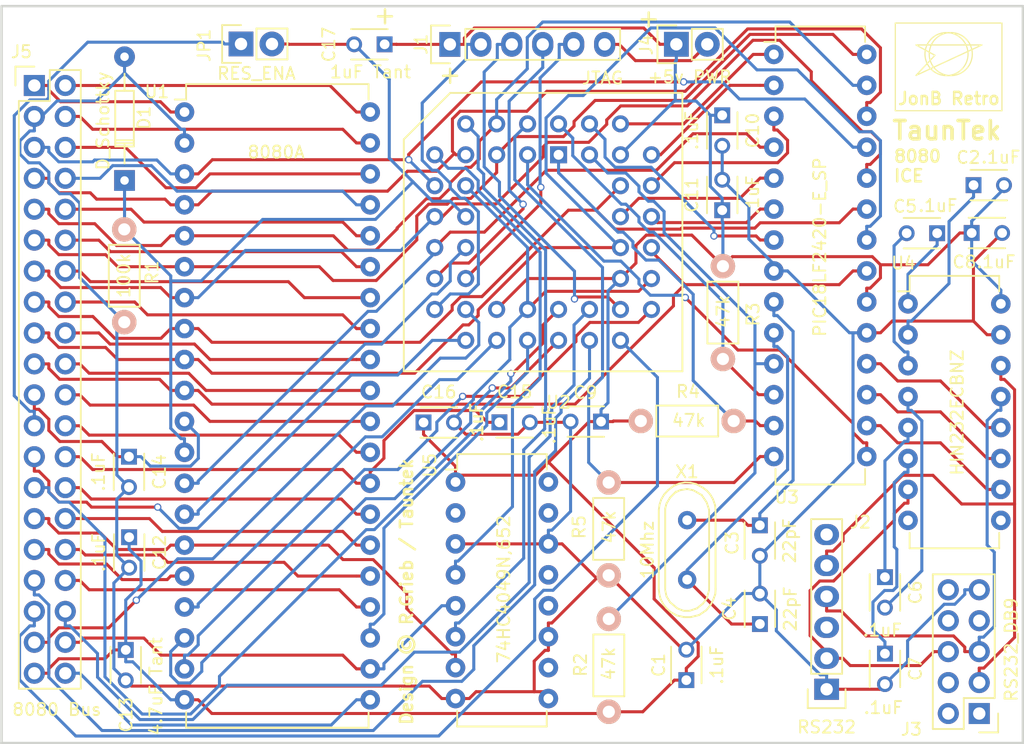
<source format=kicad_pcb>
(kicad_pcb (version 20171130) (host pcbnew "(5.0.0)")

  (general
    (thickness 1.6)
    (drawings 21)
    (tracks 1064)
    (zones 0)
    (modules 35)
    (nets 96)
  )

  (page A4)
  (layers
    (0 F.Cu signal)
    (31 B.Cu signal)
    (32 B.Adhes user)
    (33 F.Adhes user)
    (34 B.Paste user)
    (35 F.Paste user)
    (36 B.SilkS user)
    (37 F.SilkS user)
    (38 B.Mask user)
    (39 F.Mask user)
    (40 Dwgs.User user)
    (41 Cmts.User user)
    (42 Eco1.User user)
    (43 Eco2.User user)
    (44 Edge.Cuts user)
    (45 Margin user)
    (46 B.CrtYd user)
    (47 F.CrtYd user)
    (48 B.Fab user)
    (49 F.Fab user)
  )

  (setup
    (last_trace_width 0.25)
    (trace_clearance 0.2)
    (zone_clearance 0.508)
    (zone_45_only no)
    (trace_min 0.2)
    (segment_width 0.1)
    (edge_width 0.1)
    (via_size 0.6)
    (via_drill 0.4)
    (via_min_size 0.4)
    (via_min_drill 0.3)
    (uvia_size 0.3)
    (uvia_drill 0.1)
    (uvias_allowed no)
    (uvia_min_size 0.2)
    (uvia_min_drill 0.1)
    (pcb_text_width 0.3)
    (pcb_text_size 1.5 1.5)
    (mod_edge_width 0.15)
    (mod_text_size 1 1)
    (mod_text_width 0.15)
    (pad_size 1.5 1.5)
    (pad_drill 0.6)
    (pad_to_mask_clearance 0)
    (aux_axis_origin 0 0)
    (visible_elements 7FFFF7FF)
    (pcbplotparams
      (layerselection 0x00030_80000001)
      (usegerberextensions false)
      (usegerberattributes false)
      (usegerberadvancedattributes false)
      (creategerberjobfile false)
      (excludeedgelayer true)
      (linewidth 0.100000)
      (plotframeref false)
      (viasonmask false)
      (mode 1)
      (useauxorigin false)
      (hpglpennumber 1)
      (hpglpenspeed 20)
      (hpglpendiameter 15.000000)
      (psnegative false)
      (psa4output false)
      (plotreference true)
      (plotvalue true)
      (plotinvisibletext false)
      (padsonsilk false)
      (subtractmaskfromsilk false)
      (outputformat 1)
      (mirror false)
      (drillshape 1)
      (scaleselection 1)
      (outputdirectory ""))
  )

  (net 0 "")
  (net 1 "Net-(U1-Pad14)")
  (net 2 "Net-(U1-Pad17)")
  (net 3 "Net-(U1-Pad18)")
  (net 4 "Net-(U1-Pad19)")
  (net 5 "Net-(U1-Pad23)")
  (net 6 "Net-(U3-Pad16)")
  (net 7 "Net-(U3-Pad17)")
  (net 8 "Net-(U3-Pad18)")
  (net 9 "Net-(U4-Pad8)")
  (net 10 "Net-(U4-Pad9)")
  (net 11 "Net-(U5-Pad16)")
  (net 12 "Net-(U5-Pad15)")
  (net 13 "Net-(U5-Pad13)")
  (net 14 "Net-(U5-Pad12)")
  (net 15 "Net-(U5-Pad10)")
  (net 16 "Net-(U5-Pad2)")
  (net 17 "Net-(C3-Pad1)")
  (net 18 GND)
  (net 19 "Net-(C4-Pad1)")
  (net 20 /A10)
  (net 21 /D4)
  (net 22 /D5)
  (net 23 /D6)
  (net 24 /D7)
  (net 25 /D3)
  (net 26 /D2)
  (net 27 /D1)
  (net 28 /D0)
  (net 29 -5V)
  (net 30 /A0)
  (net 31 /A1)
  (net 32 /A2)
  (net 33 +12V)
  (net 34 /A3)
  (net 35 /A4)
  (net 36 /A5)
  (net 37 /A6)
  (net 38 /A7)
  (net 39 /A8)
  (net 40 /A9)
  (net 41 /A15)
  (net 42 /A12)
  (net 43 /A13)
  (net 44 /A14)
  (net 45 /A11)
  (net 46 RESb)
  (net 47 MCU39)
  (net 48 RESCDIV)
  (net 49 8080HOLD)
  (net 50 DISINT)
  (net 51 CLKMON)
  (net 52 SP1)
  (net 53 +5V)
  (net 54 "Net-(J1-Pad2)")
  (net 55 "Net-(J1-Pad3)")
  (net 56 "Net-(J1-Pad4)")
  (net 57 "Net-(J1-Pad5)")
  (net 58 "Net-(C2-Pad1)")
  (net 59 "Net-(C5-Pad1)")
  (net 60 "Net-(C5-Pad2)")
  (net 61 "Net-(C6-Pad2)")
  (net 62 "Net-(C6-Pad1)")
  (net 63 "Net-(C7-Pad1)")
  (net 64 /CTS)
  (net 65 "Net-(J2-Pad3)")
  (net 66 /RX)
  (net 67 /TX)
  (net 68 "Net-(J2-Pad6)")
  (net 69 MCU20)
  (net 70 MCU19)
  (net 71 MCU18)
  (net 72 MCU17)
  (net 73 DISHOLD)
  (net 74 RES)
  (net 75 "Net-(J3-Pad1)")
  (net 76 "Net-(J3-Pad2)")
  (net 77 "Net-(J3-Pad4)")
  (net 78 "Net-(J3-Pad7)")
  (net 79 "Net-(J3-Pad8)")
  (net 80 "Net-(J3-Pad10)")
  (net 81 "Net-(J5-Pad23)")
  (net 82 "Net-(J5-Pad25)")
  (net 83 "Net-(J5-Pad27)")
  (net 84 "Net-(J5-Pad29)")
  (net 85 "Net-(J5-Pad31)")
  (net 86 "Net-(J5-Pad33)")
  (net 87 "Net-(J5-Pad34)")
  (net 88 "Net-(J5-Pad35)")
  (net 89 "Net-(J5-Pad36)")
  (net 90 "Net-(J5-Pad37)")
  (net 91 "Net-(J5-Pad38)")
  (net 92 "Net-(J5-Pad40)")
  (net 93 "Net-(J1-Pad6)")
  (net 94 "Net-(U2-Pad6)")
  (net 95 "Net-(U2-Pad7)")

  (net_class Default "This is the default net class."
    (clearance 0.2)
    (trace_width 0.25)
    (via_dia 0.6)
    (via_drill 0.4)
    (uvia_dia 0.3)
    (uvia_drill 0.1)
    (add_net +12V)
    (add_net +5V)
    (add_net -5V)
    (add_net /A0)
    (add_net /A1)
    (add_net /A10)
    (add_net /A11)
    (add_net /A12)
    (add_net /A13)
    (add_net /A14)
    (add_net /A15)
    (add_net /A2)
    (add_net /A3)
    (add_net /A4)
    (add_net /A5)
    (add_net /A6)
    (add_net /A7)
    (add_net /A8)
    (add_net /A9)
    (add_net /CTS)
    (add_net /D0)
    (add_net /D1)
    (add_net /D2)
    (add_net /D3)
    (add_net /D4)
    (add_net /D5)
    (add_net /D6)
    (add_net /D7)
    (add_net /RX)
    (add_net /TX)
    (add_net 8080HOLD)
    (add_net CLKMON)
    (add_net DISHOLD)
    (add_net DISINT)
    (add_net GND)
    (add_net MCU17)
    (add_net MCU18)
    (add_net MCU19)
    (add_net MCU20)
    (add_net MCU39)
    (add_net "Net-(C2-Pad1)")
    (add_net "Net-(C3-Pad1)")
    (add_net "Net-(C4-Pad1)")
    (add_net "Net-(C5-Pad1)")
    (add_net "Net-(C5-Pad2)")
    (add_net "Net-(C6-Pad1)")
    (add_net "Net-(C6-Pad2)")
    (add_net "Net-(C7-Pad1)")
    (add_net "Net-(J1-Pad2)")
    (add_net "Net-(J1-Pad3)")
    (add_net "Net-(J1-Pad4)")
    (add_net "Net-(J1-Pad5)")
    (add_net "Net-(J1-Pad6)")
    (add_net "Net-(J2-Pad3)")
    (add_net "Net-(J2-Pad6)")
    (add_net "Net-(J3-Pad1)")
    (add_net "Net-(J3-Pad10)")
    (add_net "Net-(J3-Pad2)")
    (add_net "Net-(J3-Pad4)")
    (add_net "Net-(J3-Pad7)")
    (add_net "Net-(J3-Pad8)")
    (add_net "Net-(J5-Pad23)")
    (add_net "Net-(J5-Pad25)")
    (add_net "Net-(J5-Pad27)")
    (add_net "Net-(J5-Pad29)")
    (add_net "Net-(J5-Pad31)")
    (add_net "Net-(J5-Pad33)")
    (add_net "Net-(J5-Pad34)")
    (add_net "Net-(J5-Pad35)")
    (add_net "Net-(J5-Pad36)")
    (add_net "Net-(J5-Pad37)")
    (add_net "Net-(J5-Pad38)")
    (add_net "Net-(J5-Pad40)")
    (add_net "Net-(U1-Pad14)")
    (add_net "Net-(U1-Pad17)")
    (add_net "Net-(U1-Pad18)")
    (add_net "Net-(U1-Pad19)")
    (add_net "Net-(U1-Pad23)")
    (add_net "Net-(U2-Pad6)")
    (add_net "Net-(U2-Pad7)")
    (add_net "Net-(U3-Pad16)")
    (add_net "Net-(U3-Pad17)")
    (add_net "Net-(U3-Pad18)")
    (add_net "Net-(U4-Pad8)")
    (add_net "Net-(U4-Pad9)")
    (add_net "Net-(U5-Pad10)")
    (add_net "Net-(U5-Pad12)")
    (add_net "Net-(U5-Pad13)")
    (add_net "Net-(U5-Pad15)")
    (add_net "Net-(U5-Pad16)")
    (add_net "Net-(U5-Pad2)")
    (add_net RES)
    (add_net RESCDIV)
    (add_net RESb)
    (add_net SP1)
  )

  (net_class HiPower ""
    (clearance 0.2)
    (trace_width 0.6)
    (via_dia 1)
    (via_drill 0.8)
    (uvia_dia 0.4)
    (uvia_drill 0.2)
  )

  (net_class Power ""
    (clearance 0.2)
    (trace_width 0.4)
    (via_dia 0.8)
    (via_drill 0.4)
    (uvia_dia 0.4)
    (uvia_drill 0.2)
  )

  (module Capacitors_THT:C_Disc_D3_P2.5 (layer F.Cu) (tedit 5BA8BD12) (tstamp 5BA7F86C)
    (at 25.3594 102.806 270)
    (descr "Capacitor 3mm Disc, Pitch 2.5mm")
    (tags Capacitor)
    (path /5BAD00C3)
    (fp_text reference C12 (at 1.25 -2.5 270) (layer F.SilkS)
      (effects (font (size 1 1) (thickness 0.15)))
    )
    (fp_text value .1uF (at 1.25 2.5 270) (layer F.SilkS)
      (effects (font (size 1 1) (thickness 0.15)))
    )
    (fp_line (start -0.9 -1.5) (end 3.4 -1.5) (layer F.CrtYd) (width 0.05))
    (fp_line (start 3.4 -1.5) (end 3.4 1.5) (layer F.CrtYd) (width 0.05))
    (fp_line (start 3.4 1.5) (end -0.9 1.5) (layer F.CrtYd) (width 0.05))
    (fp_line (start -0.9 1.5) (end -0.9 -1.5) (layer F.CrtYd) (width 0.05))
    (fp_line (start -0.25 -1.25) (end 2.75 -1.25) (layer F.SilkS) (width 0.15))
    (fp_line (start 2.75 1.25) (end -0.25 1.25) (layer F.SilkS) (width 0.15))
    (pad 1 thru_hole rect (at 0 0 270) (size 1.3 1.3) (drill 0.8) (layers *.Cu *.Mask)
      (net 53 +5V))
    (pad 2 thru_hole circle (at 2.5 0 270) (size 1.3 1.3) (drill 0.8001) (layers *.Cu *.Mask)
      (net 18 GND))
    (model Capacitors_ThroughHole.3dshapes/C_Disc_D3_P2.5.wrl
      (offset (xyz 1.250000021226883 0 0))
      (scale (xyz 1 1 1))
      (rotate (xyz 0 0 0))
    )
  )

  (module Capacitors_THT:C_Disc_D3_P2.5 (layer F.Cu) (tedit 5BA8BD18) (tstamp 5BA7F88B)
    (at 25.3441 96.1898 270)
    (descr "Capacitor 3mm Disc, Pitch 2.5mm")
    (tags Capacitor)
    (path /5BB2A559)
    (fp_text reference C14 (at 1.25 -2.5 270) (layer F.SilkS)
      (effects (font (size 1 1) (thickness 0.15)))
    )
    (fp_text value .1uF (at 1.25 2.5 270) (layer F.SilkS)
      (effects (font (size 1 1) (thickness 0.15)))
    )
    (fp_line (start -0.9 -1.5) (end 3.4 -1.5) (layer F.CrtYd) (width 0.05))
    (fp_line (start 3.4 -1.5) (end 3.4 1.5) (layer F.CrtYd) (width 0.05))
    (fp_line (start 3.4 1.5) (end -0.9 1.5) (layer F.CrtYd) (width 0.05))
    (fp_line (start -0.9 1.5) (end -0.9 -1.5) (layer F.CrtYd) (width 0.05))
    (fp_line (start -0.25 -1.25) (end 2.75 -1.25) (layer F.SilkS) (width 0.15))
    (fp_line (start 2.75 1.25) (end -0.25 1.25) (layer F.SilkS) (width 0.15))
    (pad 1 thru_hole rect (at 0 0 270) (size 1.3 1.3) (drill 0.8) (layers *.Cu *.Mask)
      (net 29 -5V))
    (pad 2 thru_hole circle (at 2.5 0 270) (size 1.3 1.3) (drill 0.8001) (layers *.Cu *.Mask)
      (net 18 GND))
    (model Capacitors_ThroughHole.3dshapes/C_Disc_D3_P2.5.wrl
      (offset (xyz 1.250000021226883 0 0))
      (scale (xyz 1 1 1))
      (rotate (xyz 0 0 0))
    )
  )

  (module Capacitors_THT:C_Disc_D3_P2.5 (layer F.Cu) (tedit 5BA8BC63) (tstamp 5BA7F897)
    (at 55.7378 93.3704)
    (descr "Capacitor 3mm Disc, Pitch 2.5mm")
    (tags Capacitor)
    (path /5BB2A40C)
    (fp_text reference C15 (at 1.25 -2.5) (layer F.SilkS)
      (effects (font (size 1 1) (thickness 0.15)))
    )
    (fp_text value .1uF (at -1.83894 0.02036 90) (layer F.SilkS)
      (effects (font (size 1 1) (thickness 0.15)))
    )
    (fp_line (start 2.75 1.25) (end -0.25 1.25) (layer F.SilkS) (width 0.15))
    (fp_line (start -0.25 -1.25) (end 2.75 -1.25) (layer F.SilkS) (width 0.15))
    (fp_line (start -0.9 1.5) (end -0.9 -1.5) (layer F.CrtYd) (width 0.05))
    (fp_line (start 3.4 1.5) (end -0.9 1.5) (layer F.CrtYd) (width 0.05))
    (fp_line (start 3.4 -1.5) (end 3.4 1.5) (layer F.CrtYd) (width 0.05))
    (fp_line (start -0.9 -1.5) (end 3.4 -1.5) (layer F.CrtYd) (width 0.05))
    (pad 2 thru_hole circle (at 2.5 0) (size 1.3 1.3) (drill 0.8001) (layers *.Cu *.Mask)
      (net 18 GND))
    (pad 1 thru_hole rect (at 0 0) (size 1.3 1.3) (drill 0.8) (layers *.Cu *.Mask)
      (net 33 +12V))
    (model Capacitors_ThroughHole.3dshapes/C_Disc_D3_P2.5.wrl
      (offset (xyz 1.250000021226883 0 0))
      (scale (xyz 1 1 1))
      (rotate (xyz 0 0 0))
    )
  )

  (module Resistors_THT:Resistor_Horizontal_RM7mm (layer F.Cu) (tedit 5BA8BC71) (tstamp 5BB54B87)
    (at 67.3405 93.2612)
    (descr "Resistor, Axial,  RM 7.62mm, 1/3W,")
    (tags "Resistor Axial RM 7.62mm 1/3W R3")
    (path /5BE1FACD)
    (fp_text reference R4 (at 3.87604 -2.41808) (layer F.SilkS)
      (effects (font (size 1 1) (thickness 0.15)))
    )
    (fp_text value 47k (at 3.92684 -0.04318) (layer F.SilkS)
      (effects (font (size 1 1) (thickness 0.15)))
    )
    (fp_line (start 1.27 1.27) (end 1.27 -1.27) (layer F.SilkS) (width 0.15))
    (fp_line (start 6.35 1.27) (end 1.27 1.27) (layer F.SilkS) (width 0.15))
    (fp_line (start 6.35 -1.27) (end 6.35 1.27) (layer F.SilkS) (width 0.15))
    (fp_line (start 1.27 -1.27) (end 6.35 -1.27) (layer F.SilkS) (width 0.15))
    (fp_line (start -1.25 1.5) (end 8.85 1.5) (layer F.CrtYd) (width 0.05))
    (fp_line (start 8.85 -1.5) (end 8.85 1.5) (layer F.CrtYd) (width 0.05))
    (fp_line (start -1.25 1.5) (end -1.25 -1.5) (layer F.CrtYd) (width 0.05))
    (fp_line (start -1.25 -1.5) (end 8.85 -1.5) (layer F.CrtYd) (width 0.05))
    (pad 2 thru_hole circle (at 7.62 0) (size 1.99898 1.99898) (drill 1.00076) (layers *.Cu *.SilkS *.Mask)
      (net 71 MCU18))
    (pad 1 thru_hole circle (at 0 0) (size 1.99898 1.99898) (drill 1.00076) (layers *.Cu *.SilkS *.Mask)
      (net 53 +5V))
  )

  (module Resistors_THT:Resistor_Horizontal_RM7mm (layer F.Cu) (tedit 5BA8BCD4) (tstamp 5BA7F94F)
    (at 64.7065 105.931 90)
    (descr "Resistor, Axial,  RM 7.62mm, 1/3W,")
    (tags "Resistor Axial RM 7.62mm 1/3W R3")
    (path /5BE1FB4D)
    (fp_text reference R5 (at 3.96242 -2.41804 90) (layer F.SilkS)
      (effects (font (size 1 1) (thickness 0.15)))
    )
    (fp_text value 47k (at 3.9624 0.04318 90) (layer F.SilkS)
      (effects (font (size 1 1) (thickness 0.15)))
    )
    (fp_line (start -1.25 -1.5) (end 8.85 -1.5) (layer F.CrtYd) (width 0.05))
    (fp_line (start -1.25 1.5) (end -1.25 -1.5) (layer F.CrtYd) (width 0.05))
    (fp_line (start 8.85 -1.5) (end 8.85 1.5) (layer F.CrtYd) (width 0.05))
    (fp_line (start -1.25 1.5) (end 8.85 1.5) (layer F.CrtYd) (width 0.05))
    (fp_line (start 1.27 -1.27) (end 6.35 -1.27) (layer F.SilkS) (width 0.15))
    (fp_line (start 6.35 -1.27) (end 6.35 1.27) (layer F.SilkS) (width 0.15))
    (fp_line (start 6.35 1.27) (end 1.27 1.27) (layer F.SilkS) (width 0.15))
    (fp_line (start 1.27 1.27) (end 1.27 -1.27) (layer F.SilkS) (width 0.15))
    (pad 1 thru_hole circle (at 0 0 90) (size 1.99898 1.99898) (drill 1.00076) (layers *.Cu *.SilkS *.Mask)
      (net 18 GND))
    (pad 2 thru_hole circle (at 7.62 0 90) (size 1.99898 1.99898) (drill 1.00076) (layers *.Cu *.SilkS *.Mask)
      (net 72 MCU17))
  )

  (module Housings_DIP:DIP-40_W15.24mm (layer F.Cu) (tedit 5BA8BC7F) (tstamp 5BA7F986)
    (at 29.8983 67.8917)
    (descr "40-lead dip package, row spacing 15.24 mm (600 mils)")
    (tags "dil dip 2.54 600")
    (path /5BA23029)
    (fp_text reference U1 (at -2.26568 -1.66116 180) (layer F.SilkS)
      (effects (font (size 1 1) (thickness 0.15)))
    )
    (fp_text value 8080A (at 7.52348 3.29946) (layer F.SilkS)
      (effects (font (size 1 1) (thickness 0.15)))
    )
    (fp_line (start -1.05 -2.45) (end -1.05 50.75) (layer F.CrtYd) (width 0.05))
    (fp_line (start 16.3 -2.45) (end 16.3 50.75) (layer F.CrtYd) (width 0.05))
    (fp_line (start -1.05 -2.45) (end 16.3 -2.45) (layer F.CrtYd) (width 0.05))
    (fp_line (start -1.05 50.75) (end 16.3 50.75) (layer F.CrtYd) (width 0.05))
    (fp_line (start 0.135 -2.295) (end 0.135 -1.025) (layer F.SilkS) (width 0.15))
    (fp_line (start 15.105 -2.295) (end 15.105 -1.025) (layer F.SilkS) (width 0.15))
    (fp_line (start 15.105 50.555) (end 15.105 49.285) (layer F.SilkS) (width 0.15))
    (fp_line (start 0.135 50.555) (end 0.135 49.285) (layer F.SilkS) (width 0.15))
    (fp_line (start 0.135 -2.295) (end 15.105 -2.295) (layer F.SilkS) (width 0.15))
    (fp_line (start 0.135 50.555) (end 15.105 50.555) (layer F.SilkS) (width 0.15))
    (fp_line (start 0.135 -1.025) (end -0.8 -1.025) (layer F.SilkS) (width 0.15))
    (pad 1 thru_hole oval (at 0 0) (size 1.6 1.6) (drill 0.8) (layers *.Cu *.Mask)
      (net 20 /A10))
    (pad 2 thru_hole oval (at 0 2.54) (size 1.6 1.6) (drill 0.8) (layers *.Cu *.Mask)
      (net 18 GND))
    (pad 3 thru_hole oval (at 0 5.08) (size 1.6 1.6) (drill 0.8) (layers *.Cu *.Mask)
      (net 21 /D4))
    (pad 4 thru_hole oval (at 0 7.62) (size 1.6 1.6) (drill 0.8) (layers *.Cu *.Mask)
      (net 22 /D5))
    (pad 5 thru_hole oval (at 0 10.16) (size 1.6 1.6) (drill 0.8) (layers *.Cu *.Mask)
      (net 23 /D6))
    (pad 6 thru_hole oval (at 0 12.7) (size 1.6 1.6) (drill 0.8) (layers *.Cu *.Mask)
      (net 24 /D7))
    (pad 7 thru_hole oval (at 0 15.24) (size 1.6 1.6) (drill 0.8) (layers *.Cu *.Mask)
      (net 25 /D3))
    (pad 8 thru_hole oval (at 0 17.78) (size 1.6 1.6) (drill 0.8) (layers *.Cu *.Mask)
      (net 26 /D2))
    (pad 9 thru_hole oval (at 0 20.32) (size 1.6 1.6) (drill 0.8) (layers *.Cu *.Mask)
      (net 27 /D1))
    (pad 10 thru_hole oval (at 0 22.86) (size 1.6 1.6) (drill 0.8) (layers *.Cu *.Mask)
      (net 28 /D0))
    (pad 11 thru_hole oval (at 0 25.4) (size 1.6 1.6) (drill 0.8) (layers *.Cu *.Mask)
      (net 29 -5V))
    (pad 12 thru_hole oval (at 0 27.94) (size 1.6 1.6) (drill 0.8) (layers *.Cu *.Mask)
      (net 74 RES))
    (pad 13 thru_hole oval (at 0 30.48) (size 1.6 1.6) (drill 0.8) (layers *.Cu *.Mask)
      (net 49 8080HOLD))
    (pad 14 thru_hole oval (at 0 33.02) (size 1.6 1.6) (drill 0.8) (layers *.Cu *.Mask)
      (net 1 "Net-(U1-Pad14)"))
    (pad 15 thru_hole oval (at 0 35.56) (size 1.6 1.6) (drill 0.8) (layers *.Cu *.Mask)
      (net 84 "Net-(J5-Pad29)"))
    (pad 16 thru_hole oval (at 0 38.1) (size 1.6 1.6) (drill 0.8) (layers *.Cu *.Mask)
      (net 85 "Net-(J5-Pad31)"))
    (pad 17 thru_hole oval (at 0 40.64) (size 1.6 1.6) (drill 0.8) (layers *.Cu *.Mask)
      (net 2 "Net-(U1-Pad17)"))
    (pad 18 thru_hole oval (at 0 43.18) (size 1.6 1.6) (drill 0.8) (layers *.Cu *.Mask)
      (net 3 "Net-(U1-Pad18)"))
    (pad 19 thru_hole oval (at 0 45.72) (size 1.6 1.6) (drill 0.8) (layers *.Cu *.Mask)
      (net 4 "Net-(U1-Pad19)"))
    (pad 20 thru_hole oval (at 0 48.26) (size 1.6 1.6) (drill 0.8) (layers *.Cu *.Mask)
      (net 53 +5V))
    (pad 21 thru_hole oval (at 15.24 48.26) (size 1.6 1.6) (drill 0.8) (layers *.Cu *.Mask)
      (net 92 "Net-(J5-Pad40)"))
    (pad 22 thru_hole oval (at 15.24 45.72) (size 1.6 1.6) (drill 0.8) (layers *.Cu *.Mask)
      (net 91 "Net-(J5-Pad38)"))
    (pad 23 thru_hole oval (at 15.24 43.18) (size 1.6 1.6) (drill 0.8) (layers *.Cu *.Mask)
      (net 5 "Net-(U1-Pad23)"))
    (pad 24 thru_hole oval (at 15.24 40.64) (size 1.6 1.6) (drill 0.8) (layers *.Cu *.Mask)
      (net 87 "Net-(J5-Pad34)"))
    (pad 25 thru_hole oval (at 15.24 38.1) (size 1.6 1.6) (drill 0.8) (layers *.Cu *.Mask)
      (net 30 /A0))
    (pad 26 thru_hole oval (at 15.24 35.56) (size 1.6 1.6) (drill 0.8) (layers *.Cu *.Mask)
      (net 31 /A1))
    (pad 27 thru_hole oval (at 15.24 33.02) (size 1.6 1.6) (drill 0.8) (layers *.Cu *.Mask)
      (net 32 /A2))
    (pad 28 thru_hole oval (at 15.24 30.48) (size 1.6 1.6) (drill 0.8) (layers *.Cu *.Mask)
      (net 33 +12V))
    (pad 29 thru_hole oval (at 15.24 27.94) (size 1.6 1.6) (drill 0.8) (layers *.Cu *.Mask)
      (net 34 /A3))
    (pad 30 thru_hole oval (at 15.24 25.4) (size 1.6 1.6) (drill 0.8) (layers *.Cu *.Mask)
      (net 35 /A4))
    (pad 31 thru_hole oval (at 15.24 22.86) (size 1.6 1.6) (drill 0.8) (layers *.Cu *.Mask)
      (net 36 /A5))
    (pad 32 thru_hole oval (at 15.24 20.32) (size 1.6 1.6) (drill 0.8) (layers *.Cu *.Mask)
      (net 37 /A6))
    (pad 33 thru_hole oval (at 15.24 17.78) (size 1.6 1.6) (drill 0.8) (layers *.Cu *.Mask)
      (net 38 /A7))
    (pad 34 thru_hole oval (at 15.24 15.24) (size 1.6 1.6) (drill 0.8) (layers *.Cu *.Mask)
      (net 39 /A8))
    (pad 35 thru_hole oval (at 15.24 12.7) (size 1.6 1.6) (drill 0.8) (layers *.Cu *.Mask)
      (net 40 /A9))
    (pad 36 thru_hole oval (at 15.24 10.16) (size 1.6 1.6) (drill 0.8) (layers *.Cu *.Mask)
      (net 41 /A15))
    (pad 37 thru_hole oval (at 15.24 7.62) (size 1.6 1.6) (drill 0.8) (layers *.Cu *.Mask)
      (net 42 /A12))
    (pad 38 thru_hole oval (at 15.24 5.08) (size 1.6 1.6) (drill 0.8) (layers *.Cu *.Mask)
      (net 43 /A13))
    (pad 39 thru_hole oval (at 15.24 2.54) (size 1.6 1.6) (drill 0.8) (layers *.Cu *.Mask)
      (net 44 /A14))
    (pad 40 thru_hole oval (at 15.24 0) (size 1.6 1.6) (drill 0.8) (layers *.Cu *.Mask)
      (net 45 /A11))
    (model Housings_DIP.3dshapes/DIP-40_W15.24mm.wrl
      (at (xyz 0 0 0))
      (scale (xyz 1 1 1))
      (rotate (xyz 0 0 0))
    )
  )

  (module Housings_DIP:DIP-28_W7.62mm (layer F.Cu) (tedit 5BA8BC85) (tstamp 5BA7F9F4)
    (at 78.2599 63.1596)
    (descr "28-lead dip package, row spacing 7.62 mm (300 mils)")
    (tags "dil dip 2.54 300")
    (path /5BA23934)
    (fp_text reference U3 (at 1.0643 36.35754) (layer F.SilkS)
      (effects (font (size 1 1) (thickness 0.15)))
    )
    (fp_text value PIC18LF2420-E_SP (at 3.76682 15.81912 90) (layer F.SilkS)
      (effects (font (size 1 1) (thickness 0.15)))
    )
    (fp_line (start -1.05 -2.45) (end -1.05 35.5) (layer F.CrtYd) (width 0.05))
    (fp_line (start 8.65 -2.45) (end 8.65 35.5) (layer F.CrtYd) (width 0.05))
    (fp_line (start -1.05 -2.45) (end 8.65 -2.45) (layer F.CrtYd) (width 0.05))
    (fp_line (start -1.05 35.5) (end 8.65 35.5) (layer F.CrtYd) (width 0.05))
    (fp_line (start 0.135 -2.295) (end 0.135 -1.025) (layer F.SilkS) (width 0.15))
    (fp_line (start 7.485 -2.295) (end 7.485 -1.025) (layer F.SilkS) (width 0.15))
    (fp_line (start 7.485 35.315) (end 7.485 34.045) (layer F.SilkS) (width 0.15))
    (fp_line (start 0.135 35.315) (end 0.135 34.045) (layer F.SilkS) (width 0.15))
    (fp_line (start 0.135 -2.295) (end 7.485 -2.295) (layer F.SilkS) (width 0.15))
    (fp_line (start 0.135 35.315) (end 7.485 35.315) (layer F.SilkS) (width 0.15))
    (fp_line (start 0.135 -1.025) (end -0.8 -1.025) (layer F.SilkS) (width 0.15))
    (pad 1 thru_hole oval (at 0 0) (size 1.6 1.6) (drill 0.8) (layers *.Cu *.Mask)
      (net 46 RESb))
    (pad 2 thru_hole oval (at 0 2.54) (size 1.6 1.6) (drill 0.8) (layers *.Cu *.Mask)
      (net 47 MCU39))
    (pad 3 thru_hole oval (at 0 5.08) (size 1.6 1.6) (drill 0.8) (layers *.Cu *.Mask)
      (net 48 RESCDIV))
    (pad 4 thru_hole oval (at 0 7.62) (size 1.6 1.6) (drill 0.8) (layers *.Cu *.Mask)
      (net 49 8080HOLD))
    (pad 5 thru_hole oval (at 0 10.16) (size 1.6 1.6) (drill 0.8) (layers *.Cu *.Mask)
      (net 50 DISINT))
    (pad 6 thru_hole oval (at 0 12.7) (size 1.6 1.6) (drill 0.8) (layers *.Cu *.Mask)
      (net 51 CLKMON))
    (pad 7 thru_hole oval (at 0 15.24) (size 1.6 1.6) (drill 0.8) (layers *.Cu *.Mask)
      (net 52 SP1))
    (pad 8 thru_hole oval (at 0 17.78) (size 1.6 1.6) (drill 0.8) (layers *.Cu *.Mask)
      (net 18 GND))
    (pad 9 thru_hole oval (at 0 20.32) (size 1.6 1.6) (drill 0.8) (layers *.Cu *.Mask)
      (net 17 "Net-(C3-Pad1)"))
    (pad 10 thru_hole oval (at 0 22.86) (size 1.6 1.6) (drill 0.8) (layers *.Cu *.Mask)
      (net 19 "Net-(C4-Pad1)"))
    (pad 11 thru_hole oval (at 0 25.4) (size 1.6 1.6) (drill 0.8) (layers *.Cu *.Mask)
      (net 69 MCU20))
    (pad 12 thru_hole oval (at 0 27.94) (size 1.6 1.6) (drill 0.8) (layers *.Cu *.Mask)
      (net 70 MCU19))
    (pad 13 thru_hole oval (at 0 30.48) (size 1.6 1.6) (drill 0.8) (layers *.Cu *.Mask)
      (net 71 MCU18))
    (pad 14 thru_hole oval (at 0 33.02) (size 1.6 1.6) (drill 0.8) (layers *.Cu *.Mask)
      (net 72 MCU17))
    (pad 15 thru_hole oval (at 7.62 33.02) (size 1.6 1.6) (drill 0.8) (layers *.Cu *.Mask)
      (net 73 DISHOLD))
    (pad 16 thru_hole oval (at 7.62 30.48) (size 1.6 1.6) (drill 0.8) (layers *.Cu *.Mask)
      (net 6 "Net-(U3-Pad16)"))
    (pad 17 thru_hole oval (at 7.62 27.94) (size 1.6 1.6) (drill 0.8) (layers *.Cu *.Mask)
      (net 7 "Net-(U3-Pad17)"))
    (pad 18 thru_hole oval (at 7.62 25.4) (size 1.6 1.6) (drill 0.8) (layers *.Cu *.Mask)
      (net 8 "Net-(U3-Pad18)"))
    (pad 19 thru_hole oval (at 7.62 22.86) (size 1.6 1.6) (drill 0.8) (layers *.Cu *.Mask)
      (net 18 GND))
    (pad 20 thru_hole oval (at 7.62 20.32) (size 1.6 1.6) (drill 0.8) (layers *.Cu *.Mask)
      (net 53 +5V))
    (pad 21 thru_hole oval (at 7.62 17.78) (size 1.6 1.6) (drill 0.8) (layers *.Cu *.Mask)
      (net 28 /D0))
    (pad 22 thru_hole oval (at 7.62 15.24) (size 1.6 1.6) (drill 0.8) (layers *.Cu *.Mask)
      (net 27 /D1))
    (pad 23 thru_hole oval (at 7.62 12.7) (size 1.6 1.6) (drill 0.8) (layers *.Cu *.Mask)
      (net 26 /D2))
    (pad 24 thru_hole oval (at 7.62 10.16) (size 1.6 1.6) (drill 0.8) (layers *.Cu *.Mask)
      (net 25 /D3))
    (pad 25 thru_hole oval (at 7.62 7.62) (size 1.6 1.6) (drill 0.8) (layers *.Cu *.Mask)
      (net 21 /D4))
    (pad 26 thru_hole oval (at 7.62 5.08) (size 1.6 1.6) (drill 0.8) (layers *.Cu *.Mask)
      (net 22 /D5))
    (pad 27 thru_hole oval (at 7.62 2.54) (size 1.6 1.6) (drill 0.8) (layers *.Cu *.Mask)
      (net 23 /D6))
    (pad 28 thru_hole oval (at 7.62 0) (size 1.6 1.6) (drill 0.8) (layers *.Cu *.Mask)
      (net 24 /D7))
    (model Housings_DIP.3dshapes/DIP-28_W7.62mm.wrl
      (at (xyz 0 0 0))
      (scale (xyz 1 1 1))
      (rotate (xyz 0 0 0))
    )
  )

  (module Housings_DIP:DIP-16_W7.62mm (layer F.Cu) (tedit 5BA8BCB6) (tstamp 5BA7FA32)
    (at 52.1386 98.2701)
    (descr "16-lead dip package, row spacing 7.62 mm (300 mils)")
    (tags "dil dip 2.54 300")
    (path /5BA23A94)
    (fp_text reference U5 (at -2.10314 -1.37164 90) (layer F.SilkS)
      (effects (font (size 1 1) (thickness 0.15)))
    )
    (fp_text value 74HC4049N,652 (at 3.95986 8.80364 90) (layer F.SilkS)
      (effects (font (size 1 1) (thickness 0.15)))
    )
    (fp_line (start 0.135 -1.025) (end -0.8 -1.025) (layer F.SilkS) (width 0.15))
    (fp_line (start 0.135 20.075) (end 7.485 20.075) (layer F.SilkS) (width 0.15))
    (fp_line (start 0.135 -2.295) (end 7.485 -2.295) (layer F.SilkS) (width 0.15))
    (fp_line (start 0.135 20.075) (end 0.135 18.805) (layer F.SilkS) (width 0.15))
    (fp_line (start 7.485 20.075) (end 7.485 18.805) (layer F.SilkS) (width 0.15))
    (fp_line (start 7.485 -2.295) (end 7.485 -1.025) (layer F.SilkS) (width 0.15))
    (fp_line (start 0.135 -2.295) (end 0.135 -1.025) (layer F.SilkS) (width 0.15))
    (fp_line (start -1.05 20.25) (end 8.65 20.25) (layer F.CrtYd) (width 0.05))
    (fp_line (start -1.05 -2.45) (end 8.65 -2.45) (layer F.CrtYd) (width 0.05))
    (fp_line (start 8.65 -2.45) (end 8.65 20.25) (layer F.CrtYd) (width 0.05))
    (fp_line (start -1.05 -2.45) (end -1.05 20.25) (layer F.CrtYd) (width 0.05))
    (pad 16 thru_hole oval (at 7.62 0) (size 1.6 1.6) (drill 0.8) (layers *.Cu *.Mask)
      (net 11 "Net-(U5-Pad16)"))
    (pad 15 thru_hole oval (at 7.62 2.54) (size 1.6 1.6) (drill 0.8) (layers *.Cu *.Mask)
      (net 12 "Net-(U5-Pad15)"))
    (pad 14 thru_hole oval (at 7.62 5.08) (size 1.6 1.6) (drill 0.8) (layers *.Cu *.Mask)
      (net 18 GND))
    (pad 13 thru_hole oval (at 7.62 7.62) (size 1.6 1.6) (drill 0.8) (layers *.Cu *.Mask)
      (net 13 "Net-(U5-Pad13)"))
    (pad 12 thru_hole oval (at 7.62 10.16) (size 1.6 1.6) (drill 0.8) (layers *.Cu *.Mask)
      (net 14 "Net-(U5-Pad12)"))
    (pad 11 thru_hole oval (at 7.62 12.7) (size 1.6 1.6) (drill 0.8) (layers *.Cu *.Mask)
      (net 18 GND))
    (pad 10 thru_hole oval (at 7.62 15.24) (size 1.6 1.6) (drill 0.8) (layers *.Cu *.Mask)
      (net 15 "Net-(U5-Pad10)"))
    (pad 9 thru_hole oval (at 7.62 17.78) (size 1.6 1.6) (drill 0.8) (layers *.Cu *.Mask)
      (net 18 GND))
    (pad 8 thru_hole oval (at 0 17.78) (size 1.6 1.6) (drill 0.8) (layers *.Cu *.Mask)
      (net 18 GND))
    (pad 7 thru_hole oval (at 0 15.24) (size 1.6 1.6) (drill 0.8) (layers *.Cu *.Mask)
      (net 84 "Net-(J5-Pad29)"))
    (pad 6 thru_hole oval (at 0 12.7) (size 1.6 1.6) (drill 0.8) (layers *.Cu *.Mask)
      (net 94 "Net-(U2-Pad6)"))
    (pad 5 thru_hole oval (at 0 10.16) (size 1.6 1.6) (drill 0.8) (layers *.Cu *.Mask)
      (net 91 "Net-(J5-Pad38)"))
    (pad 4 thru_hole oval (at 0 7.62) (size 1.6 1.6) (drill 0.8) (layers *.Cu *.Mask)
      (net 95 "Net-(U2-Pad7)"))
    (pad 3 thru_hole oval (at 0 5.08) (size 1.6 1.6) (drill 0.8) (layers *.Cu *.Mask)
      (net 18 GND))
    (pad 2 thru_hole oval (at 0 2.54) (size 1.6 1.6) (drill 0.8) (layers *.Cu *.Mask)
      (net 16 "Net-(U5-Pad2)"))
    (pad 1 thru_hole oval (at 0 0) (size 1.6 1.6) (drill 0.8) (layers *.Cu *.Mask)
      (net 53 +5V))
    (model Housings_DIP.3dshapes/DIP-16_W7.62mm.wrl
      (at (xyz 0 0 0))
      (scale (xyz 1 1 1))
      (rotate (xyz 0 0 0))
    )
  )

  (module Capacitors_THT:C_Disc_D3_P2.5 (layer F.Cu) (tedit 5BA8BCC8) (tstamp 5BB57B09)
    (at 71.0768 114.539 90)
    (descr "Capacitor 3mm Disc, Pitch 2.5mm")
    (tags Capacitor)
    (path /5BA8AD1F)
    (fp_text reference C1 (at 1.23698 -2.26822 90) (layer F.SilkS)
      (effects (font (size 1 1) (thickness 0.15)))
    )
    (fp_text value .1uF (at 1.25 2.5 90) (layer F.SilkS)
      (effects (font (size 1 1) (thickness 0.15)))
    )
    (fp_line (start 2.75 1.25) (end -0.25 1.25) (layer F.SilkS) (width 0.15))
    (fp_line (start -0.25 -1.25) (end 2.75 -1.25) (layer F.SilkS) (width 0.15))
    (fp_line (start -0.9 1.5) (end -0.9 -1.5) (layer F.CrtYd) (width 0.05))
    (fp_line (start 3.4 1.5) (end -0.9 1.5) (layer F.CrtYd) (width 0.05))
    (fp_line (start 3.4 -1.5) (end 3.4 1.5) (layer F.CrtYd) (width 0.05))
    (fp_line (start -0.9 -1.5) (end 3.4 -1.5) (layer F.CrtYd) (width 0.05))
    (pad 2 thru_hole circle (at 2.5 0 90) (size 1.3 1.3) (drill 0.8001) (layers *.Cu *.Mask)
      (net 18 GND))
    (pad 1 thru_hole rect (at 0 0 90) (size 1.3 1.3) (drill 0.8) (layers *.Cu *.Mask)
      (net 53 +5V))
    (model Capacitors_ThroughHole.3dshapes/C_Disc_D3_P2.5.wrl
      (offset (xyz 1.250000021226883 0 0))
      (scale (xyz 1 1 1))
      (rotate (xyz 0 0 0))
    )
  )

  (module Capacitors_THT:C_Disc_D3_P2.5 (layer F.Cu) (tedit 5BA8C45D) (tstamp 5BB579F1)
    (at 94.6455 73.8937)
    (descr "Capacitor 3mm Disc, Pitch 2.5mm")
    (tags Capacitor)
    (path /5BB3E6A6)
    (fp_text reference C2 (at -0.42674 -2.26824) (layer F.SilkS)
      (effects (font (size 1 1) (thickness 0.15)))
    )
    (fp_text value .1uF (at 2.2352 -2.29108) (layer F.SilkS)
      (effects (font (size 1 1) (thickness 0.15)))
    )
    (fp_line (start 2.75 1.25) (end -0.25 1.25) (layer F.SilkS) (width 0.15))
    (fp_line (start -0.25 -1.25) (end 2.75 -1.25) (layer F.SilkS) (width 0.15))
    (fp_line (start -0.9 1.5) (end -0.9 -1.5) (layer F.CrtYd) (width 0.05))
    (fp_line (start 3.4 1.5) (end -0.9 1.5) (layer F.CrtYd) (width 0.05))
    (fp_line (start 3.4 -1.5) (end 3.4 1.5) (layer F.CrtYd) (width 0.05))
    (fp_line (start -0.9 -1.5) (end 3.4 -1.5) (layer F.CrtYd) (width 0.05))
    (pad 2 thru_hole circle (at 2.5 0) (size 1.3 1.3) (drill 0.8001) (layers *.Cu *.Mask)
      (net 53 +5V))
    (pad 1 thru_hole rect (at 0 0) (size 1.3 1.3) (drill 0.8) (layers *.Cu *.Mask)
      (net 58 "Net-(C2-Pad1)"))
    (model Capacitors_ThroughHole.3dshapes/C_Disc_D3_P2.5.wrl
      (offset (xyz 1.250000021226883 0 0))
      (scale (xyz 1 1 1))
      (rotate (xyz 0 0 0))
    )
  )

  (module Capacitors_THT:C_Disc_D3_P2.5 (layer F.Cu) (tedit 5BA8BCC3) (tstamp 5BB57AD1)
    (at 77.1093 101.829 270)
    (descr "Capacitor 3mm Disc, Pitch 2.5mm")
    (tags Capacitor)
    (path /5BA29E99)
    (fp_text reference C3 (at 1.4478 2.2733 270) (layer F.SilkS)
      (effects (font (size 1 1) (thickness 0.15)))
    )
    (fp_text value 22pF (at 1.26492 -2.44348 270) (layer F.SilkS)
      (effects (font (size 1 1) (thickness 0.15)))
    )
    (fp_line (start -0.9 -1.5) (end 3.4 -1.5) (layer F.CrtYd) (width 0.05))
    (fp_line (start 3.4 -1.5) (end 3.4 1.5) (layer F.CrtYd) (width 0.05))
    (fp_line (start 3.4 1.5) (end -0.9 1.5) (layer F.CrtYd) (width 0.05))
    (fp_line (start -0.9 1.5) (end -0.9 -1.5) (layer F.CrtYd) (width 0.05))
    (fp_line (start -0.25 -1.25) (end 2.75 -1.25) (layer F.SilkS) (width 0.15))
    (fp_line (start 2.75 1.25) (end -0.25 1.25) (layer F.SilkS) (width 0.15))
    (pad 1 thru_hole rect (at 0 0 270) (size 1.3 1.3) (drill 0.8) (layers *.Cu *.Mask)
      (net 17 "Net-(C3-Pad1)"))
    (pad 2 thru_hole circle (at 2.5 0 270) (size 1.3 1.3) (drill 0.8001) (layers *.Cu *.Mask)
      (net 18 GND))
    (model Capacitors_ThroughHole.3dshapes/C_Disc_D3_P2.5.wrl
      (offset (xyz 1.250000021226883 0 0))
      (scale (xyz 1 1 1))
      (rotate (xyz 0 0 0))
    )
  )

  (module Capacitors_THT:C_Disc_D3_P2.5 (layer F.Cu) (tedit 5BA8BCBC) (tstamp 5BB57A99)
    (at 77.1144 109.931 90)
    (descr "Capacitor 3mm Disc, Pitch 2.5mm")
    (tags Capacitor)
    (path /5BA29F50)
    (fp_text reference C4 (at 1.25 -2.5 90) (layer F.SilkS)
      (effects (font (size 1 1) (thickness 0.15)))
    )
    (fp_text value 22pF (at 1.25 2.5 90) (layer F.SilkS)
      (effects (font (size 1 1) (thickness 0.15)))
    )
    (fp_line (start 2.75 1.25) (end -0.25 1.25) (layer F.SilkS) (width 0.15))
    (fp_line (start -0.25 -1.25) (end 2.75 -1.25) (layer F.SilkS) (width 0.15))
    (fp_line (start -0.9 1.5) (end -0.9 -1.5) (layer F.CrtYd) (width 0.05))
    (fp_line (start 3.4 1.5) (end -0.9 1.5) (layer F.CrtYd) (width 0.05))
    (fp_line (start 3.4 -1.5) (end 3.4 1.5) (layer F.CrtYd) (width 0.05))
    (fp_line (start -0.9 -1.5) (end 3.4 -1.5) (layer F.CrtYd) (width 0.05))
    (pad 2 thru_hole circle (at 2.5 0 90) (size 1.3 1.3) (drill 0.8001) (layers *.Cu *.Mask)
      (net 18 GND))
    (pad 1 thru_hole rect (at 0 0 90) (size 1.3 1.3) (drill 0.8) (layers *.Cu *.Mask)
      (net 19 "Net-(C4-Pad1)"))
    (model Capacitors_ThroughHole.3dshapes/C_Disc_D3_P2.5.wrl
      (offset (xyz 1.250000021226883 0 0))
      (scale (xyz 1 1 1))
      (rotate (xyz 0 0 0))
    )
  )

  (module Capacitors_THT:C_Disc_D3_P2.5 (layer F.Cu) (tedit 5BA8C463) (tstamp 5BB57981)
    (at 91.6584 77.8408 180)
    (descr "Capacitor 3mm Disc, Pitch 2.5mm")
    (tags Capacitor)
    (path /5BB45E63)
    (fp_text reference C5 (at 2.63144 2.20726 180) (layer F.SilkS)
      (effects (font (size 1 1) (thickness 0.15)))
    )
    (fp_text value .1uF (at -0.05592 2.2631 180) (layer F.SilkS)
      (effects (font (size 1 1) (thickness 0.15)))
    )
    (fp_line (start -0.9 -1.5) (end 3.4 -1.5) (layer F.CrtYd) (width 0.05))
    (fp_line (start 3.4 -1.5) (end 3.4 1.5) (layer F.CrtYd) (width 0.05))
    (fp_line (start 3.4 1.5) (end -0.9 1.5) (layer F.CrtYd) (width 0.05))
    (fp_line (start -0.9 1.5) (end -0.9 -1.5) (layer F.CrtYd) (width 0.05))
    (fp_line (start -0.25 -1.25) (end 2.75 -1.25) (layer F.SilkS) (width 0.15))
    (fp_line (start 2.75 1.25) (end -0.25 1.25) (layer F.SilkS) (width 0.15))
    (pad 1 thru_hole rect (at 0 0 180) (size 1.3 1.3) (drill 0.8) (layers *.Cu *.Mask)
      (net 59 "Net-(C5-Pad1)"))
    (pad 2 thru_hole circle (at 2.5 0 180) (size 1.3 1.3) (drill 0.8001) (layers *.Cu *.Mask)
      (net 60 "Net-(C5-Pad2)"))
    (model Capacitors_ThroughHole.3dshapes/C_Disc_D3_P2.5.wrl
      (offset (xyz 1.250000021226883 0 0))
      (scale (xyz 1 1 1))
      (rotate (xyz 0 0 0))
    )
  )

  (module Capacitors_THT:C_Disc_D3_P2.5 (layer F.Cu) (tedit 5BA8BCF1) (tstamp 5BB57A29)
    (at 87.3735 106.086 270)
    (descr "Capacitor 3mm Disc, Pitch 2.5mm")
    (tags Capacitor)
    (path /5BB45EF5)
    (fp_text reference C6 (at 1.25 -2.5 270) (layer F.SilkS)
      (effects (font (size 1 1) (thickness 0.15)))
    )
    (fp_text value .1uF (at 4.35094 0.2159) (layer F.SilkS)
      (effects (font (size 1 1) (thickness 0.15)))
    )
    (fp_line (start -0.9 -1.5) (end 3.4 -1.5) (layer F.CrtYd) (width 0.05))
    (fp_line (start 3.4 -1.5) (end 3.4 1.5) (layer F.CrtYd) (width 0.05))
    (fp_line (start 3.4 1.5) (end -0.9 1.5) (layer F.CrtYd) (width 0.05))
    (fp_line (start -0.9 1.5) (end -0.9 -1.5) (layer F.CrtYd) (width 0.05))
    (fp_line (start -0.25 -1.25) (end 2.75 -1.25) (layer F.SilkS) (width 0.15))
    (fp_line (start 2.75 1.25) (end -0.25 1.25) (layer F.SilkS) (width 0.15))
    (pad 1 thru_hole rect (at 0 0 270) (size 1.3 1.3) (drill 0.8) (layers *.Cu *.Mask)
      (net 62 "Net-(C6-Pad1)"))
    (pad 2 thru_hole circle (at 2.5 0 270) (size 1.3 1.3) (drill 0.8001) (layers *.Cu *.Mask)
      (net 61 "Net-(C6-Pad2)"))
    (model Capacitors_ThroughHole.3dshapes/C_Disc_D3_P2.5.wrl
      (offset (xyz 1.250000021226883 0 0))
      (scale (xyz 1 1 1))
      (rotate (xyz 0 0 0))
    )
  )

  (module Capacitors_THT:C_Disc_D3_P2.5 (layer F.Cu) (tedit 5BA8BCF8) (tstamp 5BB57A61)
    (at 87.3735 112.365 270)
    (descr "Capacitor 3mm Disc, Pitch 2.5mm")
    (tags Capacitor)
    (path /5BB46124)
    (fp_text reference C7 (at 1.25 -2.5 270) (layer F.SilkS)
      (effects (font (size 1 1) (thickness 0.15)))
    )
    (fp_text value .1uF (at 4.43464 0.13462) (layer F.SilkS)
      (effects (font (size 1 1) (thickness 0.15)))
    )
    (fp_line (start 2.75 1.25) (end -0.25 1.25) (layer F.SilkS) (width 0.15))
    (fp_line (start -0.25 -1.25) (end 2.75 -1.25) (layer F.SilkS) (width 0.15))
    (fp_line (start -0.9 1.5) (end -0.9 -1.5) (layer F.CrtYd) (width 0.05))
    (fp_line (start 3.4 1.5) (end -0.9 1.5) (layer F.CrtYd) (width 0.05))
    (fp_line (start 3.4 -1.5) (end 3.4 1.5) (layer F.CrtYd) (width 0.05))
    (fp_line (start -0.9 -1.5) (end 3.4 -1.5) (layer F.CrtYd) (width 0.05))
    (pad 2 thru_hole circle (at 2.5 0 270) (size 1.3 1.3) (drill 0.8001) (layers *.Cu *.Mask)
      (net 18 GND))
    (pad 1 thru_hole rect (at 0 0 270) (size 1.3 1.3) (drill 0.8) (layers *.Cu *.Mask)
      (net 63 "Net-(C7-Pad1)"))
    (model Capacitors_ThroughHole.3dshapes/C_Disc_D3_P2.5.wrl
      (offset (xyz 1.250000021226883 0 0))
      (scale (xyz 1 1 1))
      (rotate (xyz 0 0 0))
    )
  )

  (module Capacitors_THT:C_Disc_D3_P2.5 (layer F.Cu) (tedit 5BA8C469) (tstamp 5BB579B9)
    (at 94.4905 77.8231)
    (descr "Capacitor 3mm Disc, Pitch 2.5mm")
    (tags Capacitor)
    (path /5BA8AF53)
    (fp_text reference C8 (at -0.59436 2.38252) (layer F.SilkS)
      (effects (font (size 1 1) (thickness 0.15)))
    )
    (fp_text value .1uF (at 1.99648 2.37486) (layer F.SilkS)
      (effects (font (size 1 1) (thickness 0.15)))
    )
    (fp_line (start -0.9 -1.5) (end 3.4 -1.5) (layer F.CrtYd) (width 0.05))
    (fp_line (start 3.4 -1.5) (end 3.4 1.5) (layer F.CrtYd) (width 0.05))
    (fp_line (start 3.4 1.5) (end -0.9 1.5) (layer F.CrtYd) (width 0.05))
    (fp_line (start -0.9 1.5) (end -0.9 -1.5) (layer F.CrtYd) (width 0.05))
    (fp_line (start -0.25 -1.25) (end 2.75 -1.25) (layer F.SilkS) (width 0.15))
    (fp_line (start 2.75 1.25) (end -0.25 1.25) (layer F.SilkS) (width 0.15))
    (pad 1 thru_hole rect (at 0 0) (size 1.3 1.3) (drill 0.8) (layers *.Cu *.Mask)
      (net 53 +5V))
    (pad 2 thru_hole circle (at 2.5 0) (size 1.3 1.3) (drill 0.8001) (layers *.Cu *.Mask)
      (net 18 GND))
    (model Capacitors_ThroughHole.3dshapes/C_Disc_D3_P2.5.wrl
      (offset (xyz 1.250000021226883 0 0))
      (scale (xyz 1 1 1))
      (rotate (xyz 0 0 0))
    )
  )

  (module Capacitors_THT:C_Disc_D3_P2.5 (layer F.Cu) (tedit 5BA8BC68) (tstamp 5BAB7A1A)
    (at 64.0791 93.3069 180)
    (descr "Capacitor 3mm Disc, Pitch 2.5mm")
    (tags Capacitor)
    (path /5BAC1D13)
    (fp_text reference C9 (at 1.28778 2.38252 180) (layer F.SilkS)
      (effects (font (size 1 1) (thickness 0.15)))
    )
    (fp_text value .1uF (at 4.25196 -0.25654 270) (layer F.SilkS)
      (effects (font (size 1 1) (thickness 0.15)))
    )
    (fp_line (start -0.9 -1.5) (end 3.4 -1.5) (layer F.CrtYd) (width 0.05))
    (fp_line (start 3.4 -1.5) (end 3.4 1.5) (layer F.CrtYd) (width 0.05))
    (fp_line (start 3.4 1.5) (end -0.9 1.5) (layer F.CrtYd) (width 0.05))
    (fp_line (start -0.9 1.5) (end -0.9 -1.5) (layer F.CrtYd) (width 0.05))
    (fp_line (start -0.25 -1.25) (end 2.75 -1.25) (layer F.SilkS) (width 0.15))
    (fp_line (start 2.75 1.25) (end -0.25 1.25) (layer F.SilkS) (width 0.15))
    (pad 1 thru_hole rect (at 0 0 180) (size 1.3 1.3) (drill 0.8) (layers *.Cu *.Mask)
      (net 53 +5V))
    (pad 2 thru_hole circle (at 2.5 0 180) (size 1.3 1.3) (drill 0.8001) (layers *.Cu *.Mask)
      (net 18 GND))
    (model Capacitors_ThroughHole.3dshapes/C_Disc_D3_P2.5.wrl
      (offset (xyz 1.250000021226883 0 0))
      (scale (xyz 1 1 1))
      (rotate (xyz 0 0 0))
    )
  )

  (module Capacitors_THT:C_Disc_D3_P2.5 (layer F.Cu) (tedit 5BA8BD59) (tstamp 5BAB7A26)
    (at 74.0232 68.1584 270)
    (descr "Capacitor 3mm Disc, Pitch 2.5mm")
    (tags Capacitor)
    (path /5BAC1D19)
    (fp_text reference C10 (at 1.25 -2.5 270) (layer F.SilkS)
      (effects (font (size 1 1) (thickness 0.15)))
    )
    (fp_text value .1uF (at 1.25 2.5 270) (layer F.SilkS)
      (effects (font (size 1 1) (thickness 0.15)))
    )
    (fp_line (start -0.9 -1.5) (end 3.4 -1.5) (layer F.CrtYd) (width 0.05))
    (fp_line (start 3.4 -1.5) (end 3.4 1.5) (layer F.CrtYd) (width 0.05))
    (fp_line (start 3.4 1.5) (end -0.9 1.5) (layer F.CrtYd) (width 0.05))
    (fp_line (start -0.9 1.5) (end -0.9 -1.5) (layer F.CrtYd) (width 0.05))
    (fp_line (start -0.25 -1.25) (end 2.75 -1.25) (layer F.SilkS) (width 0.15))
    (fp_line (start 2.75 1.25) (end -0.25 1.25) (layer F.SilkS) (width 0.15))
    (pad 1 thru_hole rect (at 0 0 270) (size 1.3 1.3) (drill 0.8) (layers *.Cu *.Mask)
      (net 53 +5V))
    (pad 2 thru_hole circle (at 2.5 0 270) (size 1.3 1.3) (drill 0.8001) (layers *.Cu *.Mask)
      (net 18 GND))
    (model Capacitors_ThroughHole.3dshapes/C_Disc_D3_P2.5.wrl
      (offset (xyz 1.250000021226883 0 0))
      (scale (xyz 1 1 1))
      (rotate (xyz 0 0 0))
    )
  )

  (module Capacitors_THT:C_Disc_D3_P2.5 (layer F.Cu) (tedit 5BA8BCA0) (tstamp 5BAB7A32)
    (at 74.0232 75.9511 90)
    (descr "Capacitor 3mm Disc, Pitch 2.5mm")
    (tags Capacitor)
    (path /5BAC1D1F)
    (fp_text reference C11 (at 1.25 -2.5 90) (layer F.SilkS)
      (effects (font (size 1 1) (thickness 0.15)))
    )
    (fp_text value .1uF (at 1.25 2.5 90) (layer F.SilkS)
      (effects (font (size 1 1) (thickness 0.15)))
    )
    (fp_line (start 2.75 1.25) (end -0.25 1.25) (layer F.SilkS) (width 0.15))
    (fp_line (start -0.25 -1.25) (end 2.75 -1.25) (layer F.SilkS) (width 0.15))
    (fp_line (start -0.9 1.5) (end -0.9 -1.5) (layer F.CrtYd) (width 0.05))
    (fp_line (start 3.4 1.5) (end -0.9 1.5) (layer F.CrtYd) (width 0.05))
    (fp_line (start 3.4 -1.5) (end 3.4 1.5) (layer F.CrtYd) (width 0.05))
    (fp_line (start -0.9 -1.5) (end 3.4 -1.5) (layer F.CrtYd) (width 0.05))
    (pad 2 thru_hole circle (at 2.5 0 90) (size 1.3 1.3) (drill 0.8001) (layers *.Cu *.Mask)
      (net 18 GND))
    (pad 1 thru_hole rect (at 0 0 90) (size 1.3 1.3) (drill 0.8) (layers *.Cu *.Mask)
      (net 53 +5V))
    (model Capacitors_ThroughHole.3dshapes/C_Disc_D3_P2.5.wrl
      (offset (xyz 1.250000021226883 0 0))
      (scale (xyz 1 1 1))
      (rotate (xyz 0 0 0))
    )
  )

  (module Capacitors_THT:C_Disc_D3_P2.5 (layer F.Cu) (tedit 5BA8BD0B) (tstamp 5BAB7A3E)
    (at 25.08 112.057 270)
    (descr "Capacitor 3mm Disc, Pitch 2.5mm")
    (tags Capacitor)
    (path /5BB4A00E)
    (fp_text reference C13 (at 5.33146 -0.02794 270) (layer F.SilkS)
      (effects (font (size 1 1) (thickness 0.15)))
    )
    (fp_text value "4.7uF Tant" (at 2.9972 -2.48158 90) (layer F.SilkS)
      (effects (font (size 1 1) (thickness 0.15)))
    )
    (fp_line (start -0.9 -1.5) (end 3.4 -1.5) (layer F.CrtYd) (width 0.05))
    (fp_line (start 3.4 -1.5) (end 3.4 1.5) (layer F.CrtYd) (width 0.05))
    (fp_line (start 3.4 1.5) (end -0.9 1.5) (layer F.CrtYd) (width 0.05))
    (fp_line (start -0.9 1.5) (end -0.9 -1.5) (layer F.CrtYd) (width 0.05))
    (fp_line (start -0.25 -1.25) (end 2.75 -1.25) (layer F.SilkS) (width 0.15))
    (fp_line (start 2.75 1.25) (end -0.25 1.25) (layer F.SilkS) (width 0.15))
    (pad 1 thru_hole rect (at 0 0 270) (size 1.3 1.3) (drill 0.8) (layers *.Cu *.Mask)
      (net 53 +5V))
    (pad 2 thru_hole circle (at 2.5 0 270) (size 1.3 1.3) (drill 0.8001) (layers *.Cu *.Mask)
      (net 18 GND))
    (model Capacitors_ThroughHole.3dshapes/C_Disc_D3_P2.5.wrl
      (offset (xyz 1.250000021226883 0 0))
      (scale (xyz 1 1 1))
      (rotate (xyz 0 0 0))
    )
  )

  (module Capacitors_THT:C_Disc_D3_P2.5 (layer F.Cu) (tedit 5BA8BC77) (tstamp 5BAB862C)
    (at 49.5148 93.3831)
    (descr "Capacitor 3mm Disc, Pitch 2.5mm")
    (tags Capacitor)
    (path /5BA8AFC1)
    (fp_text reference C16 (at 1.25 -2.5) (layer F.SilkS)
      (effects (font (size 1 1) (thickness 0.15)))
    )
    (fp_text value .1uF (at 4.34912 -0.01778 90) (layer F.SilkS)
      (effects (font (size 1 1) (thickness 0.15)))
    )
    (fp_line (start 2.75 1.25) (end -0.25 1.25) (layer F.SilkS) (width 0.15))
    (fp_line (start -0.25 -1.25) (end 2.75 -1.25) (layer F.SilkS) (width 0.15))
    (fp_line (start -0.9 1.5) (end -0.9 -1.5) (layer F.CrtYd) (width 0.05))
    (fp_line (start 3.4 1.5) (end -0.9 1.5) (layer F.CrtYd) (width 0.05))
    (fp_line (start 3.4 -1.5) (end 3.4 1.5) (layer F.CrtYd) (width 0.05))
    (fp_line (start -0.9 -1.5) (end 3.4 -1.5) (layer F.CrtYd) (width 0.05))
    (pad 2 thru_hole circle (at 2.5 0) (size 1.3 1.3) (drill 0.8001) (layers *.Cu *.Mask)
      (net 18 GND))
    (pad 1 thru_hole rect (at 0 0) (size 1.3 1.3) (drill 0.8) (layers *.Cu *.Mask)
      (net 53 +5V))
    (model Capacitors_ThroughHole.3dshapes/C_Disc_D3_P2.5.wrl
      (offset (xyz 1.250000021226883 0 0))
      (scale (xyz 1 1 1))
      (rotate (xyz 0 0 0))
    )
  )

  (module Capacitors_THT:C_Disc_D3_P2.5 (layer F.Cu) (tedit 5BA8BD47) (tstamp 5BAB7A56)
    (at 46.322 62.3316 180)
    (descr "Capacitor 3mm Disc, Pitch 2.5mm")
    (tags Capacitor)
    (path /5BA6BD68)
    (fp_text reference C17 (at 4.57708 -0.01524 270) (layer F.SilkS)
      (effects (font (size 1 1) (thickness 0.15)))
    )
    (fp_text value "1uF Tant" (at 1.16332 -2.27076 180) (layer F.SilkS)
      (effects (font (size 1 1) (thickness 0.15)))
    )
    (fp_line (start 2.75 1.25) (end -0.25 1.25) (layer F.SilkS) (width 0.15))
    (fp_line (start -0.25 -1.25) (end 2.75 -1.25) (layer F.SilkS) (width 0.15))
    (fp_line (start -0.9 1.5) (end -0.9 -1.5) (layer F.CrtYd) (width 0.05))
    (fp_line (start 3.4 1.5) (end -0.9 1.5) (layer F.CrtYd) (width 0.05))
    (fp_line (start 3.4 -1.5) (end 3.4 1.5) (layer F.CrtYd) (width 0.05))
    (fp_line (start -0.9 -1.5) (end 3.4 -1.5) (layer F.CrtYd) (width 0.05))
    (pad 2 thru_hole circle (at 2.5 0 180) (size 1.3 1.3) (drill 0.8001) (layers *.Cu *.Mask)
      (net 74 RES))
    (pad 1 thru_hole rect (at 0 0 180) (size 1.3 1.3) (drill 0.8) (layers *.Cu *.Mask)
      (net 53 +5V))
    (model Capacitors_ThroughHole.3dshapes/C_Disc_D3_P2.5.wrl
      (offset (xyz 1.250000021226883 0 0))
      (scale (xyz 1 1 1))
      (rotate (xyz 0 0 0))
    )
  )

  (module Diodes_THT:Diode_DO-35_SOD27_Horizontal_RM10 (layer F.Cu) (tedit 5BA8BD27) (tstamp 5BAB7A65)
    (at 24.9835 73.5127 90)
    (descr "Diode, DO-35,  SOD27, Horizontal, RM 10mm")
    (tags "Diode, DO-35, SOD27, Horizontal, RM 10mm, 1N4148,")
    (path /5BB40B9C)
    (fp_text reference D1 (at 5.1435 1.59766 90) (layer F.SilkS)
      (effects (font (size 1 1) (thickness 0.15)))
    )
    (fp_text value D_Schottky (at 4.89458 -1.77546 90) (layer F.SilkS)
      (effects (font (size 1 1) (thickness 0.15)))
    )
    (fp_line (start 7.36652 -0.00254) (end 8.76352 -0.00254) (layer F.SilkS) (width 0.15))
    (fp_line (start 2.92152 -0.00254) (end 1.39752 -0.00254) (layer F.SilkS) (width 0.15))
    (fp_line (start 3.30252 -0.76454) (end 3.30252 0.75946) (layer F.SilkS) (width 0.15))
    (fp_line (start 3.04852 -0.76454) (end 3.04852 0.75946) (layer F.SilkS) (width 0.15))
    (fp_line (start 2.79452 -0.00254) (end 2.79452 0.75946) (layer F.SilkS) (width 0.15))
    (fp_line (start 2.79452 0.75946) (end 7.36652 0.75946) (layer F.SilkS) (width 0.15))
    (fp_line (start 7.36652 0.75946) (end 7.36652 -0.76454) (layer F.SilkS) (width 0.15))
    (fp_line (start 7.36652 -0.76454) (end 2.79452 -0.76454) (layer F.SilkS) (width 0.15))
    (fp_line (start 2.79452 -0.76454) (end 2.79452 -0.00254) (layer F.SilkS) (width 0.15))
    (pad 2 thru_hole circle (at 10.16052 -0.00254 270) (size 1.69926 1.69926) (drill 0.70104) (layers *.Cu *.Mask)
      (net 18 GND))
    (pad 1 thru_hole rect (at 0.00052 -0.00254 270) (size 1.69926 1.69926) (drill 0.70104) (layers *.Cu *.Mask)
      (net 74 RES))
    (model Diodes_ThroughHole.3dshapes/Diode_DO-35_SOD27_Horizontal_RM10.wrl
      (offset (xyz 5.079999923706055 0 0))
      (scale (xyz 0.4 0.4 0.4))
      (rotate (xyz 0 0 180))
    )
  )

  (module Pin_Headers:Pin_Header_Straight_1x02 (layer F.Cu) (tedit 5BA8BD53) (tstamp 5BAB7A9A)
    (at 70.2589 62.3291 90)
    (descr "Through hole pin header")
    (tags "pin header")
    (path /5BECCC34)
    (fp_text reference J4 (at -0.04314 -2.46376 270) (layer F.SilkS)
      (effects (font (size 1 1) (thickness 0.15)))
    )
    (fp_text value "+5v PWR" (at -2.6797 1.08458 180) (layer F.SilkS)
      (effects (font (size 1 1) (thickness 0.15)))
    )
    (fp_line (start -1.27 3.81) (end 1.27 3.81) (layer F.SilkS) (width 0.15))
    (fp_line (start -1.27 1.27) (end -1.27 3.81) (layer F.SilkS) (width 0.15))
    (fp_line (start -1.55 -1.55) (end 1.55 -1.55) (layer F.SilkS) (width 0.15))
    (fp_line (start -1.55 0) (end -1.55 -1.55) (layer F.SilkS) (width 0.15))
    (fp_line (start 1.27 1.27) (end -1.27 1.27) (layer F.SilkS) (width 0.15))
    (fp_line (start -1.75 4.3) (end 1.75 4.3) (layer F.CrtYd) (width 0.05))
    (fp_line (start -1.75 -1.75) (end 1.75 -1.75) (layer F.CrtYd) (width 0.05))
    (fp_line (start 1.75 -1.75) (end 1.75 4.3) (layer F.CrtYd) (width 0.05))
    (fp_line (start -1.75 -1.75) (end -1.75 4.3) (layer F.CrtYd) (width 0.05))
    (fp_line (start 1.55 -1.55) (end 1.55 0) (layer F.SilkS) (width 0.15))
    (fp_line (start 1.27 1.27) (end 1.27 3.81) (layer F.SilkS) (width 0.15))
    (pad 2 thru_hole oval (at 0 2.54 90) (size 2.032 2.032) (drill 1.016) (layers *.Cu *.Mask)
      (net 93 "Net-(J1-Pad6)"))
    (pad 1 thru_hole rect (at 0 0 90) (size 2.032 2.032) (drill 1.016) (layers *.Cu *.Mask)
      (net 53 +5V))
    (model Pin_Headers.3dshapes/Pin_Header_Straight_1x02.wrl
      (offset (xyz 0 -1.269999980926514 0))
      (scale (xyz 1 1 1))
      (rotate (xyz 0 0 90))
    )
  )

  (module Pin_Headers:Pin_Header_Straight_1x02 (layer F.Cu) (tedit 5BA8BD40) (tstamp 5BAB7AAB)
    (at 34.5364 62.3037 90)
    (descr "Through hole pin header")
    (tags "pin header")
    (path /5BBDCCB1)
    (fp_text reference JP1 (at -0.11176 -3.02768 90) (layer F.SilkS)
      (effects (font (size 1 1) (thickness 0.15)))
    )
    (fp_text value RES_ENA (at -2.42316 1.26492 180) (layer F.SilkS)
      (effects (font (size 1 1) (thickness 0.15)))
    )
    (fp_line (start 1.27 1.27) (end 1.27 3.81) (layer F.SilkS) (width 0.15))
    (fp_line (start 1.55 -1.55) (end 1.55 0) (layer F.SilkS) (width 0.15))
    (fp_line (start -1.75 -1.75) (end -1.75 4.3) (layer F.CrtYd) (width 0.05))
    (fp_line (start 1.75 -1.75) (end 1.75 4.3) (layer F.CrtYd) (width 0.05))
    (fp_line (start -1.75 -1.75) (end 1.75 -1.75) (layer F.CrtYd) (width 0.05))
    (fp_line (start -1.75 4.3) (end 1.75 4.3) (layer F.CrtYd) (width 0.05))
    (fp_line (start 1.27 1.27) (end -1.27 1.27) (layer F.SilkS) (width 0.15))
    (fp_line (start -1.55 0) (end -1.55 -1.55) (layer F.SilkS) (width 0.15))
    (fp_line (start -1.55 -1.55) (end 1.55 -1.55) (layer F.SilkS) (width 0.15))
    (fp_line (start -1.27 1.27) (end -1.27 3.81) (layer F.SilkS) (width 0.15))
    (fp_line (start -1.27 3.81) (end 1.27 3.81) (layer F.SilkS) (width 0.15))
    (pad 1 thru_hole rect (at 0 0 90) (size 2.032 2.032) (drill 1.016) (layers *.Cu *.Mask)
      (net 81 "Net-(J5-Pad23)"))
    (pad 2 thru_hole oval (at 0 2.54 90) (size 2.032 2.032) (drill 1.016) (layers *.Cu *.Mask)
      (net 74 RES))
    (model Pin_Headers.3dshapes/Pin_Header_Straight_1x02.wrl
      (offset (xyz 0 -1.269999980926514 0))
      (scale (xyz 1 1 1))
      (rotate (xyz 0 0 90))
    )
  )

  (module Resistors_THT:Resistor_Horizontal_RM7mm (layer F.Cu) (tedit 5BA8BD1E) (tstamp 5BAB9BC0)
    (at 24.9581 85.1459 90)
    (descr "Resistor, Axial,  RM 7.62mm, 1/3W,")
    (tags "Resistor Axial RM 7.62mm 1/3W R3")
    (path /5BB409EF)
    (fp_text reference R1 (at 4.08432 2.27838 90) (layer F.SilkS)
      (effects (font (size 1 1) (thickness 0.15)))
    )
    (fp_text value 100k (at 3.8354 -0.02794 90) (layer F.SilkS)
      (effects (font (size 1 1) (thickness 0.15)))
    )
    (fp_line (start -1.25 -1.5) (end 8.85 -1.5) (layer F.CrtYd) (width 0.05))
    (fp_line (start -1.25 1.5) (end -1.25 -1.5) (layer F.CrtYd) (width 0.05))
    (fp_line (start 8.85 -1.5) (end 8.85 1.5) (layer F.CrtYd) (width 0.05))
    (fp_line (start -1.25 1.5) (end 8.85 1.5) (layer F.CrtYd) (width 0.05))
    (fp_line (start 1.27 -1.27) (end 6.35 -1.27) (layer F.SilkS) (width 0.15))
    (fp_line (start 6.35 -1.27) (end 6.35 1.27) (layer F.SilkS) (width 0.15))
    (fp_line (start 6.35 1.27) (end 1.27 1.27) (layer F.SilkS) (width 0.15))
    (fp_line (start 1.27 1.27) (end 1.27 -1.27) (layer F.SilkS) (width 0.15))
    (pad 1 thru_hole circle (at 0 0 90) (size 1.99898 1.99898) (drill 1.00076) (layers *.Cu *.SilkS *.Mask)
      (net 18 GND))
    (pad 2 thru_hole circle (at 7.62 0 90) (size 1.99898 1.99898) (drill 1.00076) (layers *.Cu *.SilkS *.Mask)
      (net 74 RES))
  )

  (module Resistors_THT:Resistor_Horizontal_RM7mm (layer F.Cu) (tedit 5BA8BCCE) (tstamp 5BAB8BE4)
    (at 64.7167 117.135 90)
    (descr "Resistor, Axial,  RM 7.62mm, 1/3W,")
    (tags "Resistor Axial RM 7.62mm 1/3W R3")
    (path /5BE1F99D)
    (fp_text reference R2 (at 3.85064 -2.32156 90) (layer F.SilkS)
      (effects (font (size 1 1) (thickness 0.15)))
    )
    (fp_text value 47k (at 3.94716 -0.00762 90) (layer F.SilkS)
      (effects (font (size 1 1) (thickness 0.15)))
    )
    (fp_line (start -1.25 -1.5) (end 8.85 -1.5) (layer F.CrtYd) (width 0.05))
    (fp_line (start -1.25 1.5) (end -1.25 -1.5) (layer F.CrtYd) (width 0.05))
    (fp_line (start 8.85 -1.5) (end 8.85 1.5) (layer F.CrtYd) (width 0.05))
    (fp_line (start -1.25 1.5) (end 8.85 1.5) (layer F.CrtYd) (width 0.05))
    (fp_line (start 1.27 -1.27) (end 6.35 -1.27) (layer F.SilkS) (width 0.15))
    (fp_line (start 6.35 -1.27) (end 6.35 1.27) (layer F.SilkS) (width 0.15))
    (fp_line (start 6.35 1.27) (end 1.27 1.27) (layer F.SilkS) (width 0.15))
    (fp_line (start 1.27 1.27) (end 1.27 -1.27) (layer F.SilkS) (width 0.15))
    (pad 1 thru_hole circle (at 0 0 90) (size 1.99898 1.99898) (drill 1.00076) (layers *.Cu *.SilkS *.Mask)
      (net 53 +5V))
    (pad 2 thru_hole circle (at 7.62 0 90) (size 1.99898 1.99898) (drill 1.00076) (layers *.Cu *.SilkS *.Mask)
      (net 69 MCU20))
  )

  (module Resistors_THT:Resistor_Horizontal_RM7mm (layer F.Cu) (tedit 5BA8BCA8) (tstamp 5BAB7AD5)
    (at 74.0791 80.5485 270)
    (descr "Resistor, Axial,  RM 7.62mm, 1/3W,")
    (tags "Resistor Axial RM 7.62mm 1/3W R3")
    (path /5BE1FA42)
    (fp_text reference R3 (at 3.9624 -2.47142 270) (layer F.SilkS)
      (effects (font (size 1 1) (thickness 0.15)))
    )
    (fp_text value 47k (at 3.72364 -0.02032 270) (layer F.SilkS)
      (effects (font (size 1 1) (thickness 0.15)))
    )
    (fp_line (start 1.27 1.27) (end 1.27 -1.27) (layer F.SilkS) (width 0.15))
    (fp_line (start 6.35 1.27) (end 1.27 1.27) (layer F.SilkS) (width 0.15))
    (fp_line (start 6.35 -1.27) (end 6.35 1.27) (layer F.SilkS) (width 0.15))
    (fp_line (start 1.27 -1.27) (end 6.35 -1.27) (layer F.SilkS) (width 0.15))
    (fp_line (start -1.25 1.5) (end 8.85 1.5) (layer F.CrtYd) (width 0.05))
    (fp_line (start 8.85 -1.5) (end 8.85 1.5) (layer F.CrtYd) (width 0.05))
    (fp_line (start -1.25 1.5) (end -1.25 -1.5) (layer F.CrtYd) (width 0.05))
    (fp_line (start -1.25 -1.5) (end 8.85 -1.5) (layer F.CrtYd) (width 0.05))
    (pad 2 thru_hole circle (at 7.62 0 270) (size 1.99898 1.99898) (drill 1.00076) (layers *.Cu *.SilkS *.Mask)
      (net 70 MCU19))
    (pad 1 thru_hole circle (at 0 0 270) (size 1.99898 1.99898) (drill 1.00076) (layers *.Cu *.SilkS *.Mask)
      (net 53 +5V))
  )

  (module Housings_DIP:DIP-16_W7.62mm (layer F.Cu) (tedit 5BA8BC8E) (tstamp 5BABA902)
    (at 89.2658 83.6397)
    (descr "16-lead dip package, row spacing 7.62 mm (300 mils)")
    (tags "dil dip 2.54 300")
    (path /5BA23981)
    (fp_text reference U4 (at -0.37084 -3.34518) (layer F.SilkS)
      (effects (font (size 1 1) (thickness 0.15)))
    )
    (fp_text value HIN232ECBNZ (at 4.03606 8.91794 90) (layer F.SilkS)
      (effects (font (size 1 1) (thickness 0.15)))
    )
    (fp_line (start -1.05 -2.45) (end -1.05 20.25) (layer F.CrtYd) (width 0.05))
    (fp_line (start 8.65 -2.45) (end 8.65 20.25) (layer F.CrtYd) (width 0.05))
    (fp_line (start -1.05 -2.45) (end 8.65 -2.45) (layer F.CrtYd) (width 0.05))
    (fp_line (start -1.05 20.25) (end 8.65 20.25) (layer F.CrtYd) (width 0.05))
    (fp_line (start 0.135 -2.295) (end 0.135 -1.025) (layer F.SilkS) (width 0.15))
    (fp_line (start 7.485 -2.295) (end 7.485 -1.025) (layer F.SilkS) (width 0.15))
    (fp_line (start 7.485 20.075) (end 7.485 18.805) (layer F.SilkS) (width 0.15))
    (fp_line (start 0.135 20.075) (end 0.135 18.805) (layer F.SilkS) (width 0.15))
    (fp_line (start 0.135 -2.295) (end 7.485 -2.295) (layer F.SilkS) (width 0.15))
    (fp_line (start 0.135 20.075) (end 7.485 20.075) (layer F.SilkS) (width 0.15))
    (fp_line (start 0.135 -1.025) (end -0.8 -1.025) (layer F.SilkS) (width 0.15))
    (pad 1 thru_hole oval (at 0 0) (size 1.6 1.6) (drill 0.8) (layers *.Cu *.Mask)
      (net 59 "Net-(C5-Pad1)"))
    (pad 2 thru_hole oval (at 0 2.54) (size 1.6 1.6) (drill 0.8) (layers *.Cu *.Mask)
      (net 58 "Net-(C2-Pad1)"))
    (pad 3 thru_hole oval (at 0 5.08) (size 1.6 1.6) (drill 0.8) (layers *.Cu *.Mask)
      (net 60 "Net-(C5-Pad2)"))
    (pad 4 thru_hole oval (at 0 7.62) (size 1.6 1.6) (drill 0.8) (layers *.Cu *.Mask)
      (net 61 "Net-(C6-Pad2)"))
    (pad 5 thru_hole oval (at 0 10.16) (size 1.6 1.6) (drill 0.8) (layers *.Cu *.Mask)
      (net 62 "Net-(C6-Pad1)"))
    (pad 6 thru_hole oval (at 0 12.7) (size 1.6 1.6) (drill 0.8) (layers *.Cu *.Mask)
      (net 63 "Net-(C7-Pad1)"))
    (pad 7 thru_hole oval (at 0 15.24) (size 1.6 1.6) (drill 0.8) (layers *.Cu *.Mask)
      (net 64 /CTS))
    (pad 8 thru_hole oval (at 0 17.78) (size 1.6 1.6) (drill 0.8) (layers *.Cu *.Mask)
      (net 9 "Net-(U4-Pad8)"))
    (pad 9 thru_hole oval (at 7.62 17.78) (size 1.6 1.6) (drill 0.8) (layers *.Cu *.Mask)
      (net 10 "Net-(U4-Pad9)"))
    (pad 10 thru_hole oval (at 7.62 15.24) (size 1.6 1.6) (drill 0.8) (layers *.Cu *.Mask)
      (net 6 "Net-(U3-Pad16)"))
    (pad 11 thru_hole oval (at 7.62 12.7) (size 1.6 1.6) (drill 0.8) (layers *.Cu *.Mask)
      (net 7 "Net-(U3-Pad17)"))
    (pad 12 thru_hole oval (at 7.62 10.16) (size 1.6 1.6) (drill 0.8) (layers *.Cu *.Mask)
      (net 8 "Net-(U3-Pad18)"))
    (pad 13 thru_hole oval (at 7.62 7.62) (size 1.6 1.6) (drill 0.8) (layers *.Cu *.Mask)
      (net 66 /RX))
    (pad 14 thru_hole oval (at 7.62 5.08) (size 1.6 1.6) (drill 0.8) (layers *.Cu *.Mask)
      (net 67 /TX))
    (pad 15 thru_hole oval (at 7.62 2.54) (size 1.6 1.6) (drill 0.8) (layers *.Cu *.Mask)
      (net 18 GND))
    (pad 16 thru_hole oval (at 7.62 0) (size 1.6 1.6) (drill 0.8) (layers *.Cu *.Mask)
      (net 53 +5V))
    (model Housings_DIP.3dshapes/DIP-16_W7.62mm.wrl
      (at (xyz 0 0 0))
      (scale (xyz 1 1 1))
      (rotate (xyz 0 0 0))
    )
  )

  (module Crystals:Crystal_HC49-U_Vertical (layer F.Cu) (tedit 5BA8BCDC) (tstamp 5BAB7B70)
    (at 71.1454 103.845 90)
    (descr "Crystal Quarz HC49/U vertical stehend")
    (tags "Crystal Quarz HC49/U vertical stehend")
    (path /5BA2A05A)
    (fp_text reference X1 (at 6.4135 -0.01016 180) (layer F.SilkS)
      (effects (font (size 1 1) (thickness 0.15)))
    )
    (fp_text value 10Mhz (at 0.00254 -3.2639 90) (layer F.SilkS)
      (effects (font (size 1 1) (thickness 0.15)))
    )
    (fp_line (start 4.699 -1.00076) (end 4.89966 -0.59944) (layer F.SilkS) (width 0.15))
    (fp_line (start 4.89966 -0.59944) (end 5.00126 0) (layer F.SilkS) (width 0.15))
    (fp_line (start 5.00126 0) (end 4.89966 0.50038) (layer F.SilkS) (width 0.15))
    (fp_line (start 4.89966 0.50038) (end 4.50088 1.19888) (layer F.SilkS) (width 0.15))
    (fp_line (start 4.50088 1.19888) (end 3.8989 1.6002) (layer F.SilkS) (width 0.15))
    (fp_line (start 3.8989 1.6002) (end 3.29946 1.80086) (layer F.SilkS) (width 0.15))
    (fp_line (start 3.29946 1.80086) (end -3.29946 1.80086) (layer F.SilkS) (width 0.15))
    (fp_line (start -3.29946 1.80086) (end -4.0005 1.6002) (layer F.SilkS) (width 0.15))
    (fp_line (start -4.0005 1.6002) (end -4.39928 1.30048) (layer F.SilkS) (width 0.15))
    (fp_line (start -4.39928 1.30048) (end -4.8006 0.8001) (layer F.SilkS) (width 0.15))
    (fp_line (start -4.8006 0.8001) (end -5.00126 0.20066) (layer F.SilkS) (width 0.15))
    (fp_line (start -5.00126 0.20066) (end -5.00126 -0.29972) (layer F.SilkS) (width 0.15))
    (fp_line (start -5.00126 -0.29972) (end -4.8006 -0.8001) (layer F.SilkS) (width 0.15))
    (fp_line (start -4.8006 -0.8001) (end -4.30022 -1.39954) (layer F.SilkS) (width 0.15))
    (fp_line (start -4.30022 -1.39954) (end -3.79984 -1.69926) (layer F.SilkS) (width 0.15))
    (fp_line (start -3.79984 -1.69926) (end -3.29946 -1.80086) (layer F.SilkS) (width 0.15))
    (fp_line (start -3.2004 -1.80086) (end 3.40106 -1.80086) (layer F.SilkS) (width 0.15))
    (fp_line (start 3.40106 -1.80086) (end 3.79984 -1.69926) (layer F.SilkS) (width 0.15))
    (fp_line (start 3.79984 -1.69926) (end 4.30022 -1.39954) (layer F.SilkS) (width 0.15))
    (fp_line (start 4.30022 -1.39954) (end 4.8006 -0.89916) (layer F.SilkS) (width 0.15))
    (fp_line (start -3.19024 -2.32918) (end -3.64998 -2.28092) (layer F.SilkS) (width 0.15))
    (fp_line (start -3.64998 -2.28092) (end -4.04876 -2.16916) (layer F.SilkS) (width 0.15))
    (fp_line (start -4.04876 -2.16916) (end -4.48056 -1.95072) (layer F.SilkS) (width 0.15))
    (fp_line (start -4.48056 -1.95072) (end -4.77012 -1.71958) (layer F.SilkS) (width 0.15))
    (fp_line (start -4.77012 -1.71958) (end -5.10032 -1.36906) (layer F.SilkS) (width 0.15))
    (fp_line (start -5.10032 -1.36906) (end -5.38988 -0.83058) (layer F.SilkS) (width 0.15))
    (fp_line (start -5.38988 -0.83058) (end -5.51942 -0.23114) (layer F.SilkS) (width 0.15))
    (fp_line (start -5.51942 -0.23114) (end -5.51942 0.2794) (layer F.SilkS) (width 0.15))
    (fp_line (start -5.51942 0.2794) (end -5.34924 0.98044) (layer F.SilkS) (width 0.15))
    (fp_line (start -5.34924 0.98044) (end -4.95046 1.56972) (layer F.SilkS) (width 0.15))
    (fp_line (start -4.95046 1.56972) (end -4.49072 1.94056) (layer F.SilkS) (width 0.15))
    (fp_line (start -4.49072 1.94056) (end -4.06908 2.14884) (layer F.SilkS) (width 0.15))
    (fp_line (start -4.06908 2.14884) (end -3.6195 2.30886) (layer F.SilkS) (width 0.15))
    (fp_line (start -3.6195 2.30886) (end -3.18008 2.33934) (layer F.SilkS) (width 0.15))
    (fp_line (start 4.16052 2.1209) (end 4.53898 1.89992) (layer F.SilkS) (width 0.15))
    (fp_line (start 4.53898 1.89992) (end 4.85902 1.62052) (layer F.SilkS) (width 0.15))
    (fp_line (start 4.85902 1.62052) (end 5.11048 1.29032) (layer F.SilkS) (width 0.15))
    (fp_line (start 5.11048 1.29032) (end 5.4102 0.73914) (layer F.SilkS) (width 0.15))
    (fp_line (start 5.4102 0.73914) (end 5.51942 0.26924) (layer F.SilkS) (width 0.15))
    (fp_line (start 5.51942 0.26924) (end 5.53974 -0.1905) (layer F.SilkS) (width 0.15))
    (fp_line (start 5.53974 -0.1905) (end 5.45084 -0.65024) (layer F.SilkS) (width 0.15))
    (fp_line (start 5.45084 -0.65024) (end 5.26034 -1.09982) (layer F.SilkS) (width 0.15))
    (fp_line (start 5.26034 -1.09982) (end 4.89966 -1.56972) (layer F.SilkS) (width 0.15))
    (fp_line (start 4.89966 -1.56972) (end 4.54914 -1.88976) (layer F.SilkS) (width 0.15))
    (fp_line (start 4.54914 -1.88976) (end 4.16052 -2.1209) (layer F.SilkS) (width 0.15))
    (fp_line (start 4.16052 -2.1209) (end 3.73126 -2.2606) (layer F.SilkS) (width 0.15))
    (fp_line (start 3.73126 -2.2606) (end 3.2893 -2.32918) (layer F.SilkS) (width 0.15))
    (fp_line (start -3.2004 2.32918) (end 3.2512 2.32918) (layer F.SilkS) (width 0.15))
    (fp_line (start 3.2512 2.32918) (end 3.6703 2.29108) (layer F.SilkS) (width 0.15))
    (fp_line (start 3.6703 2.29108) (end 4.16052 2.1209) (layer F.SilkS) (width 0.15))
    (fp_line (start -3.2004 -2.32918) (end 3.2512 -2.32918) (layer F.SilkS) (width 0.15))
    (pad 1 thru_hole circle (at -2.44094 0 90) (size 1.50114 1.50114) (drill 0.8001) (layers *.Cu *.Mask)
      (net 19 "Net-(C4-Pad1)"))
    (pad 2 thru_hole circle (at 2.44094 0 90) (size 1.50114 1.50114) (drill 0.8001) (layers *.Cu *.Mask)
      (net 17 "Net-(C3-Pad1)"))
  )

  (module Pin_Headers:Pin_Header_Straight_1x06 (layer F.Cu) (tedit 5BA8BCE1) (tstamp 5BAF0DF6)
    (at 82.5906 115.288 180)
    (descr "Through hole pin header")
    (tags "pin header")
    (path /5BD13EEF)
    (fp_text reference J2 (at -2.77622 13.72362 180) (layer F.SilkS)
      (effects (font (size 1 1) (thickness 0.15)))
    )
    (fp_text value RS232 (at 0 -3.1 180) (layer F.SilkS)
      (effects (font (size 1 1) (thickness 0.15)))
    )
    (fp_line (start -1.75 -1.75) (end -1.75 14.45) (layer F.CrtYd) (width 0.05))
    (fp_line (start 1.75 -1.75) (end 1.75 14.45) (layer F.CrtYd) (width 0.05))
    (fp_line (start -1.75 -1.75) (end 1.75 -1.75) (layer F.CrtYd) (width 0.05))
    (fp_line (start -1.75 14.45) (end 1.75 14.45) (layer F.CrtYd) (width 0.05))
    (fp_line (start 1.27 1.27) (end 1.27 13.97) (layer F.SilkS) (width 0.15))
    (fp_line (start 1.27 13.97) (end -1.27 13.97) (layer F.SilkS) (width 0.15))
    (fp_line (start -1.27 13.97) (end -1.27 1.27) (layer F.SilkS) (width 0.15))
    (fp_line (start 1.55 -1.55) (end 1.55 0) (layer F.SilkS) (width 0.15))
    (fp_line (start 1.27 1.27) (end -1.27 1.27) (layer F.SilkS) (width 0.15))
    (fp_line (start -1.55 0) (end -1.55 -1.55) (layer F.SilkS) (width 0.15))
    (fp_line (start -1.55 -1.55) (end 1.55 -1.55) (layer F.SilkS) (width 0.15))
    (pad 1 thru_hole rect (at 0 0 180) (size 2.032 1.7272) (drill 1.016) (layers *.Cu *.Mask)
      (net 18 GND))
    (pad 2 thru_hole oval (at 0 2.54 180) (size 2.032 1.7272) (drill 1.016) (layers *.Cu *.Mask)
      (net 64 /CTS))
    (pad 3 thru_hole oval (at 0 5.08 180) (size 2.032 1.7272) (drill 1.016) (layers *.Cu *.Mask)
      (net 65 "Net-(J2-Pad3)"))
    (pad 4 thru_hole oval (at 0 7.62 180) (size 2.032 1.7272) (drill 1.016) (layers *.Cu *.Mask)
      (net 66 /RX))
    (pad 5 thru_hole oval (at 0 10.16 180) (size 2.032 1.7272) (drill 1.016) (layers *.Cu *.Mask)
      (net 67 /TX))
    (pad 6 thru_hole oval (at 0 12.7 180) (size 2.032 1.7272) (drill 1.016) (layers *.Cu *.Mask)
      (net 68 "Net-(J2-Pad6)"))
    (model Pin_Headers.3dshapes/Pin_Header_Straight_1x06.wrl
      (offset (xyz 0 -6.349999904632568 0))
      (scale (xyz 1 1 1))
      (rotate (xyz 0 0 90))
    )
  )

  (module Pin_Headers:Pin_Header_Straight_1x06 (layer F.Cu) (tedit 5BA8BD4C) (tstamp 5BAF09F6)
    (at 51.6763 62.3367 90)
    (descr "Through hole pin header")
    (tags "pin header")
    (path /5BA45EEE)
    (fp_text reference J1 (at 0.01016 -2.36474 270) (layer F.SilkS)
      (effects (font (size 1 1) (thickness 0.15)))
    )
    (fp_text value JTAG (at -2.76606 12.52474 180) (layer F.SilkS)
      (effects (font (size 1 1) (thickness 0.15)))
    )
    (fp_line (start -1.75 -1.75) (end -1.75 14.45) (layer F.CrtYd) (width 0.05))
    (fp_line (start 1.75 -1.75) (end 1.75 14.45) (layer F.CrtYd) (width 0.05))
    (fp_line (start -1.75 -1.75) (end 1.75 -1.75) (layer F.CrtYd) (width 0.05))
    (fp_line (start -1.75 14.45) (end 1.75 14.45) (layer F.CrtYd) (width 0.05))
    (fp_line (start 1.27 1.27) (end 1.27 13.97) (layer F.SilkS) (width 0.15))
    (fp_line (start 1.27 13.97) (end -1.27 13.97) (layer F.SilkS) (width 0.15))
    (fp_line (start -1.27 13.97) (end -1.27 1.27) (layer F.SilkS) (width 0.15))
    (fp_line (start 1.55 -1.55) (end 1.55 0) (layer F.SilkS) (width 0.15))
    (fp_line (start 1.27 1.27) (end -1.27 1.27) (layer F.SilkS) (width 0.15))
    (fp_line (start -1.55 0) (end -1.55 -1.55) (layer F.SilkS) (width 0.15))
    (fp_line (start -1.55 -1.55) (end 1.55 -1.55) (layer F.SilkS) (width 0.15))
    (pad 1 thru_hole rect (at 0 0 90) (size 2.032 1.7272) (drill 1.016) (layers *.Cu *.Mask)
      (net 53 +5V))
    (pad 2 thru_hole oval (at 0 2.54 90) (size 2.032 1.7272) (drill 1.016) (layers *.Cu *.Mask)
      (net 54 "Net-(J1-Pad2)"))
    (pad 3 thru_hole oval (at 0 5.08 90) (size 2.032 1.7272) (drill 1.016) (layers *.Cu *.Mask)
      (net 55 "Net-(J1-Pad3)"))
    (pad 4 thru_hole oval (at 0 7.62 90) (size 2.032 1.7272) (drill 1.016) (layers *.Cu *.Mask)
      (net 56 "Net-(J1-Pad4)"))
    (pad 5 thru_hole oval (at 0 10.16 90) (size 2.032 1.7272) (drill 1.016) (layers *.Cu *.Mask)
      (net 57 "Net-(J1-Pad5)"))
    (pad 6 thru_hole oval (at 0 12.7 90) (size 2.032 1.7272) (drill 1.016) (layers *.Cu *.Mask)
      (net 93 "Net-(J1-Pad6)"))
    (model Pin_Headers.3dshapes/Pin_Header_Straight_1x06.wrl
      (offset (xyz 0 -6.349999904632568 0))
      (scale (xyz 1 1 1))
      (rotate (xyz 0 0 90))
    )
  )

  (module Pin_Headers:Pin_Header_Straight_2x05 (layer F.Cu) (tedit 5BA8BCE8) (tstamp 5BAF0F89)
    (at 95.1128 117.279 180)
    (descr "Through hole pin header")
    (tags "pin header")
    (path /5BACA1CF)
    (fp_text reference J3 (at 5.56768 -1.29794 180) (layer F.SilkS)
      (effects (font (size 1 1) (thickness 0.15)))
    )
    (fp_text value RS232_DB9 (at -2.62382 5.25018 270) (layer F.SilkS)
      (effects (font (size 1 1) (thickness 0.15)))
    )
    (fp_line (start -1.75 -1.75) (end -1.75 11.95) (layer F.CrtYd) (width 0.05))
    (fp_line (start 4.3 -1.75) (end 4.3 11.95) (layer F.CrtYd) (width 0.05))
    (fp_line (start -1.75 -1.75) (end 4.3 -1.75) (layer F.CrtYd) (width 0.05))
    (fp_line (start -1.75 11.95) (end 4.3 11.95) (layer F.CrtYd) (width 0.05))
    (fp_line (start 3.81 -1.27) (end 3.81 11.43) (layer F.SilkS) (width 0.15))
    (fp_line (start 3.81 11.43) (end -1.27 11.43) (layer F.SilkS) (width 0.15))
    (fp_line (start -1.27 11.43) (end -1.27 1.27) (layer F.SilkS) (width 0.15))
    (fp_line (start 3.81 -1.27) (end 1.27 -1.27) (layer F.SilkS) (width 0.15))
    (fp_line (start 0 -1.55) (end -1.55 -1.55) (layer F.SilkS) (width 0.15))
    (fp_line (start 1.27 -1.27) (end 1.27 1.27) (layer F.SilkS) (width 0.15))
    (fp_line (start 1.27 1.27) (end -1.27 1.27) (layer F.SilkS) (width 0.15))
    (fp_line (start -1.55 -1.55) (end -1.55 0) (layer F.SilkS) (width 0.15))
    (pad 1 thru_hole rect (at 0 0 180) (size 1.7272 1.7272) (drill 1.016) (layers *.Cu *.Mask)
      (net 75 "Net-(J3-Pad1)"))
    (pad 2 thru_hole oval (at 2.54 0 180) (size 1.7272 1.7272) (drill 1.016) (layers *.Cu *.Mask)
      (net 76 "Net-(J3-Pad2)"))
    (pad 3 thru_hole oval (at 0 2.54 180) (size 1.7272 1.7272) (drill 1.016) (layers *.Cu *.Mask)
      (net 67 /TX))
    (pad 4 thru_hole oval (at 2.54 2.54 180) (size 1.7272 1.7272) (drill 1.016) (layers *.Cu *.Mask)
      (net 77 "Net-(J3-Pad4)"))
    (pad 5 thru_hole oval (at 0 5.08 180) (size 1.7272 1.7272) (drill 1.016) (layers *.Cu *.Mask)
      (net 66 /RX))
    (pad 6 thru_hole oval (at 2.54 5.08 180) (size 1.7272 1.7272) (drill 1.016) (layers *.Cu *.Mask)
      (net 64 /CTS))
    (pad 7 thru_hole oval (at 0 7.62 180) (size 1.7272 1.7272) (drill 1.016) (layers *.Cu *.Mask)
      (net 78 "Net-(J3-Pad7)"))
    (pad 8 thru_hole oval (at 2.54 7.62 180) (size 1.7272 1.7272) (drill 1.016) (layers *.Cu *.Mask)
      (net 79 "Net-(J3-Pad8)"))
    (pad 9 thru_hole oval (at 0 10.16 180) (size 1.7272 1.7272) (drill 1.016) (layers *.Cu *.Mask)
      (net 18 GND))
    (pad 10 thru_hole oval (at 2.54 10.16 180) (size 1.7272 1.7272) (drill 1.016) (layers *.Cu *.Mask)
      (net 80 "Net-(J3-Pad10)"))
    (model Pin_Headers.3dshapes/Pin_Header_Straight_2x05.wrl
      (offset (xyz 1.269999980926514 -5.079999923706055 0))
      (scale (xyz 1 1 1))
      (rotate (xyz 0 0 90))
    )
  )

  (module Pin_Headers:Pin_Header_Straight_2x20 (layer F.Cu) (tedit 5BA8BD02) (tstamp 5BB06263)
    (at 17.5793 65.7123)
    (descr "Through hole pin header")
    (tags "pin header")
    (path /5C185F06)
    (fp_text reference J5 (at -1.05664 -2.7686) (layer F.SilkS)
      (effects (font (size 1 1) (thickness 0.15)))
    )
    (fp_text value "8080 Bus" (at 1.8415 51.23942 180) (layer F.SilkS)
      (effects (font (size 1 1) (thickness 0.15)))
    )
    (fp_line (start -1.75 -1.75) (end -1.75 50.05) (layer F.CrtYd) (width 0.05))
    (fp_line (start 4.3 -1.75) (end 4.3 50.05) (layer F.CrtYd) (width 0.05))
    (fp_line (start -1.75 -1.75) (end 4.3 -1.75) (layer F.CrtYd) (width 0.05))
    (fp_line (start -1.75 50.05) (end 4.3 50.05) (layer F.CrtYd) (width 0.05))
    (fp_line (start 3.81 49.53) (end 3.81 -1.27) (layer F.SilkS) (width 0.15))
    (fp_line (start -1.27 1.27) (end -1.27 49.53) (layer F.SilkS) (width 0.15))
    (fp_line (start 3.81 49.53) (end -1.27 49.53) (layer F.SilkS) (width 0.15))
    (fp_line (start 3.81 -1.27) (end 1.27 -1.27) (layer F.SilkS) (width 0.15))
    (fp_line (start 0 -1.55) (end -1.55 -1.55) (layer F.SilkS) (width 0.15))
    (fp_line (start 1.27 -1.27) (end 1.27 1.27) (layer F.SilkS) (width 0.15))
    (fp_line (start 1.27 1.27) (end -1.27 1.27) (layer F.SilkS) (width 0.15))
    (fp_line (start -1.55 -1.55) (end -1.55 0) (layer F.SilkS) (width 0.15))
    (pad 1 thru_hole rect (at 0 0) (size 1.7272 1.7272) (drill 1.016) (layers *.Cu *.Mask)
      (net 20 /A10))
    (pad 2 thru_hole oval (at 2.54 0) (size 1.7272 1.7272) (drill 1.016) (layers *.Cu *.Mask)
      (net 45 /A11))
    (pad 3 thru_hole oval (at 0 2.54) (size 1.7272 1.7272) (drill 1.016) (layers *.Cu *.Mask)
      (net 18 GND))
    (pad 4 thru_hole oval (at 2.54 2.54) (size 1.7272 1.7272) (drill 1.016) (layers *.Cu *.Mask)
      (net 44 /A14))
    (pad 5 thru_hole oval (at 0 5.08) (size 1.7272 1.7272) (drill 1.016) (layers *.Cu *.Mask)
      (net 21 /D4))
    (pad 6 thru_hole oval (at 2.54 5.08) (size 1.7272 1.7272) (drill 1.016) (layers *.Cu *.Mask)
      (net 43 /A13))
    (pad 7 thru_hole oval (at 0 7.62) (size 1.7272 1.7272) (drill 1.016) (layers *.Cu *.Mask)
      (net 22 /D5))
    (pad 8 thru_hole oval (at 2.54 7.62) (size 1.7272 1.7272) (drill 1.016) (layers *.Cu *.Mask)
      (net 42 /A12))
    (pad 9 thru_hole oval (at 0 10.16) (size 1.7272 1.7272) (drill 1.016) (layers *.Cu *.Mask)
      (net 23 /D6))
    (pad 10 thru_hole oval (at 2.54 10.16) (size 1.7272 1.7272) (drill 1.016) (layers *.Cu *.Mask)
      (net 41 /A15))
    (pad 11 thru_hole oval (at 0 12.7) (size 1.7272 1.7272) (drill 1.016) (layers *.Cu *.Mask)
      (net 24 /D7))
    (pad 12 thru_hole oval (at 2.54 12.7) (size 1.7272 1.7272) (drill 1.016) (layers *.Cu *.Mask)
      (net 40 /A9))
    (pad 13 thru_hole oval (at 0 15.24) (size 1.7272 1.7272) (drill 1.016) (layers *.Cu *.Mask)
      (net 25 /D3))
    (pad 14 thru_hole oval (at 2.54 15.24) (size 1.7272 1.7272) (drill 1.016) (layers *.Cu *.Mask)
      (net 39 /A8))
    (pad 15 thru_hole oval (at 0 17.78) (size 1.7272 1.7272) (drill 1.016) (layers *.Cu *.Mask)
      (net 26 /D2))
    (pad 16 thru_hole oval (at 2.54 17.78) (size 1.7272 1.7272) (drill 1.016) (layers *.Cu *.Mask)
      (net 38 /A7))
    (pad 17 thru_hole oval (at 0 20.32) (size 1.7272 1.7272) (drill 1.016) (layers *.Cu *.Mask)
      (net 27 /D1))
    (pad 18 thru_hole oval (at 2.54 20.32) (size 1.7272 1.7272) (drill 1.016) (layers *.Cu *.Mask)
      (net 37 /A6))
    (pad 19 thru_hole oval (at 0 22.86) (size 1.7272 1.7272) (drill 1.016) (layers *.Cu *.Mask)
      (net 28 /D0))
    (pad 20 thru_hole oval (at 2.54 22.86) (size 1.7272 1.7272) (drill 1.016) (layers *.Cu *.Mask)
      (net 36 /A5))
    (pad 21 thru_hole oval (at 0 25.4) (size 1.7272 1.7272) (drill 1.016) (layers *.Cu *.Mask)
      (net 29 -5V))
    (pad 22 thru_hole oval (at 2.54 25.4) (size 1.7272 1.7272) (drill 1.016) (layers *.Cu *.Mask)
      (net 35 /A4))
    (pad 23 thru_hole oval (at 0 27.94) (size 1.7272 1.7272) (drill 1.016) (layers *.Cu *.Mask)
      (net 81 "Net-(J5-Pad23)"))
    (pad 24 thru_hole oval (at 2.54 27.94) (size 1.7272 1.7272) (drill 1.016) (layers *.Cu *.Mask)
      (net 34 /A3))
    (pad 25 thru_hole oval (at 0 30.48) (size 1.7272 1.7272) (drill 1.016) (layers *.Cu *.Mask)
      (net 82 "Net-(J5-Pad25)"))
    (pad 26 thru_hole oval (at 2.54 30.48) (size 1.7272 1.7272) (drill 1.016) (layers *.Cu *.Mask)
      (net 33 +12V))
    (pad 27 thru_hole oval (at 0 33.02) (size 1.7272 1.7272) (drill 1.016) (layers *.Cu *.Mask)
      (net 83 "Net-(J5-Pad27)"))
    (pad 28 thru_hole oval (at 2.54 33.02) (size 1.7272 1.7272) (drill 1.016) (layers *.Cu *.Mask)
      (net 32 /A2))
    (pad 29 thru_hole oval (at 0 35.56) (size 1.7272 1.7272) (drill 1.016) (layers *.Cu *.Mask)
      (net 84 "Net-(J5-Pad29)"))
    (pad 30 thru_hole oval (at 2.54 35.56) (size 1.7272 1.7272) (drill 1.016) (layers *.Cu *.Mask)
      (net 31 /A1))
    (pad 31 thru_hole oval (at 0 38.1) (size 1.7272 1.7272) (drill 1.016) (layers *.Cu *.Mask)
      (net 85 "Net-(J5-Pad31)"))
    (pad 32 thru_hole oval (at 2.54 38.1) (size 1.7272 1.7272) (drill 1.016) (layers *.Cu *.Mask)
      (net 30 /A0))
    (pad 33 thru_hole oval (at 0 40.64) (size 1.7272 1.7272) (drill 1.016) (layers *.Cu *.Mask)
      (net 86 "Net-(J5-Pad33)"))
    (pad 34 thru_hole oval (at 2.54 40.64) (size 1.7272 1.7272) (drill 1.016) (layers *.Cu *.Mask)
      (net 87 "Net-(J5-Pad34)"))
    (pad 35 thru_hole oval (at 0 43.18) (size 1.7272 1.7272) (drill 1.016) (layers *.Cu *.Mask)
      (net 88 "Net-(J5-Pad35)"))
    (pad 36 thru_hole oval (at 2.54 43.18) (size 1.7272 1.7272) (drill 1.016) (layers *.Cu *.Mask)
      (net 89 "Net-(J5-Pad36)"))
    (pad 37 thru_hole oval (at 0 45.72) (size 1.7272 1.7272) (drill 1.016) (layers *.Cu *.Mask)
      (net 90 "Net-(J5-Pad37)"))
    (pad 38 thru_hole oval (at 2.54 45.72) (size 1.7272 1.7272) (drill 1.016) (layers *.Cu *.Mask)
      (net 91 "Net-(J5-Pad38)"))
    (pad 39 thru_hole oval (at 0 48.26) (size 1.7272 1.7272) (drill 1.016) (layers *.Cu *.Mask)
      (net 53 +5V))
    (pad 40 thru_hole oval (at 2.54 48.26) (size 1.7272 1.7272) (drill 1.016) (layers *.Cu *.Mask)
      (net 92 "Net-(J5-Pad40)"))
    (model Pin_Headers.3dshapes/Pin_Header_Straight_2x20.wrl
      (offset (xyz 1.269999980926514 -24.12999963760376 0))
      (scale (xyz 1 1 1))
      (rotate (xyz 0 0 90))
    )
  )

  (module Sockets:PLCC44 (layer F.Cu) (tedit 0) (tstamp 5BAEEA02)
    (at 59.3242 77.7519 270)
    (descr "Support Plcc 44 pins, pads ronds")
    (tags PLCC)
    (path /5BAD8AAB)
    (fp_text reference U2 (at 13.97 -1.27) (layer F.SilkS)
      (effects (font (size 1 1) (thickness 0.15)))
    )
    (fp_text value XC9536PC44 (at -2.54 0) (layer F.Fab)
      (effects (font (size 1 1) (thickness 0.15)))
    )
    (fp_line (start -11.43 7.62) (end -7.62 11.43) (layer F.SilkS) (width 0.15))
    (fp_line (start -7.62 11.43) (end 11.43 11.43) (layer F.SilkS) (width 0.15))
    (fp_line (start 11.43 11.43) (end 11.43 -11.43) (layer F.SilkS) (width 0.15))
    (fp_line (start 11.43 -11.43) (end -11.43 -11.43) (layer F.SilkS) (width 0.15))
    (fp_line (start -11.43 -11.43) (end -11.43 7.62) (layer F.SilkS) (width 0.15))
    (pad 1 thru_hole rect (at -6.35 -1.27 270) (size 1.397 1.397) (drill 0.8128) (layers *.Cu *.Mask)
      (net 71 MCU18))
    (pad 2 thru_hole circle (at -8.89 1.27 270) (size 1.397 1.397) (drill 0.8128) (layers *.Cu *.Mask)
      (net 72 MCU17))
    (pad 3 thru_hole circle (at -6.35 1.27 270) (size 1.397 1.397) (drill 0.8128) (layers *.Cu *.Mask)
      (net 73 DISHOLD))
    (pad 4 thru_hole circle (at -8.89 3.81 270) (size 1.397 1.397) (drill 0.8128) (layers *.Cu *.Mask)
      (net 23 /D6))
    (pad 5 thru_hole circle (at -6.35 3.81 270) (size 1.397 1.397) (drill 0.8128) (layers *.Cu *.Mask)
      (net 24 /D7))
    (pad 6 thru_hole circle (at -8.89 6.35 270) (size 1.397 1.397) (drill 0.8128) (layers *.Cu *.Mask)
      (net 94 "Net-(U2-Pad6)"))
    (pad 7 thru_hole circle (at -6.35 8.89 270) (size 1.397 1.397) (drill 0.8128) (layers *.Cu *.Mask)
      (net 95 "Net-(U2-Pad7)"))
    (pad 8 thru_hole circle (at -6.35 6.35 270) (size 1.397 1.397) (drill 0.8128) (layers *.Cu *.Mask)
      (net 22 /D5))
    (pad 9 thru_hole circle (at -3.81 8.89 270) (size 1.397 1.397) (drill 0.8128) (layers *.Cu *.Mask)
      (net 21 /D4))
    (pad 10 thru_hole circle (at -3.81 6.35 270) (size 1.397 1.397) (drill 0.8128) (layers *.Cu *.Mask)
      (net 18 GND))
    (pad 11 thru_hole circle (at -1.27 8.89 270) (size 1.397 1.397) (drill 0.8128) (layers *.Cu *.Mask)
      (net 25 /D3))
    (pad 12 thru_hole circle (at -1.27 6.35 270) (size 1.397 1.397) (drill 0.8128) (layers *.Cu *.Mask)
      (net 74 RES))
    (pad 13 thru_hole circle (at 1.27 8.89 270) (size 1.397 1.397) (drill 0.8128) (layers *.Cu *.Mask)
      (net 49 8080HOLD))
    (pad 14 thru_hole circle (at 1.27 6.35 270) (size 1.397 1.397) (drill 0.8128) (layers *.Cu *.Mask)
      (net 1 "Net-(U1-Pad14)"))
    (pad 15 thru_hole circle (at 3.81 8.89 270) (size 1.397 1.397) (drill 0.8128) (layers *.Cu *.Mask)
      (net 56 "Net-(J1-Pad4)"))
    (pad 16 thru_hole circle (at 3.81 6.35 270) (size 1.397 1.397) (drill 0.8128) (layers *.Cu *.Mask)
      (net 57 "Net-(J1-Pad5)"))
    (pad 17 thru_hole circle (at 6.35 8.89 270) (size 1.397 1.397) (drill 0.8128) (layers *.Cu *.Mask)
      (net 54 "Net-(J1-Pad2)"))
    (pad 18 thru_hole circle (at 8.89 6.35 270) (size 1.397 1.397) (drill 0.8128) (layers *.Cu *.Mask)
      (net 82 "Net-(J5-Pad25)"))
    (pad 19 thru_hole circle (at 6.35 6.35 270) (size 1.397 1.397) (drill 0.8128) (layers *.Cu *.Mask)
      (net 90 "Net-(J5-Pad37)"))
    (pad 20 thru_hole circle (at 8.89 3.81 270) (size 1.397 1.397) (drill 0.8128) (layers *.Cu *.Mask)
      (net 2 "Net-(U1-Pad17)"))
    (pad 21 thru_hole circle (at 6.35 3.81 270) (size 1.397 1.397) (drill 0.8128) (layers *.Cu *.Mask)
      (net 53 +5V))
    (pad 22 thru_hole circle (at 8.89 1.27 270) (size 1.397 1.397) (drill 0.8128) (layers *.Cu *.Mask)
      (net 5 "Net-(U1-Pad23)"))
    (pad 23 thru_hole circle (at 6.35 1.27 270) (size 1.397 1.397) (drill 0.8128) (layers *.Cu *.Mask)
      (net 18 GND))
    (pad 24 thru_hole circle (at 8.89 -1.27 270) (size 1.397 1.397) (drill 0.8128) (layers *.Cu *.Mask)
      (net 3 "Net-(U1-Pad18)"))
    (pad 25 thru_hole circle (at 6.35 -1.27 270) (size 1.397 1.397) (drill 0.8128) (layers *.Cu *.Mask)
      (net 83 "Net-(J5-Pad27)"))
    (pad 26 thru_hole circle (at 8.89 -3.81 270) (size 1.397 1.397) (drill 0.8128) (layers *.Cu *.Mask)
      (net 86 "Net-(J5-Pad33)"))
    (pad 27 thru_hole circle (at 6.35 -3.81 270) (size 1.397 1.397) (drill 0.8128) (layers *.Cu *.Mask)
      (net 89 "Net-(J5-Pad36)"))
    (pad 28 thru_hole circle (at 8.89 -6.35 270) (size 1.397 1.397) (drill 0.8128) (layers *.Cu *.Mask)
      (net 88 "Net-(J5-Pad35)"))
    (pad 29 thru_hole circle (at 6.35 -8.89 270) (size 1.397 1.397) (drill 0.8128) (layers *.Cu *.Mask)
      (net 4 "Net-(U1-Pad19)"))
    (pad 30 thru_hole circle (at 6.35 -6.35 270) (size 1.397 1.397) (drill 0.8128) (layers *.Cu *.Mask)
      (net 55 "Net-(J1-Pad3)"))
    (pad 31 thru_hole circle (at 3.81 -8.89 270) (size 1.397 1.397) (drill 0.8128) (layers *.Cu *.Mask)
      (net 18 GND))
    (pad 32 thru_hole circle (at 3.81 -6.35 270) (size 1.397 1.397) (drill 0.8128) (layers *.Cu *.Mask)
      (net 53 +5V))
    (pad 33 thru_hole circle (at 1.27 -8.89 270) (size 1.397 1.397) (drill 0.8128) (layers *.Cu *.Mask)
      (net 28 /D0))
    (pad 34 thru_hole circle (at 1.27 -6.35 270) (size 1.397 1.397) (drill 0.8128) (layers *.Cu *.Mask)
      (net 27 /D1))
    (pad 35 thru_hole circle (at -1.27 -8.89 270) (size 1.397 1.397) (drill 0.8128) (layers *.Cu *.Mask)
      (net 51 CLKMON))
    (pad 36 thru_hole circle (at -1.27 -6.35 270) (size 1.397 1.397) (drill 0.8128) (layers *.Cu *.Mask)
      (net 50 DISINT))
    (pad 37 thru_hole circle (at -3.81 -8.89 270) (size 1.397 1.397) (drill 0.8128) (layers *.Cu *.Mask)
      (net 48 RESCDIV))
    (pad 38 thru_hole circle (at -3.81 -6.35 270) (size 1.397 1.397) (drill 0.8128) (layers *.Cu *.Mask)
      (net 26 /D2))
    (pad 39 thru_hole circle (at -6.35 -8.89 270) (size 1.397 1.397) (drill 0.8128) (layers *.Cu *.Mask)
      (net 47 MCU39))
    (pad 40 thru_hole circle (at -8.89 -6.35 270) (size 1.397 1.397) (drill 0.8128) (layers *.Cu *.Mask)
      (net 46 RESb))
    (pad 41 thru_hole circle (at -6.35 -6.35 270) (size 1.397 1.397) (drill 0.8128) (layers *.Cu *.Mask)
      (net 53 +5V))
    (pad 42 thru_hole circle (at -8.89 -3.81 270) (size 1.397 1.397) (drill 0.8128) (layers *.Cu *.Mask)
      (net 52 SP1))
    (pad 43 thru_hole circle (at -6.35 -3.81 270) (size 1.397 1.397) (drill 0.8128) (layers *.Cu *.Mask)
      (net 69 MCU20))
    (pad 44 thru_hole circle (at -8.89 -1.27 270) (size 1.397 1.397) (drill 0.8128) (layers *.Cu *.Mask)
      (net 70 MCU19))
  )

  (gr_text + (at 67.99072 60.17514) (layer F.SilkS) (tstamp 5BB0CBB3)
    (effects (font (size 1.5 1.5) (thickness 0.2)))
  )
  (gr_text + (at 51.69408 64.80302) (layer F.SilkS) (tstamp 5BB0C8B9)
    (effects (font (size 1.5 1.5) (thickness 0.2)))
  )
  (gr_text + (at 46.35246 59.92114) (layer F.SilkS)
    (effects (font (size 1.5 1.5) (thickness 0.2)))
  )
  (gr_text "Design © R.Grieb / Tauntek" (at 48.12284 107.2769 90) (layer F.SilkS)
    (effects (font (size 1 1) (thickness 0.2)))
  )
  (gr_text "8080\nICE" (at 88.011 72.3265) (layer F.SilkS)
    (effects (font (size 1 1) (thickness 0.2)) (justify left))
  )
  (gr_text TaunTek (at 92.45092 69.41058) (layer F.SilkS)
    (effects (font (size 1.5 1.5) (thickness 0.3)))
  )
  (gr_line (start 14.8971 119.70004) (end 14.8971 59.1947) (layer Edge.Cuts) (width 0.2))
  (gr_line (start 98.70694 119.70004) (end 14.86154 119.70004) (layer Edge.Cuts) (width 0.2))
  (gr_line (start 98.6917 59.1947) (end 98.6917 119.70004) (layer Edge.Cuts) (width 0.2) (tstamp 5BABAB2A))
  (gr_line (start 14.8971 59.1947) (end 98.6917 59.1947) (layer Edge.Cuts) (width 0.2))
  (gr_line (start 88.22564 67.78414) (end 96.97564 67.78414) (angle 90) (layer F.SilkS) (width 0.1))
  (gr_line (start 88.22564 60.58414) (end 88.22564 67.78414) (angle 90) (layer F.SilkS) (width 0.1))
  (gr_line (start 96.97564 60.58414) (end 88.22564 60.58414) (angle 90) (layer F.SilkS) (width 0.1))
  (gr_line (start 96.97564 67.78414) (end 96.97564 60.58414) (angle 90) (layer F.SilkS) (width 0.1))
  (gr_text "JonB Retro" (at 92.62564 66.78414) (layer F.SilkS)
    (effects (font (size 1 1) (thickness 0.2)))
  )
  (gr_line (start 91.47564 63.23414) (end 89.92564 64.88414) (angle 90) (layer F.SilkS) (width 0.1))
  (gr_line (start 89.92564 62.38414) (end 91.47564 63.23414) (angle 90) (layer F.SilkS) (width 0.1))
  (gr_line (start 89.92564 64.88414) (end 95.32564 62.38414) (angle 90) (layer F.SilkS) (width 0.1))
  (gr_line (start 89.92564 62.38414) (end 95.32564 62.38414) (angle 90) (layer F.SilkS) (width 0.1))
  (gr_circle (center 92.77564 63.13414) (end 94.02564 64.38414) (layer F.SilkS) (width 0.1) (tstamp 58A07AD6))
  (gr_circle (center 92.42564 63.13414) (end 93.67564 64.38414) (layer F.SilkS) (width 0.1))

  (segment (start 29.8983 100.9117) (end 31.0236 100.9117) (width 0.25) (layer B.Cu) (net 1))
  (segment (start 52.9742 79.0219) (end 51.7043 80.2918) (width 0.25) (layer B.Cu) (net 1))
  (segment (start 51.7043 80.2918) (end 51.7043 81.7708) (width 0.25) (layer B.Cu) (net 1))
  (segment (start 51.7043 81.7708) (end 50.6432 82.8319) (width 0.25) (layer B.Cu) (net 1))
  (segment (start 50.6432 82.8319) (end 50.181 82.8319) (width 0.25) (layer B.Cu) (net 1))
  (segment (start 50.181 82.8319) (end 46.0712 86.9417) (width 0.25) (layer B.Cu) (net 1))
  (segment (start 46.0712 86.9417) (end 44.7123 86.9417) (width 0.25) (layer B.Cu) (net 1))
  (segment (start 44.7123 86.9417) (end 31.0236 100.6304) (width 0.25) (layer B.Cu) (net 1))
  (segment (start 31.0236 100.6304) (end 31.0236 100.9117) (width 0.25) (layer B.Cu) (net 1))
  (segment (start 31.0236 108.5317) (end 31.0236 108.2807) (width 0.25) (layer B.Cu) (net 2))
  (segment (start 31.0236 108.2807) (end 44.7426 94.5617) (width 0.25) (layer B.Cu) (net 2))
  (segment (start 44.7426 94.5617) (end 46.123 94.5617) (width 0.25) (layer B.Cu) (net 2))
  (segment (start 46.123 94.5617) (end 50.8194 89.8653) (width 0.25) (layer B.Cu) (net 2))
  (segment (start 50.8194 89.8653) (end 52.2908 89.8653) (width 0.25) (layer B.Cu) (net 2))
  (segment (start 52.2908 89.8653) (end 55.5142 86.6419) (width 0.25) (layer B.Cu) (net 2))
  (segment (start 29.8983 108.5317) (end 31.0236 108.5317) (width 0.25) (layer B.Cu) (net 2))
  (segment (start 29.8983 111.0717) (end 28.7678 112.2022) (width 0.25) (layer B.Cu) (net 3))
  (segment (start 28.7678 112.2022) (end 28.7678 114.147) (width 0.25) (layer B.Cu) (net 3))
  (segment (start 28.7678 114.147) (end 29.3879 114.7671) (width 0.25) (layer B.Cu) (net 3))
  (segment (start 29.3879 114.7671) (end 30.3699 114.7671) (width 0.25) (layer B.Cu) (net 3))
  (segment (start 30.3699 114.7671) (end 31.3175 113.8195) (width 0.25) (layer B.Cu) (net 3))
  (segment (start 31.3175 113.8195) (end 31.3175 113.1012) (width 0.25) (layer B.Cu) (net 3))
  (segment (start 31.3175 113.1012) (end 44.777 99.6417) (width 0.25) (layer B.Cu) (net 3))
  (segment (start 44.777 99.6417) (end 47.152 99.6417) (width 0.25) (layer B.Cu) (net 3))
  (segment (start 47.152 99.6417) (end 53.3843 93.4094) (width 0.25) (layer B.Cu) (net 3))
  (segment (start 53.3843 93.4094) (end 53.3843 92.3608) (width 0.25) (layer B.Cu) (net 3))
  (segment (start 53.3843 92.3608) (end 55.1517 90.5934) (width 0.25) (layer B.Cu) (net 3))
  (segment (start 55.1517 90.5934) (end 55.1517 90.5465) (width 0.25) (layer B.Cu) (net 3))
  (segment (start 60.5942 86.6419) (end 56.6896 90.5465) (width 0.25) (layer F.Cu) (net 3))
  (segment (start 56.6896 90.5465) (end 55.1517 90.5465) (width 0.25) (layer F.Cu) (net 3))
  (via (at 55.1517 90.5465) (size 0.6) (layers F.Cu B.Cu) (net 3))
  (segment (start 68.2142 84.1019) (end 67.1484 85.1677) (width 0.25) (layer F.Cu) (net 4))
  (segment (start 67.1484 85.1677) (end 63.1582 85.1677) (width 0.25) (layer F.Cu) (net 4))
  (segment (start 63.1582 85.1677) (end 62.0236 86.3023) (width 0.25) (layer F.Cu) (net 4))
  (segment (start 62.0236 86.3023) (end 62.0236 86.7292) (width 0.25) (layer F.Cu) (net 4))
  (segment (start 62.0236 86.7292) (end 57.5145 91.2383) (width 0.25) (layer F.Cu) (net 4))
  (segment (start 57.5145 91.2383) (end 52.7204 91.2383) (width 0.25) (layer F.Cu) (net 4))
  (segment (start 52.7204 91.2383) (end 50.6055 93.3532) (width 0.25) (layer B.Cu) (net 4))
  (segment (start 50.6055 93.3532) (end 50.6055 94.0562) (width 0.25) (layer B.Cu) (net 4))
  (segment (start 50.6055 94.0562) (end 47.4154 97.2463) (width 0.25) (layer B.Cu) (net 4))
  (segment (start 47.4154 97.2463) (end 44.6683 97.2463) (width 0.25) (layer B.Cu) (net 4))
  (segment (start 44.6683 97.2463) (end 31.0236 110.891) (width 0.25) (layer B.Cu) (net 4))
  (segment (start 31.0236 110.891) (end 31.0236 111.6425) (width 0.25) (layer B.Cu) (net 4))
  (segment (start 31.0236 111.6425) (end 30.1797 112.4864) (width 0.25) (layer B.Cu) (net 4))
  (segment (start 30.1797 112.4864) (end 29.8983 112.4864) (width 0.25) (layer B.Cu) (net 4))
  (segment (start 29.8983 113.6117) (end 29.8983 112.4864) (width 0.25) (layer B.Cu) (net 4))
  (via (at 52.7204 91.2383) (size 0.6) (layers F.Cu B.Cu) (net 4))
  (segment (start 45.1383 111.0717) (end 45.1383 109.9464) (width 0.25) (layer B.Cu) (net 5))
  (segment (start 58.0542 86.6419) (end 58.0542 89.2381) (width 0.25) (layer B.Cu) (net 5))
  (segment (start 58.0542 89.2381) (end 54.7012 92.5911) (width 0.25) (layer B.Cu) (net 5))
  (segment (start 54.7012 92.5911) (end 54.7012 93.6221) (width 0.25) (layer B.Cu) (net 5))
  (segment (start 54.7012 93.6221) (end 46.2636 102.0597) (width 0.25) (layer B.Cu) (net 5))
  (segment (start 46.2636 102.0597) (end 46.2636 109.1025) (width 0.25) (layer B.Cu) (net 5))
  (segment (start 46.2636 109.1025) (end 45.4197 109.9464) (width 0.25) (layer B.Cu) (net 5))
  (segment (start 45.4197 109.9464) (end 45.1383 109.9464) (width 0.25) (layer B.Cu) (net 5))
  (segment (start 85.8799 93.6396) (end 87.0052 93.6396) (width 0.25) (layer F.Cu) (net 6))
  (segment (start 96.8858 98.8797) (end 95.7605 98.8797) (width 0.25) (layer F.Cu) (net 6))
  (segment (start 95.7605 98.8797) (end 91.935 95.0542) (width 0.25) (layer F.Cu) (net 6))
  (segment (start 91.935 95.0542) (end 88.4198 95.0542) (width 0.25) (layer F.Cu) (net 6))
  (segment (start 88.4198 95.0542) (end 87.0052 93.6396) (width 0.25) (layer F.Cu) (net 6))
  (segment (start 85.8799 91.0996) (end 87.0052 91.0996) (width 0.25) (layer F.Cu) (net 7))
  (segment (start 96.8858 96.3397) (end 95.7605 96.3397) (width 0.25) (layer F.Cu) (net 7))
  (segment (start 95.7605 96.3397) (end 91.935 92.5142) (width 0.25) (layer F.Cu) (net 7))
  (segment (start 91.935 92.5142) (end 88.4198 92.5142) (width 0.25) (layer F.Cu) (net 7))
  (segment (start 88.4198 92.5142) (end 87.0052 91.0996) (width 0.25) (layer F.Cu) (net 7))
  (segment (start 85.8799 88.5596) (end 87.0052 88.5596) (width 0.25) (layer F.Cu) (net 8))
  (segment (start 96.8858 93.7997) (end 95.7605 93.7997) (width 0.25) (layer F.Cu) (net 8))
  (segment (start 95.7605 93.7997) (end 91.935 89.9742) (width 0.25) (layer F.Cu) (net 8))
  (segment (start 91.935 89.9742) (end 88.4198 89.9742) (width 0.25) (layer F.Cu) (net 8))
  (segment (start 88.4198 89.9742) (end 87.0052 88.5596) (width 0.25) (layer F.Cu) (net 8))
  (segment (start 78.2599 83.4796) (end 78.2599 84.6049) (width 0.25) (layer B.Cu) (net 17))
  (segment (start 77.1093 101.829) (end 77.1093 100.8537) (width 0.25) (layer B.Cu) (net 17))
  (segment (start 77.1093 100.8537) (end 79.8379 98.1251) (width 0.25) (layer B.Cu) (net 17))
  (segment (start 79.8379 98.1251) (end 79.8379 85.9016) (width 0.25) (layer B.Cu) (net 17))
  (segment (start 79.8379 85.9016) (end 78.5412 84.6049) (width 0.25) (layer B.Cu) (net 17))
  (segment (start 78.5412 84.6049) (end 78.2599 84.6049) (width 0.25) (layer B.Cu) (net 17))
  (segment (start 77.1093 101.829) (end 76.134 101.829) (width 0.25) (layer F.Cu) (net 17))
  (segment (start 71.1454 101.4041) (end 75.7091 101.4041) (width 0.25) (layer F.Cu) (net 17))
  (segment (start 75.7091 101.4041) (end 76.134 101.829) (width 0.25) (layer F.Cu) (net 17))
  (segment (start 74.0232 70.6584) (end 74.0232 73.4511) (width 0.25) (layer B.Cu) (net 18))
  (segment (start 78.8226 80.9396) (end 76.2086 78.3256) (width 0.25) (layer B.Cu) (net 18))
  (segment (start 76.2086 78.3256) (end 76.2086 75.6365) (width 0.25) (layer B.Cu) (net 18))
  (segment (start 76.2086 75.6365) (end 74.0232 73.4511) (width 0.25) (layer B.Cu) (net 18))
  (segment (start 58.0542 84.1019) (end 56.5939 85.5622) (width 0.25) (layer B.Cu) (net 18))
  (segment (start 56.5939 85.5622) (end 56.5939 88.22) (width 0.25) (layer B.Cu) (net 18))
  (segment (start 56.5939 88.22) (end 53.6108 91.2031) (width 0.25) (layer B.Cu) (net 18))
  (segment (start 53.6108 91.2031) (end 53.6108 91.4974) (width 0.25) (layer B.Cu) (net 18))
  (segment (start 53.6108 91.4974) (end 52.0148 93.0934) (width 0.25) (layer B.Cu) (net 18))
  (segment (start 52.0148 93.0934) (end 52.0148 93.3831) (width 0.25) (layer B.Cu) (net 18))
  (segment (start 25.3441 98.6898) (end 24.3504 97.6961) (width 0.25) (layer B.Cu) (net 18))
  (segment (start 24.3504 97.6961) (end 24.3504 85.7536) (width 0.25) (layer B.Cu) (net 18))
  (segment (start 24.3504 85.7536) (end 24.9581 85.1459) (width 0.25) (layer B.Cu) (net 18))
  (segment (start 24.981 64.6704) (end 29.617 69.3064) (width 0.25) (layer B.Cu) (net 18))
  (segment (start 29.617 69.3064) (end 29.8983 69.3064) (width 0.25) (layer B.Cu) (net 18))
  (segment (start 24.981 63.3522) (end 24.981 64.6704) (width 0.25) (layer B.Cu) (net 18))
  (segment (start 17.5793 68.8408) (end 19.4378 66.9823) (width 0.25) (layer B.Cu) (net 18))
  (segment (start 19.4378 66.9823) (end 22.6691 66.9823) (width 0.25) (layer B.Cu) (net 18))
  (segment (start 22.6691 66.9823) (end 24.981 64.6704) (width 0.25) (layer B.Cu) (net 18))
  (segment (start 17.5793 68.8408) (end 17.5793 69.4412) (width 0.25) (layer B.Cu) (net 18))
  (segment (start 17.5793 68.2523) (end 17.5793 68.8408) (width 0.25) (layer B.Cu) (net 18))
  (segment (start 24.9581 85.1459) (end 21.3083 81.4961) (width 0.25) (layer B.Cu) (net 18))
  (segment (start 21.3083 81.4961) (end 21.3083 75.3789) (width 0.25) (layer B.Cu) (net 18))
  (segment (start 21.3083 75.3789) (end 20.5317 74.6023) (width 0.25) (layer B.Cu) (net 18))
  (segment (start 20.5317 74.6023) (end 19.6513 74.6023) (width 0.25) (layer B.Cu) (net 18))
  (segment (start 19.6513 74.6023) (end 18.7683 73.7193) (width 0.25) (layer B.Cu) (net 18))
  (segment (start 18.7683 73.7193) (end 18.7683 72.8389) (width 0.25) (layer B.Cu) (net 18))
  (segment (start 18.7683 72.8389) (end 17.9917 72.0623) (width 0.25) (layer B.Cu) (net 18))
  (segment (start 17.9917 72.0623) (end 17.1089 72.0623) (width 0.25) (layer B.Cu) (net 18))
  (segment (start 17.1089 72.0623) (end 16.3904 71.3438) (width 0.25) (layer B.Cu) (net 18))
  (segment (start 16.3904 71.3438) (end 16.3904 70.2585) (width 0.25) (layer B.Cu) (net 18))
  (segment (start 16.3904 70.2585) (end 17.2077 69.4412) (width 0.25) (layer B.Cu) (net 18))
  (segment (start 17.2077 69.4412) (end 17.5793 69.4412) (width 0.25) (layer B.Cu) (net 18))
  (segment (start 29.8983 70.4317) (end 29.8983 69.3064) (width 0.25) (layer B.Cu) (net 18))
  (segment (start 25.3594 105.306) (end 24.3412 104.2878) (width 0.25) (layer B.Cu) (net 18))
  (segment (start 24.3412 104.2878) (end 24.3412 99.6927) (width 0.25) (layer B.Cu) (net 18))
  (segment (start 24.3412 99.6927) (end 25.3441 98.6898) (width 0.25) (layer B.Cu) (net 18))
  (segment (start 25.3594 105.306) (end 24.1046 106.5608) (width 0.25) (layer B.Cu) (net 18))
  (segment (start 24.1046 106.5608) (end 24.1046 113.5816) (width 0.25) (layer B.Cu) (net 18))
  (segment (start 24.1046 113.5816) (end 25.08 114.557) (width 0.25) (layer B.Cu) (net 18))
  (segment (start 82.5906 115.288) (end 86.9505 115.288) (width 0.25) (layer F.Cu) (net 18))
  (segment (start 86.9505 115.288) (end 87.3735 114.865) (width 0.25) (layer F.Cu) (net 18))
  (segment (start 52.9742 73.9419) (end 52.9742 73.9433) (width 0.25) (layer B.Cu) (net 18))
  (segment (start 52.9742 73.9433) (end 58.0542 79.0233) (width 0.25) (layer B.Cu) (net 18))
  (segment (start 58.0542 79.0233) (end 58.0542 84.1019) (width 0.25) (layer B.Cu) (net 18))
  (segment (start 82.5906 115.288) (end 82.5906 114.0991) (width 0.25) (layer B.Cu) (net 18))
  (segment (start 82.5906 114.0991) (end 82.0705 114.0991) (width 0.25) (layer B.Cu) (net 18))
  (segment (start 82.0705 114.0991) (end 78.463 110.4916) (width 0.25) (layer B.Cu) (net 18))
  (segment (start 78.463 110.4916) (end 78.463 108.7796) (width 0.25) (layer B.Cu) (net 18))
  (segment (start 78.463 108.7796) (end 77.1144 107.431) (width 0.25) (layer B.Cu) (net 18))
  (segment (start 77.1144 107.431) (end 77.1093 107.4259) (width 0.25) (layer B.Cu) (net 18))
  (segment (start 78.8226 80.9396) (end 79.3852 80.9396) (width 0.25) (layer B.Cu) (net 18))
  (segment (start 78.2599 80.9396) (end 78.8226 80.9396) (width 0.25) (layer B.Cu) (net 18))
  (segment (start 84.7546 86.0196) (end 84.4652 86.0196) (width 0.25) (layer B.Cu) (net 18))
  (segment (start 84.4652 86.0196) (end 79.3852 80.9396) (width 0.25) (layer B.Cu) (net 18))
  (segment (start 77.1093 104.329) (end 84.7546 96.6837) (width 0.25) (layer B.Cu) (net 18))
  (segment (start 84.7546 96.6837) (end 84.7546 86.0196) (width 0.25) (layer B.Cu) (net 18))
  (segment (start 52.0148 93.3831) (end 52.9775 94.3458) (width 0.25) (layer F.Cu) (net 18))
  (segment (start 52.9775 94.3458) (end 57.2624 94.3458) (width 0.25) (layer F.Cu) (net 18))
  (segment (start 57.2624 94.3458) (end 58.2378 93.3704) (width 0.25) (layer F.Cu) (net 18))
  (segment (start 64.7065 105.931) (end 70.8145 112.039) (width 0.25) (layer F.Cu) (net 18))
  (segment (start 70.8145 112.039) (end 71.0768 112.039) (width 0.25) (layer F.Cu) (net 18))
  (segment (start 63.7093 106.1755) (end 63.9538 105.931) (width 0.25) (layer F.Cu) (net 18))
  (segment (start 63.9538 105.931) (end 64.7065 105.931) (width 0.25) (layer F.Cu) (net 18))
  (segment (start 52.1386 116.0501) (end 53.2639 116.0501) (width 0.25) (layer F.Cu) (net 18))
  (segment (start 58.5971 115.4874) (end 53.8266 115.4874) (width 0.25) (layer F.Cu) (net 18))
  (segment (start 53.8266 115.4874) (end 53.2639 116.0501) (width 0.25) (layer F.Cu) (net 18))
  (segment (start 59.7586 115.4874) (end 58.5971 115.4874) (width 0.25) (layer F.Cu) (net 18))
  (segment (start 58.5971 115.4874) (end 58.5971 112.9756) (width 0.25) (layer F.Cu) (net 18))
  (segment (start 58.5971 112.9756) (end 59.4773 112.0954) (width 0.25) (layer F.Cu) (net 18))
  (segment (start 59.4773 112.0954) (end 59.7586 112.0954) (width 0.25) (layer F.Cu) (net 18))
  (segment (start 52.1386 116.0501) (end 51.0133 116.0501) (width 0.25) (layer F.Cu) (net 18))
  (segment (start 51.0133 116.0501) (end 49.9896 115.0264) (width 0.25) (layer F.Cu) (net 18))
  (segment (start 49.9896 115.0264) (end 25.5494 115.0264) (width 0.25) (layer F.Cu) (net 18))
  (segment (start 25.5494 115.0264) (end 25.08 114.557) (width 0.25) (layer F.Cu) (net 18))
  (segment (start 63.7093 106.1755) (end 60.04 109.8448) (width 0.25) (layer F.Cu) (net 18))
  (segment (start 60.04 109.8448) (end 59.7586 109.8448) (width 0.25) (layer F.Cu) (net 18))
  (segment (start 60.8839 103.3501) (end 63.7093 106.1755) (width 0.25) (layer F.Cu) (net 18))
  (segment (start 59.7586 103.3501) (end 60.8839 103.3501) (width 0.25) (layer F.Cu) (net 18))
  (segment (start 59.7586 110.9701) (end 59.7586 109.8448) (width 0.25) (layer F.Cu) (net 18))
  (segment (start 52.1386 103.3501) (end 59.7586 103.3501) (width 0.25) (layer F.Cu) (net 18))
  (segment (start 59.7586 110.9701) (end 59.7586 112.0954) (width 0.25) (layer F.Cu) (net 18))
  (segment (start 59.7586 116.0501) (end 59.7586 115.4874) (width 0.25) (layer F.Cu) (net 18))
  (segment (start 94.6352 85.0544) (end 95.7605 86.1797) (width 0.25) (layer F.Cu) (net 18))
  (segment (start 87.0052 86.0196) (end 87.9704 85.0544) (width 0.25) (layer F.Cu) (net 18))
  (segment (start 87.9704 85.0544) (end 94.6352 85.0544) (width 0.25) (layer F.Cu) (net 18))
  (segment (start 94.6352 85.0544) (end 94.6352 80.1784) (width 0.25) (layer F.Cu) (net 18))
  (segment (start 94.6352 80.1784) (end 96.9905 77.8231) (width 0.25) (layer F.Cu) (net 18))
  (segment (start 96.8858 86.1797) (end 95.7605 86.1797) (width 0.25) (layer F.Cu) (net 18))
  (segment (start 85.8799 86.0196) (end 87.0052 86.0196) (width 0.25) (layer F.Cu) (net 18))
  (segment (start 68.2142 81.5619) (end 67.1645 82.6116) (width 0.25) (layer F.Cu) (net 18))
  (segment (start 67.1645 82.6116) (end 59.5445 82.6116) (width 0.25) (layer F.Cu) (net 18))
  (segment (start 59.5445 82.6116) (end 58.0542 84.1019) (width 0.25) (layer F.Cu) (net 18))
  (segment (start 59.7586 103.3501) (end 59.7586 102.2248) (width 0.25) (layer B.Cu) (net 18))
  (segment (start 61.5791 93.3069) (end 61.5791 100.6856) (width 0.25) (layer B.Cu) (net 18))
  (segment (start 61.5791 100.6856) (end 60.0399 102.2248) (width 0.25) (layer B.Cu) (net 18))
  (segment (start 60.0399 102.2248) (end 59.7586 102.2248) (width 0.25) (layer B.Cu) (net 18))
  (segment (start 77.1093 107.4259) (end 77.1093 104.329) (width 0.25) (layer B.Cu) (net 18))
  (segment (start 58.2378 93.3704) (end 61.5156 93.3704) (width 0.25) (layer F.Cu) (net 18))
  (segment (start 61.5156 93.3704) (end 61.5791 93.3069) (width 0.25) (layer F.Cu) (net 18))
  (segment (start 71.0768 112.039) (end 75.6899 107.4259) (width 0.25) (layer B.Cu) (net 18))
  (segment (start 75.6899 107.4259) (end 77.1093 107.4259) (width 0.25) (layer B.Cu) (net 18))
  (segment (start 85.8799 86.0196) (end 84.7546 86.0196) (width 0.25) (layer B.Cu) (net 18))
  (segment (start 95.1128 107.119) (end 93.9239 107.119) (width 0.25) (layer B.Cu) (net 18))
  (segment (start 93.9239 107.119) (end 93.9239 107.4906) (width 0.25) (layer B.Cu) (net 18))
  (segment (start 93.9239 107.4906) (end 93.1066 108.3079) (width 0.25) (layer B.Cu) (net 18))
  (segment (start 93.1066 108.3079) (end 92.2333 108.3079) (width 0.25) (layer B.Cu) (net 18))
  (segment (start 92.2333 108.3079) (end 89.2326 111.3086) (width 0.25) (layer B.Cu) (net 18))
  (segment (start 89.2326 111.3086) (end 89.2326 113.0059) (width 0.25) (layer B.Cu) (net 18))
  (segment (start 89.2326 113.0059) (end 87.3735 114.865) (width 0.25) (layer B.Cu) (net 18))
  (segment (start 78.2599 87.1449) (end 78.5413 87.1449) (width 0.25) (layer B.Cu) (net 19))
  (segment (start 78.5413 87.1449) (end 79.3852 87.9888) (width 0.25) (layer B.Cu) (net 19))
  (segment (start 79.3852 87.9888) (end 79.3852 97.2552) (width 0.25) (layer B.Cu) (net 19))
  (segment (start 79.3852 97.2552) (end 71.1454 105.495) (width 0.25) (layer B.Cu) (net 19))
  (segment (start 71.1454 105.495) (end 71.1454 106.2859) (width 0.25) (layer B.Cu) (net 19))
  (segment (start 78.2599 86.0196) (end 78.2599 87.1449) (width 0.25) (layer B.Cu) (net 19))
  (segment (start 71.1454 106.2859) (end 74.7905 109.931) (width 0.25) (layer F.Cu) (net 19))
  (segment (start 74.7905 109.931) (end 77.1144 109.931) (width 0.25) (layer F.Cu) (net 19))
  (segment (start 29.8983 67.8917) (end 28.773 67.8917) (width 0.25) (layer F.Cu) (net 20))
  (segment (start 17.5793 65.7123) (end 18.7682 65.7123) (width 0.25) (layer F.Cu) (net 20))
  (segment (start 18.7682 65.7123) (end 18.7682 66.0839) (width 0.25) (layer F.Cu) (net 20))
  (segment (start 18.7682 66.0839) (end 19.7286 67.0443) (width 0.25) (layer F.Cu) (net 20))
  (segment (start 19.7286 67.0443) (end 27.9256 67.0443) (width 0.25) (layer F.Cu) (net 20))
  (segment (start 27.9256 67.0443) (end 28.773 67.8917) (width 0.25) (layer F.Cu) (net 20))
  (segment (start 48.2979 71.8056) (end 48.2979 71.367) (width 0.25) (layer F.Cu) (net 21))
  (segment (start 48.2979 71.367) (end 54.2481 65.4168) (width 0.25) (layer F.Cu) (net 21))
  (segment (start 54.2481 65.4168) (end 70.855 65.4168) (width 0.25) (layer F.Cu) (net 21))
  (segment (start 31.0236 72.9717) (end 32.1897 71.8056) (width 0.25) (layer F.Cu) (net 21))
  (segment (start 32.1897 71.8056) (end 48.2979 71.8056) (width 0.25) (layer F.Cu) (net 21))
  (segment (start 85.8799 70.7796) (end 84.7546 70.7796) (width 0.25) (layer B.Cu) (net 21))
  (segment (start 70.855 65.4168) (end 74.0257 65.4168) (width 0.25) (layer B.Cu) (net 21))
  (segment (start 74.0257 65.4168) (end 75.4339 66.825) (width 0.25) (layer B.Cu) (net 21))
  (segment (start 75.4339 66.825) (end 80.8 66.825) (width 0.25) (layer B.Cu) (net 21))
  (segment (start 80.8 66.825) (end 84.7546 70.7796) (width 0.25) (layer B.Cu) (net 21))
  (segment (start 17.5793 70.7923) (end 18.7682 70.7923) (width 0.25) (layer B.Cu) (net 21))
  (segment (start 29.8983 72.9717) (end 28.773 72.9717) (width 0.25) (layer B.Cu) (net 21))
  (segment (start 28.773 72.9717) (end 27.6353 71.834) (width 0.25) (layer B.Cu) (net 21))
  (segment (start 27.6353 71.834) (end 22.5208 71.834) (width 0.25) (layer B.Cu) (net 21))
  (segment (start 22.5208 71.834) (end 22.3736 71.9812) (width 0.25) (layer B.Cu) (net 21))
  (segment (start 22.3736 71.9812) (end 19.5855 71.9812) (width 0.25) (layer B.Cu) (net 21))
  (segment (start 19.5855 71.9812) (end 18.7682 71.1639) (width 0.25) (layer B.Cu) (net 21))
  (segment (start 18.7682 71.1639) (end 18.7682 70.7923) (width 0.25) (layer B.Cu) (net 21))
  (segment (start 50.4342 73.9419) (end 48.2979 71.8056) (width 0.25) (layer B.Cu) (net 21))
  (segment (start 29.8983 72.9717) (end 31.0236 72.9717) (width 0.25) (layer F.Cu) (net 21))
  (via (at 70.855 65.4168) (size 0.6) (layers F.Cu B.Cu) (net 21))
  (via (at 48.2979 71.8056) (size 0.6) (layers F.Cu B.Cu) (net 21))
  (segment (start 52.0576 71.2854) (end 51.8854 71.1133) (width 0.25) (layer F.Cu) (net 22))
  (segment (start 51.8854 71.1133) (end 51.8854 68.4568) (width 0.25) (layer F.Cu) (net 22))
  (segment (start 51.8854 68.4568) (end 52.5155 67.8267) (width 0.25) (layer F.Cu) (net 22))
  (segment (start 52.5155 67.8267) (end 57.9944 67.8267) (width 0.25) (layer F.Cu) (net 22))
  (segment (start 57.9944 67.8267) (end 59.6336 66.1875) (width 0.25) (layer F.Cu) (net 22))
  (segment (start 59.6336 66.1875) (end 70.9877 66.1875) (width 0.25) (layer F.Cu) (net 22))
  (segment (start 70.9877 66.1875) (end 76.1082 61.067) (width 0.25) (layer F.Cu) (net 22))
  (segment (start 76.1082 61.067) (end 85.4528 61.067) (width 0.25) (layer F.Cu) (net 22))
  (segment (start 85.4528 61.067) (end 87.0052 62.6194) (width 0.25) (layer F.Cu) (net 22))
  (segment (start 87.0052 62.6194) (end 87.0052 66.2704) (width 0.25) (layer F.Cu) (net 22))
  (segment (start 87.0052 66.2704) (end 86.1613 67.1143) (width 0.25) (layer F.Cu) (net 22))
  (segment (start 86.1613 67.1143) (end 85.8799 67.1143) (width 0.25) (layer F.Cu) (net 22))
  (segment (start 52.9742 71.4019) (end 52.174 71.4019) (width 0.25) (layer F.Cu) (net 22))
  (segment (start 52.174 71.4019) (end 52.0576 71.2854) (width 0.25) (layer F.Cu) (net 22))
  (segment (start 31.0236 75.5117) (end 32.1489 74.3864) (width 0.25) (layer F.Cu) (net 22))
  (segment (start 32.1489 74.3864) (end 46.562 74.3864) (width 0.25) (layer F.Cu) (net 22))
  (segment (start 46.562 74.3864) (end 48.1969 72.7515) (width 0.25) (layer F.Cu) (net 22))
  (segment (start 48.1969 72.7515) (end 50.5915 72.7515) (width 0.25) (layer F.Cu) (net 22))
  (segment (start 50.5915 72.7515) (end 52.0576 71.2854) (width 0.25) (layer F.Cu) (net 22))
  (segment (start 85.8799 68.2396) (end 85.8799 67.1143) (width 0.25) (layer F.Cu) (net 22))
  (segment (start 29.8983 75.5117) (end 31.0236 75.5117) (width 0.25) (layer F.Cu) (net 22))
  (segment (start 17.5793 73.3323) (end 18.7682 73.3323) (width 0.25) (layer F.Cu) (net 22))
  (segment (start 29.8983 75.5117) (end 28.773 75.5117) (width 0.25) (layer F.Cu) (net 22))
  (segment (start 28.773 75.5117) (end 28.3065 75.0452) (width 0.25) (layer F.Cu) (net 22))
  (segment (start 28.3065 75.0452) (end 22.6927 75.0452) (width 0.25) (layer F.Cu) (net 22))
  (segment (start 22.6927 75.0452) (end 22.1687 74.5212) (width 0.25) (layer F.Cu) (net 22))
  (segment (start 22.1687 74.5212) (end 19.5855 74.5212) (width 0.25) (layer F.Cu) (net 22))
  (segment (start 19.5855 74.5212) (end 18.7682 73.7039) (width 0.25) (layer F.Cu) (net 22))
  (segment (start 18.7682 73.7039) (end 18.7682 73.3323) (width 0.25) (layer F.Cu) (net 22))
  (segment (start 84.7546 65.6996) (end 79.5534 60.4984) (width 0.25) (layer B.Cu) (net 23))
  (segment (start 79.5534 60.4984) (end 59.2968 60.4984) (width 0.25) (layer B.Cu) (net 23))
  (segment (start 59.2968 60.4984) (end 58.0263 61.7689) (width 0.25) (layer B.Cu) (net 23))
  (segment (start 58.0263 61.7689) (end 58.0263 64.3453) (width 0.25) (layer B.Cu) (net 23))
  (segment (start 58.0263 64.3453) (end 55.5142 66.8574) (width 0.25) (layer B.Cu) (net 23))
  (segment (start 55.5142 66.8574) (end 55.5142 68.8619) (width 0.25) (layer B.Cu) (net 23))
  (segment (start 29.8983 78.0517) (end 28.773 78.0517) (width 0.25) (layer F.Cu) (net 23))
  (segment (start 28.773 78.0517) (end 27.9732 78.8515) (width 0.25) (layer F.Cu) (net 23))
  (segment (start 27.9732 78.8515) (end 24.3283 78.8515) (width 0.25) (layer F.Cu) (net 23))
  (segment (start 24.3283 78.8515) (end 22.538 77.0612) (width 0.25) (layer F.Cu) (net 23))
  (segment (start 22.538 77.0612) (end 19.5855 77.0612) (width 0.25) (layer F.Cu) (net 23))
  (segment (start 19.5855 77.0612) (end 18.7682 76.2439) (width 0.25) (layer F.Cu) (net 23))
  (segment (start 18.7682 76.2439) (end 18.7682 75.8723) (width 0.25) (layer F.Cu) (net 23))
  (segment (start 55.5142 68.8619) (end 54.0849 70.2912) (width 0.25) (layer F.Cu) (net 23))
  (segment (start 54.0849 70.2912) (end 54.0849 71.7393) (width 0.25) (layer F.Cu) (net 23))
  (segment (start 54.0849 71.7393) (end 53.397 72.4272) (width 0.25) (layer F.Cu) (net 23))
  (segment (start 53.397 72.4272) (end 52.9758 72.4272) (width 0.25) (layer F.Cu) (net 23))
  (segment (start 52.9758 72.4272) (end 51.7043 73.6987) (width 0.25) (layer F.Cu) (net 23))
  (segment (start 51.7043 73.6987) (end 51.7043 74.1429) (width 0.25) (layer F.Cu) (net 23))
  (segment (start 51.7043 74.1429) (end 50.8395 75.0077) (width 0.25) (layer F.Cu) (net 23))
  (segment (start 50.8395 75.0077) (end 49.7486 75.0077) (width 0.25) (layer F.Cu) (net 23))
  (segment (start 49.7486 75.0077) (end 47.3485 77.4078) (width 0.25) (layer F.Cu) (net 23))
  (segment (start 47.3485 77.4078) (end 47.3485 77.4832) (width 0.25) (layer F.Cu) (net 23))
  (segment (start 47.3485 77.4832) (end 45.5984 79.2333) (width 0.25) (layer F.Cu) (net 23))
  (segment (start 45.5984 79.2333) (end 43.2915 79.2333) (width 0.25) (layer F.Cu) (net 23))
  (segment (start 43.2915 79.2333) (end 42.1099 78.0517) (width 0.25) (layer F.Cu) (net 23))
  (segment (start 42.1099 78.0517) (end 29.8983 78.0517) (width 0.25) (layer F.Cu) (net 23))
  (segment (start 17.5793 75.8723) (end 18.7682 75.8723) (width 0.25) (layer F.Cu) (net 23))
  (segment (start 85.8799 65.6996) (end 84.7546 65.6996) (width 0.25) (layer B.Cu) (net 23))
  (segment (start 55.5142 71.4019) (end 55.5142 72.8585) (width 0.25) (layer F.Cu) (net 24))
  (segment (start 55.5142 72.8585) (end 53.3859 74.9868) (width 0.25) (layer F.Cu) (net 24))
  (segment (start 53.3859 74.9868) (end 51.9293 74.9868) (width 0.25) (layer F.Cu) (net 24))
  (segment (start 51.9293 74.9868) (end 51.458 75.4581) (width 0.25) (layer F.Cu) (net 24))
  (segment (start 51.458 75.4581) (end 49.9351 75.4581) (width 0.25) (layer F.Cu) (net 24))
  (segment (start 49.9351 75.4581) (end 48.9599 76.4333) (width 0.25) (layer F.Cu) (net 24))
  (segment (start 48.9599 76.4333) (end 48.9599 78.3955) (width 0.25) (layer F.Cu) (net 24))
  (segment (start 48.9599 78.3955) (end 45.6317 81.7237) (width 0.25) (layer F.Cu) (net 24))
  (segment (start 45.6317 81.7237) (end 42.0903 81.7237) (width 0.25) (layer F.Cu) (net 24))
  (segment (start 42.0903 81.7237) (end 40.9583 80.5917) (width 0.25) (layer F.Cu) (net 24))
  (segment (start 40.9583 80.5917) (end 29.8983 80.5917) (width 0.25) (layer F.Cu) (net 24))
  (segment (start 84.7546 63.1596) (end 83.1124 61.5174) (width 0.25) (layer F.Cu) (net 24))
  (segment (start 83.1124 61.5174) (end 76.2949 61.5174) (width 0.25) (layer F.Cu) (net 24))
  (segment (start 76.2949 61.5174) (end 70.8749 66.9374) (width 0.25) (layer F.Cu) (net 24))
  (segment (start 70.8749 66.9374) (end 63.5925 66.9374) (width 0.25) (layer F.Cu) (net 24))
  (segment (start 63.5925 66.9374) (end 61.8642 68.6657) (width 0.25) (layer F.Cu) (net 24))
  (segment (start 61.8642 68.6657) (end 61.8642 69.0421) (width 0.25) (layer F.Cu) (net 24))
  (segment (start 61.8642 69.0421) (end 60.9995 69.9068) (width 0.25) (layer F.Cu) (net 24))
  (segment (start 60.9995 69.9068) (end 57.0093 69.9068) (width 0.25) (layer F.Cu) (net 24))
  (segment (start 57.0093 69.9068) (end 55.5142 71.4019) (width 0.25) (layer F.Cu) (net 24))
  (segment (start 85.8799 63.1596) (end 84.7546 63.1596) (width 0.25) (layer F.Cu) (net 24))
  (segment (start 18.7682 78.4123) (end 18.7682 78.7839) (width 0.25) (layer F.Cu) (net 24))
  (segment (start 18.7682 78.7839) (end 19.5855 79.6012) (width 0.25) (layer F.Cu) (net 24))
  (segment (start 19.5855 79.6012) (end 23.4261 79.6012) (width 0.25) (layer F.Cu) (net 24))
  (segment (start 23.4261 79.6012) (end 24.4166 80.5917) (width 0.25) (layer F.Cu) (net 24))
  (segment (start 24.4166 80.5917) (end 28.773 80.5917) (width 0.25) (layer F.Cu) (net 24))
  (segment (start 17.5793 78.4123) (end 18.7682 78.4123) (width 0.25) (layer F.Cu) (net 24))
  (segment (start 29.8983 80.5917) (end 28.773 80.5917) (width 0.25) (layer F.Cu) (net 24))
  (segment (start 29.8983 83.1317) (end 31.0236 83.1317) (width 0.25) (layer B.Cu) (net 25))
  (segment (start 50.4342 76.4819) (end 47.6603 79.2558) (width 0.25) (layer B.Cu) (net 25))
  (segment (start 47.6603 79.2558) (end 34.8995 79.2558) (width 0.25) (layer B.Cu) (net 25))
  (segment (start 34.8995 79.2558) (end 31.0236 83.1317) (width 0.25) (layer B.Cu) (net 25))
  (segment (start 17.5793 80.9523) (end 18.7682 80.9523) (width 0.25) (layer F.Cu) (net 25))
  (segment (start 29.8983 83.1317) (end 28.773 83.1317) (width 0.25) (layer F.Cu) (net 25))
  (segment (start 28.773 83.1317) (end 27.9447 82.3034) (width 0.25) (layer F.Cu) (net 25))
  (segment (start 27.9447 82.3034) (end 19.7478 82.3034) (width 0.25) (layer F.Cu) (net 25))
  (segment (start 19.7478 82.3034) (end 18.7682 81.3238) (width 0.25) (layer F.Cu) (net 25))
  (segment (start 18.7682 81.3238) (end 18.7682 80.9523) (width 0.25) (layer F.Cu) (net 25))
  (segment (start 50.4342 76.4819) (end 51.0711 76.4819) (width 0.25) (layer F.Cu) (net 25))
  (segment (start 51.0711 76.4819) (end 52.1159 75.4371) (width 0.25) (layer F.Cu) (net 25))
  (segment (start 52.1159 75.4371) (end 55.4671 75.4371) (width 0.25) (layer F.Cu) (net 25))
  (segment (start 55.4671 75.4371) (end 59.3408 71.5634) (width 0.25) (layer F.Cu) (net 25))
  (segment (start 59.3408 71.5634) (end 59.3408 70.7412) (width 0.25) (layer F.Cu) (net 25))
  (segment (start 59.3408 70.7412) (end 59.704 70.378) (width 0.25) (layer F.Cu) (net 25))
  (segment (start 59.704 70.378) (end 63.0709 70.378) (width 0.25) (layer F.Cu) (net 25))
  (segment (start 63.0709 70.378) (end 64.5448 68.9041) (width 0.25) (layer F.Cu) (net 25))
  (segment (start 64.5448 68.9041) (end 64.5448 68.5358) (width 0.25) (layer F.Cu) (net 25))
  (segment (start 64.5448 68.5358) (end 65.6929 67.3877) (width 0.25) (layer F.Cu) (net 25))
  (segment (start 65.6929 67.3877) (end 71.1546 67.3877) (width 0.25) (layer F.Cu) (net 25))
  (segment (start 71.1546 67.3877) (end 76.5418 62.0005) (width 0.25) (layer F.Cu) (net 25))
  (segment (start 76.5418 62.0005) (end 78.745 62.0005) (width 0.25) (layer F.Cu) (net 25))
  (segment (start 78.745 62.0005) (end 81.3313 64.5868) (width 0.25) (layer F.Cu) (net 25))
  (segment (start 81.3313 64.5868) (end 81.3313 65.3162) (width 0.25) (layer F.Cu) (net 25))
  (segment (start 81.3313 65.3162) (end 85.5247 69.5096) (width 0.25) (layer F.Cu) (net 25))
  (segment (start 85.5247 69.5096) (end 86.2416 69.5096) (width 0.25) (layer F.Cu) (net 25))
  (segment (start 86.2416 69.5096) (end 87.0052 70.2732) (width 0.25) (layer F.Cu) (net 25))
  (segment (start 87.0052 70.2732) (end 87.0052 71.3504) (width 0.25) (layer F.Cu) (net 25))
  (segment (start 87.0052 71.3504) (end 86.1613 72.1943) (width 0.25) (layer F.Cu) (net 25))
  (segment (start 86.1613 72.1943) (end 85.8799 72.1943) (width 0.25) (layer F.Cu) (net 25))
  (segment (start 85.8799 73.3196) (end 85.8799 72.1943) (width 0.25) (layer F.Cu) (net 25))
  (segment (start 63.6668 75.9493) (end 65.6742 73.9419) (width 0.25) (layer F.Cu) (net 26))
  (segment (start 31.0236 85.6717) (end 32.1489 86.797) (width 0.25) (layer F.Cu) (net 26))
  (segment (start 32.1489 86.797) (end 49.2202 86.797) (width 0.25) (layer F.Cu) (net 26))
  (segment (start 49.2202 86.797) (end 51.8636 84.1536) (width 0.25) (layer F.Cu) (net 26))
  (segment (start 51.8636 84.1536) (end 51.8636 83.7645) (width 0.25) (layer F.Cu) (net 26))
  (segment (start 51.8636 83.7645) (end 52.5823 83.0458) (width 0.25) (layer F.Cu) (net 26))
  (segment (start 52.5823 83.0458) (end 54.3038 83.0458) (width 0.25) (layer F.Cu) (net 26))
  (segment (start 54.3038 83.0458) (end 61.4003 75.9493) (width 0.25) (layer F.Cu) (net 26))
  (segment (start 61.4003 75.9493) (end 63.6668 75.9493) (width 0.25) (layer F.Cu) (net 26))
  (segment (start 63.6668 75.9493) (end 65.2233 77.5058) (width 0.25) (layer F.Cu) (net 26))
  (segment (start 65.2233 77.5058) (end 70.6055 77.5058) (width 0.25) (layer F.Cu) (net 26))
  (segment (start 70.6055 77.5058) (end 70.6881 77.4232) (width 0.25) (layer F.Cu) (net 26))
  (segment (start 70.6881 77.4232) (end 76.701 77.4232) (width 0.25) (layer F.Cu) (net 26))
  (segment (start 76.701 77.4232) (end 77.1393 76.9849) (width 0.25) (layer F.Cu) (net 26))
  (segment (start 77.1393 76.9849) (end 83.6293 76.9849) (width 0.25) (layer F.Cu) (net 26))
  (segment (start 83.6293 76.9849) (end 84.7546 75.8596) (width 0.25) (layer F.Cu) (net 26))
  (segment (start 85.8799 75.8596) (end 84.7546 75.8596) (width 0.25) (layer F.Cu) (net 26))
  (segment (start 29.8983 85.6717) (end 28.773 85.6717) (width 0.25) (layer F.Cu) (net 26))
  (segment (start 17.5793 83.4923) (end 18.7682 83.4923) (width 0.25) (layer F.Cu) (net 26))
  (segment (start 28.773 85.6717) (end 27.973 86.4717) (width 0.25) (layer F.Cu) (net 26))
  (segment (start 27.973 86.4717) (end 24.1757 86.4717) (width 0.25) (layer F.Cu) (net 26))
  (segment (start 24.1757 86.4717) (end 22.3852 84.6812) (width 0.25) (layer F.Cu) (net 26))
  (segment (start 22.3852 84.6812) (end 19.5855 84.6812) (width 0.25) (layer F.Cu) (net 26))
  (segment (start 19.5855 84.6812) (end 18.7682 83.8639) (width 0.25) (layer F.Cu) (net 26))
  (segment (start 18.7682 83.8639) (end 18.7682 83.4923) (width 0.25) (layer F.Cu) (net 26))
  (segment (start 30.461 85.6717) (end 29.8983 85.6717) (width 0.25) (layer F.Cu) (net 26))
  (segment (start 30.461 85.6717) (end 31.0236 85.6717) (width 0.25) (layer F.Cu) (net 26))
  (segment (start 29.8983 88.2117) (end 31.0236 88.2117) (width 0.25) (layer F.Cu) (net 27))
  (segment (start 65.6742 79.0219) (end 59.1148 79.0219) (width 0.25) (layer F.Cu) (net 27))
  (segment (start 59.1148 79.0219) (end 53.9981 84.1386) (width 0.25) (layer F.Cu) (net 27))
  (segment (start 53.9981 84.1386) (end 53.9981 84.6012) (width 0.25) (layer F.Cu) (net 27))
  (segment (start 53.9981 84.6012) (end 53.2274 85.3719) (width 0.25) (layer F.Cu) (net 27))
  (segment (start 53.2274 85.3719) (end 52.7494 85.3719) (width 0.25) (layer F.Cu) (net 27))
  (segment (start 52.7494 85.3719) (end 48.7843 89.337) (width 0.25) (layer F.Cu) (net 27))
  (segment (start 48.7843 89.337) (end 32.1489 89.337) (width 0.25) (layer F.Cu) (net 27))
  (segment (start 32.1489 89.337) (end 31.0236 88.2117) (width 0.25) (layer F.Cu) (net 27))
  (segment (start 65.6742 79.0219) (end 59.5686 72.9163) (width 0.25) (layer B.Cu) (net 27))
  (segment (start 59.5686 72.9163) (end 59.5686 68.3746) (width 0.25) (layer B.Cu) (net 27))
  (segment (start 59.5686 68.3746) (end 61.4063 66.5369) (width 0.25) (layer B.Cu) (net 27))
  (segment (start 61.4063 66.5369) (end 62.6114 66.5369) (width 0.25) (layer B.Cu) (net 27))
  (segment (start 62.6114 66.5369) (end 68.1606 60.9877) (width 0.25) (layer B.Cu) (net 27))
  (segment (start 68.1606 60.9877) (end 73.4322 60.9877) (width 0.25) (layer B.Cu) (net 27))
  (segment (start 73.4322 60.9877) (end 76.8741 64.4296) (width 0.25) (layer B.Cu) (net 27))
  (segment (start 76.8741 64.4296) (end 80.1929 64.4296) (width 0.25) (layer B.Cu) (net 27))
  (segment (start 80.1929 64.4296) (end 85.2729 69.5096) (width 0.25) (layer B.Cu) (net 27))
  (segment (start 85.2729 69.5096) (end 86.281 69.5096) (width 0.25) (layer B.Cu) (net 27))
  (segment (start 86.281 69.5096) (end 87.0052 70.2338) (width 0.25) (layer B.Cu) (net 27))
  (segment (start 87.0052 70.2338) (end 87.0052 76.4304) (width 0.25) (layer B.Cu) (net 27))
  (segment (start 87.0052 76.4304) (end 86.1613 77.2743) (width 0.25) (layer B.Cu) (net 27))
  (segment (start 86.1613 77.2743) (end 85.8799 77.2743) (width 0.25) (layer B.Cu) (net 27))
  (segment (start 85.8799 78.3996) (end 85.8799 77.2743) (width 0.25) (layer B.Cu) (net 27))
  (segment (start 18.7682 86.0323) (end 18.7682 86.4039) (width 0.25) (layer F.Cu) (net 27))
  (segment (start 18.7682 86.4039) (end 19.5855 87.2212) (width 0.25) (layer F.Cu) (net 27))
  (segment (start 19.5855 87.2212) (end 23.4261 87.2212) (width 0.25) (layer F.Cu) (net 27))
  (segment (start 23.4261 87.2212) (end 24.4166 88.2117) (width 0.25) (layer F.Cu) (net 27))
  (segment (start 24.4166 88.2117) (end 28.773 88.2117) (width 0.25) (layer F.Cu) (net 27))
  (segment (start 17.5793 86.0323) (end 18.7682 86.0323) (width 0.25) (layer F.Cu) (net 27))
  (segment (start 29.8983 88.2117) (end 28.773 88.2117) (width 0.25) (layer F.Cu) (net 27))
  (segment (start 29.8983 90.7517) (end 31.0236 90.7517) (width 0.25) (layer F.Cu) (net 28))
  (segment (start 70.95 82.0649) (end 70.021 82.9939) (width 0.25) (layer F.Cu) (net 28))
  (segment (start 70.021 82.9939) (end 70.021 83.8096) (width 0.25) (layer F.Cu) (net 28))
  (segment (start 70.021 83.8096) (end 61.9536 91.877) (width 0.25) (layer F.Cu) (net 28))
  (segment (start 61.9536 91.877) (end 32.1489 91.877) (width 0.25) (layer F.Cu) (net 28))
  (segment (start 32.1489 91.877) (end 31.0236 90.7517) (width 0.25) (layer F.Cu) (net 28))
  (segment (start 84.7546 80.9396) (end 83.6293 82.0649) (width 0.25) (layer F.Cu) (net 28))
  (segment (start 83.6293 82.0649) (end 70.95 82.0649) (width 0.25) (layer F.Cu) (net 28))
  (segment (start 70.95 82.0649) (end 68.2142 79.3291) (width 0.25) (layer F.Cu) (net 28))
  (segment (start 68.2142 79.3291) (end 68.2142 79.0219) (width 0.25) (layer F.Cu) (net 28))
  (segment (start 28.773 90.7517) (end 27.8566 89.8353) (width 0.25) (layer F.Cu) (net 28))
  (segment (start 27.8566 89.8353) (end 19.6596 89.8353) (width 0.25) (layer F.Cu) (net 28))
  (segment (start 19.6596 89.8353) (end 18.7682 88.9439) (width 0.25) (layer F.Cu) (net 28))
  (segment (start 18.7682 88.9439) (end 18.7682 88.5723) (width 0.25) (layer F.Cu) (net 28))
  (segment (start 29.8983 90.7517) (end 28.773 90.7517) (width 0.25) (layer F.Cu) (net 28))
  (segment (start 17.5793 88.5723) (end 18.7682 88.5723) (width 0.25) (layer F.Cu) (net 28))
  (segment (start 85.8799 80.9396) (end 84.7546 80.9396) (width 0.25) (layer F.Cu) (net 28))
  (segment (start 25.3441 96.1898) (end 24.3688 96.1898) (width 0.25) (layer F.Cu) (net 29))
  (segment (start 17.5793 91.1123) (end 17.5793 92.3012) (width 0.25) (layer F.Cu) (net 29))
  (segment (start 17.5793 92.3012) (end 17.9509 92.3012) (width 0.25) (layer F.Cu) (net 29))
  (segment (start 17.9509 92.3012) (end 18.7682 93.1185) (width 0.25) (layer F.Cu) (net 29))
  (segment (start 18.7682 93.1185) (end 18.7682 94.0392) (width 0.25) (layer F.Cu) (net 29))
  (segment (start 18.7682 94.0392) (end 19.6724 94.9434) (width 0.25) (layer F.Cu) (net 29))
  (segment (start 19.6724 94.9434) (end 23.1224 94.9434) (width 0.25) (layer F.Cu) (net 29))
  (segment (start 23.1224 94.9434) (end 24.3688 96.1898) (width 0.25) (layer F.Cu) (net 29))
  (segment (start 25.3441 96.1898) (end 26.3194 96.1898) (width 0.25) (layer B.Cu) (net 29))
  (segment (start 26.3194 96.1898) (end 27.0941 96.9645) (width 0.25) (layer B.Cu) (net 29))
  (segment (start 27.0941 96.9645) (end 30.3998 96.9645) (width 0.25) (layer B.Cu) (net 29))
  (segment (start 30.3998 96.9645) (end 31.0368 96.3275) (width 0.25) (layer B.Cu) (net 29))
  (segment (start 31.0368 96.3275) (end 31.0368 94.4302) (width 0.25) (layer B.Cu) (net 29))
  (segment (start 31.0368 94.4302) (end 29.8983 93.2917) (width 0.25) (layer B.Cu) (net 29))
  (segment (start 20.1193 103.8123) (end 21.3082 103.8123) (width 0.25) (layer F.Cu) (net 30))
  (segment (start 21.3082 103.8123) (end 21.7585 104.2626) (width 0.25) (layer F.Cu) (net 30))
  (segment (start 21.7585 104.2626) (end 27.9217 104.2626) (width 0.25) (layer F.Cu) (net 30))
  (segment (start 27.9217 104.2626) (end 28.5255 104.8664) (width 0.25) (layer F.Cu) (net 30))
  (segment (start 28.5255 104.8664) (end 38.0784 104.8664) (width 0.25) (layer F.Cu) (net 30))
  (segment (start 38.0784 104.8664) (end 39.2037 105.9917) (width 0.25) (layer F.Cu) (net 30))
  (segment (start 39.2037 105.9917) (end 44.013 105.9917) (width 0.25) (layer F.Cu) (net 30))
  (segment (start 45.1383 105.9917) (end 44.013 105.9917) (width 0.25) (layer F.Cu) (net 30))
  (segment (start 45.1383 103.4517) (end 44.013 103.4517) (width 0.25) (layer F.Cu) (net 31))
  (segment (start 20.1193 101.2723) (end 27.0221 101.2723) (width 0.25) (layer F.Cu) (net 31))
  (segment (start 27.0221 101.2723) (end 28.0762 102.3264) (width 0.25) (layer F.Cu) (net 31))
  (segment (start 28.0762 102.3264) (end 42.8877 102.3264) (width 0.25) (layer F.Cu) (net 31))
  (segment (start 42.8877 102.3264) (end 44.013 103.4517) (width 0.25) (layer F.Cu) (net 31))
  (segment (start 44.013 100.9117) (end 42.7692 99.6679) (width 0.25) (layer F.Cu) (net 32))
  (segment (start 42.7692 99.6679) (end 22.2438 99.6679) (width 0.25) (layer F.Cu) (net 32))
  (segment (start 22.2438 99.6679) (end 21.3082 98.7323) (width 0.25) (layer F.Cu) (net 32))
  (segment (start 45.1383 100.9117) (end 44.013 100.9117) (width 0.25) (layer F.Cu) (net 32))
  (segment (start 20.1193 98.7323) (end 21.3082 98.7323) (width 0.25) (layer F.Cu) (net 32))
  (segment (start 54.7625 93.3704) (end 53.7921 92.4) (width 0.25) (layer F.Cu) (net 33))
  (segment (start 53.7921 92.4) (end 48.7315 92.4) (width 0.25) (layer F.Cu) (net 33))
  (segment (start 48.7315 92.4) (end 46.2636 94.8679) (width 0.25) (layer F.Cu) (net 33))
  (segment (start 46.2636 94.8679) (end 46.2636 96.3181) (width 0.25) (layer F.Cu) (net 33))
  (segment (start 46.2636 96.3181) (end 45.2227 97.359) (width 0.25) (layer F.Cu) (net 33))
  (segment (start 45.2227 97.359) (end 45.1383 97.359) (width 0.25) (layer F.Cu) (net 33))
  (segment (start 45.1383 98.3717) (end 44.013 98.3717) (width 0.25) (layer F.Cu) (net 33))
  (segment (start 20.1193 96.1923) (end 21.3082 96.1923) (width 0.25) (layer F.Cu) (net 33))
  (segment (start 21.3082 96.1923) (end 22.3623 97.2464) (width 0.25) (layer F.Cu) (net 33))
  (segment (start 22.3623 97.2464) (end 42.8877 97.2464) (width 0.25) (layer F.Cu) (net 33))
  (segment (start 42.8877 97.2464) (end 44.013 98.3717) (width 0.25) (layer F.Cu) (net 33))
  (segment (start 45.1383 98.3717) (end 45.1383 97.359) (width 0.25) (layer F.Cu) (net 33))
  (segment (start 55.7378 93.3704) (end 54.7625 93.3704) (width 0.25) (layer F.Cu) (net 33))
  (segment (start 45.1383 95.8317) (end 44.013 95.8317) (width 0.25) (layer F.Cu) (net 34))
  (segment (start 20.1193 93.6523) (end 21.3082 93.6523) (width 0.25) (layer F.Cu) (net 34))
  (segment (start 21.3082 93.6523) (end 22.073 94.4171) (width 0.25) (layer F.Cu) (net 34))
  (segment (start 22.073 94.4171) (end 42.5984 94.4171) (width 0.25) (layer F.Cu) (net 34))
  (segment (start 42.5984 94.4171) (end 44.013 95.8317) (width 0.25) (layer F.Cu) (net 34))
  (segment (start 20.1193 91.1123) (end 21.3082 91.1123) (width 0.25) (layer F.Cu) (net 35))
  (segment (start 21.3082 91.1123) (end 22.1489 91.953) (width 0.25) (layer F.Cu) (net 35))
  (segment (start 22.1489 91.953) (end 30.6493 91.953) (width 0.25) (layer F.Cu) (net 35))
  (segment (start 30.6493 91.953) (end 31.988 93.2917) (width 0.25) (layer F.Cu) (net 35))
  (segment (start 31.988 93.2917) (end 45.1383 93.2917) (width 0.25) (layer F.Cu) (net 35))
  (segment (start 20.1193 88.5723) (end 21.3082 88.5723) (width 0.25) (layer F.Cu) (net 36))
  (segment (start 21.3082 88.5723) (end 22.073 89.3371) (width 0.25) (layer F.Cu) (net 36))
  (segment (start 22.073 89.3371) (end 30.2459 89.3371) (width 0.25) (layer F.Cu) (net 36))
  (segment (start 30.2459 89.3371) (end 31.6605 90.7517) (width 0.25) (layer F.Cu) (net 36))
  (segment (start 31.6605 90.7517) (end 45.1383 90.7517) (width 0.25) (layer F.Cu) (net 36))
  (segment (start 21.3082 86.0323) (end 22.8741 86.0323) (width 0.25) (layer F.Cu) (net 37))
  (segment (start 22.8741 86.0323) (end 23.7835 86.9417) (width 0.25) (layer F.Cu) (net 37))
  (segment (start 23.7835 86.9417) (end 30.718 86.9417) (width 0.25) (layer F.Cu) (net 37))
  (segment (start 30.718 86.9417) (end 31.988 88.2117) (width 0.25) (layer F.Cu) (net 37))
  (segment (start 31.988 88.2117) (end 44.013 88.2117) (width 0.25) (layer F.Cu) (net 37))
  (segment (start 45.1383 88.2117) (end 44.013 88.2117) (width 0.25) (layer F.Cu) (net 37))
  (segment (start 20.1193 86.0323) (end 21.3082 86.0323) (width 0.25) (layer F.Cu) (net 37))
  (segment (start 21.3082 83.4923) (end 25.8151 83.4923) (width 0.25) (layer F.Cu) (net 38))
  (segment (start 25.8151 83.4923) (end 26.8692 84.5464) (width 0.25) (layer F.Cu) (net 38))
  (segment (start 26.8692 84.5464) (end 42.8877 84.5464) (width 0.25) (layer F.Cu) (net 38))
  (segment (start 42.8877 84.5464) (end 44.013 85.6717) (width 0.25) (layer F.Cu) (net 38))
  (segment (start 20.1193 83.4923) (end 21.3082 83.4923) (width 0.25) (layer F.Cu) (net 38))
  (segment (start 45.1383 85.6717) (end 44.013 85.6717) (width 0.25) (layer F.Cu) (net 38))
  (segment (start 21.3082 80.9523) (end 22.1757 81.8198) (width 0.25) (layer F.Cu) (net 39))
  (segment (start 22.1757 81.8198) (end 38.4247 81.8198) (width 0.25) (layer F.Cu) (net 39))
  (segment (start 38.4247 81.8198) (end 39.7366 83.1317) (width 0.25) (layer F.Cu) (net 39))
  (segment (start 39.7366 83.1317) (end 45.1383 83.1317) (width 0.25) (layer F.Cu) (net 39))
  (segment (start 20.1193 80.9523) (end 21.3082 80.9523) (width 0.25) (layer F.Cu) (net 39))
  (segment (start 21.3082 78.4123) (end 22.8741 78.4123) (width 0.25) (layer F.Cu) (net 40))
  (segment (start 22.8741 78.4123) (end 23.8171 79.3553) (width 0.25) (layer F.Cu) (net 40))
  (segment (start 23.8171 79.3553) (end 42.7766 79.3553) (width 0.25) (layer F.Cu) (net 40))
  (segment (start 42.7766 79.3553) (end 44.013 80.5917) (width 0.25) (layer F.Cu) (net 40))
  (segment (start 45.1383 80.5917) (end 44.013 80.5917) (width 0.25) (layer F.Cu) (net 40))
  (segment (start 20.1193 78.4123) (end 21.3082 78.4123) (width 0.25) (layer F.Cu) (net 40))
  (segment (start 45.1383 78.0517) (end 44.013 78.0517) (width 0.25) (layer F.Cu) (net 41))
  (segment (start 20.1193 75.8723) (end 25.5182 75.8723) (width 0.25) (layer F.Cu) (net 41))
  (segment (start 25.5182 75.8723) (end 26.5723 76.9264) (width 0.25) (layer F.Cu) (net 41))
  (segment (start 26.5723 76.9264) (end 42.8877 76.9264) (width 0.25) (layer F.Cu) (net 41))
  (segment (start 42.8877 76.9264) (end 44.013 78.0517) (width 0.25) (layer F.Cu) (net 41))
  (segment (start 21.3082 73.3323) (end 22.9704 73.3323) (width 0.25) (layer B.Cu) (net 42))
  (segment (start 22.9704 73.3323) (end 24.0096 72.2931) (width 0.25) (layer B.Cu) (net 42))
  (segment (start 24.0096 72.2931) (end 27.1919 72.2931) (width 0.25) (layer B.Cu) (net 42))
  (segment (start 27.1919 72.2931) (end 29.2852 74.3864) (width 0.25) (layer B.Cu) (net 42))
  (segment (start 29.2852 74.3864) (end 42.8877 74.3864) (width 0.25) (layer B.Cu) (net 42))
  (segment (start 42.8877 74.3864) (end 44.013 75.5117) (width 0.25) (layer B.Cu) (net 42))
  (segment (start 45.1383 75.5117) (end 44.013 75.5117) (width 0.25) (layer B.Cu) (net 42))
  (segment (start 20.1193 73.3323) (end 21.3082 73.3323) (width 0.25) (layer B.Cu) (net 42))
  (segment (start 44.013 72.9717) (end 31.988 72.9717) (width 0.25) (layer F.Cu) (net 43))
  (segment (start 31.988 72.9717) (end 30.8517 74.108) (width 0.25) (layer F.Cu) (net 43))
  (segment (start 30.8517 74.108) (end 28.376 74.108) (width 0.25) (layer F.Cu) (net 43))
  (segment (start 28.376 74.108) (end 25.0603 70.7923) (width 0.25) (layer F.Cu) (net 43))
  (segment (start 25.0603 70.7923) (end 20.1193 70.7923) (width 0.25) (layer F.Cu) (net 43))
  (segment (start 45.1383 72.9717) (end 44.013 72.9717) (width 0.25) (layer F.Cu) (net 43))
  (segment (start 21.3082 68.2523) (end 22.3623 69.3064) (width 0.25) (layer F.Cu) (net 44))
  (segment (start 22.3623 69.3064) (end 42.8877 69.3064) (width 0.25) (layer F.Cu) (net 44))
  (segment (start 42.8877 69.3064) (end 44.013 70.4317) (width 0.25) (layer F.Cu) (net 44))
  (segment (start 45.1383 70.4317) (end 44.013 70.4317) (width 0.25) (layer F.Cu) (net 44))
  (segment (start 20.1193 68.2523) (end 21.3082 68.2523) (width 0.25) (layer F.Cu) (net 44))
  (segment (start 45.1383 67.8917) (end 44.013 67.8917) (width 0.25) (layer F.Cu) (net 45))
  (segment (start 20.1193 65.7123) (end 41.8336 65.7123) (width 0.25) (layer F.Cu) (net 45))
  (segment (start 41.8336 65.7123) (end 44.013 67.8917) (width 0.25) (layer F.Cu) (net 45))
  (segment (start 65.6742 68.8619) (end 70.8611 68.8619) (width 0.25) (layer F.Cu) (net 46))
  (segment (start 70.8611 68.8619) (end 76.5634 63.1596) (width 0.25) (layer F.Cu) (net 46))
  (segment (start 76.5634 63.1596) (end 77.1346 63.1596) (width 0.25) (layer F.Cu) (net 46))
  (segment (start 78.2599 63.1596) (end 77.1346 63.1596) (width 0.25) (layer F.Cu) (net 46))
  (segment (start 68.2142 71.4019) (end 68.958 71.4019) (width 0.25) (layer F.Cu) (net 47))
  (segment (start 68.958 71.4019) (end 74.6603 65.6996) (width 0.25) (layer F.Cu) (net 47))
  (segment (start 74.6603 65.6996) (end 77.1346 65.6996) (width 0.25) (layer F.Cu) (net 47))
  (segment (start 78.2599 65.6996) (end 77.1346 65.6996) (width 0.25) (layer F.Cu) (net 47))
  (segment (start 68.2142 73.9419) (end 70.1065 72.0496) (width 0.25) (layer F.Cu) (net 48))
  (segment (start 70.1065 72.0496) (end 78.5817 72.0496) (width 0.25) (layer F.Cu) (net 48))
  (segment (start 78.5817 72.0496) (end 79.3852 71.2461) (width 0.25) (layer F.Cu) (net 48))
  (segment (start 79.3852 71.2461) (end 79.3852 70.2088) (width 0.25) (layer F.Cu) (net 48))
  (segment (start 79.3852 70.2088) (end 78.5413 69.3649) (width 0.25) (layer F.Cu) (net 48))
  (segment (start 78.5413 69.3649) (end 78.2599 69.3649) (width 0.25) (layer F.Cu) (net 48))
  (segment (start 78.2599 68.2396) (end 78.2599 69.3649) (width 0.25) (layer F.Cu) (net 48))
  (segment (start 77.1346 70.7796) (end 76.0288 69.6738) (width 0.25) (layer F.Cu) (net 49))
  (segment (start 76.0288 69.6738) (end 71.6274 69.6738) (width 0.25) (layer F.Cu) (net 49))
  (segment (start 71.6274 69.6738) (end 68.6293 72.6719) (width 0.25) (layer F.Cu) (net 49))
  (segment (start 68.6293 72.6719) (end 59.5899 72.6719) (width 0.25) (layer F.Cu) (net 49))
  (segment (start 59.5899 72.6719) (end 54.5099 77.7519) (width 0.25) (layer F.Cu) (net 49))
  (segment (start 54.5099 77.7519) (end 51.7042 77.7519) (width 0.25) (layer F.Cu) (net 49))
  (segment (start 51.7042 77.7519) (end 50.4342 79.0219) (width 0.25) (layer F.Cu) (net 49))
  (segment (start 78.2599 70.7796) (end 77.1346 70.7796) (width 0.25) (layer F.Cu) (net 49))
  (segment (start 29.8983 98.3717) (end 31.0236 98.3717) (width 0.25) (layer B.Cu) (net 49))
  (segment (start 50.4342 79.0219) (end 50.4342 79.4613) (width 0.25) (layer B.Cu) (net 49))
  (segment (start 50.4342 79.4613) (end 45.6384 84.2571) (width 0.25) (layer B.Cu) (net 49))
  (segment (start 45.6384 84.2571) (end 44.957 84.2571) (width 0.25) (layer B.Cu) (net 49))
  (segment (start 44.957 84.2571) (end 31.0236 98.1905) (width 0.25) (layer B.Cu) (net 49))
  (segment (start 31.0236 98.1905) (end 31.0236 98.3717) (width 0.25) (layer B.Cu) (net 49))
  (segment (start 78.2599 73.3196) (end 77.1346 73.3196) (width 0.25) (layer F.Cu) (net 50))
  (segment (start 65.6742 76.4819) (end 67.1804 74.9757) (width 0.25) (layer F.Cu) (net 50))
  (segment (start 67.1804 74.9757) (end 75.4785 74.9757) (width 0.25) (layer F.Cu) (net 50))
  (segment (start 75.4785 74.9757) (end 77.1346 73.3196) (width 0.25) (layer F.Cu) (net 50))
  (segment (start 78.2599 75.8596) (end 77.1346 75.8596) (width 0.25) (layer F.Cu) (net 51))
  (segment (start 68.2142 76.4819) (end 68.7016 76.9693) (width 0.25) (layer F.Cu) (net 51))
  (segment (start 68.7016 76.9693) (end 76.0249 76.9693) (width 0.25) (layer F.Cu) (net 51))
  (segment (start 76.0249 76.9693) (end 77.1346 75.8596) (width 0.25) (layer F.Cu) (net 51))
  (segment (start 78.2599 78.3996) (end 77.1346 78.3996) (width 0.25) (layer F.Cu) (net 52))
  (segment (start 73.3446 78.0688) (end 76.8038 78.0688) (width 0.25) (layer F.Cu) (net 52))
  (segment (start 76.8038 78.0688) (end 77.1346 78.3996) (width 0.25) (layer F.Cu) (net 52))
  (segment (start 63.1342 68.8619) (end 64.4042 70.1319) (width 0.25) (layer B.Cu) (net 52))
  (segment (start 64.4042 70.1319) (end 64.4042 71.5978) (width 0.25) (layer B.Cu) (net 52))
  (segment (start 64.4042 71.5978) (end 65.2322 72.4258) (width 0.25) (layer B.Cu) (net 52))
  (segment (start 65.2322 72.4258) (end 68.1913 72.4258) (width 0.25) (layer B.Cu) (net 52))
  (segment (start 68.1913 72.4258) (end 73.3446 77.5791) (width 0.25) (layer B.Cu) (net 52))
  (segment (start 73.3446 77.5791) (end 73.3446 78.0688) (width 0.25) (layer B.Cu) (net 52))
  (via (at 73.3446 78.0688) (size 0.6) (layers F.Cu B.Cu) (net 52))
  (segment (start 25.3594 103.7813) (end 26.3347 104.7566) (width 0.25) (layer B.Cu) (net 53))
  (segment (start 26.3347 104.7566) (end 26.3347 106.7043) (width 0.25) (layer B.Cu) (net 53))
  (segment (start 26.3347 106.7043) (end 25.08 107.959) (width 0.25) (layer B.Cu) (net 53))
  (segment (start 25.08 107.959) (end 25.08 111.0817) (width 0.25) (layer B.Cu) (net 53))
  (segment (start 70.1738 66.9873) (end 71.8768 66.9873) (width 0.25) (layer B.Cu) (net 53))
  (segment (start 71.8768 66.9873) (end 73.0479 68.1584) (width 0.25) (layer B.Cu) (net 53))
  (segment (start 65.6742 71.4019) (end 70.0888 66.9873) (width 0.25) (layer B.Cu) (net 53))
  (segment (start 70.0888 66.9873) (end 70.1738 66.9873) (width 0.25) (layer B.Cu) (net 53))
  (segment (start 70.2589 63.6704) (end 70.1738 63.7555) (width 0.25) (layer B.Cu) (net 53))
  (segment (start 70.1738 63.7555) (end 70.1738 66.9873) (width 0.25) (layer B.Cu) (net 53))
  (segment (start 74.0232 74.9758) (end 73.0479 74.0005) (width 0.25) (layer B.Cu) (net 53))
  (segment (start 73.0479 74.0005) (end 73.0479 68.1584) (width 0.25) (layer B.Cu) (net 53))
  (segment (start 65.6742 81.5619) (end 66.9442 80.2919) (width 0.25) (layer F.Cu) (net 53))
  (segment (start 66.9442 80.2919) (end 66.9442 78.8438) (width 0.25) (layer F.Cu) (net 53))
  (segment (start 66.9442 78.8438) (end 67.7899 77.9981) (width 0.25) (layer F.Cu) (net 53))
  (segment (start 67.7899 77.9981) (end 71.5287 77.9981) (width 0.25) (layer F.Cu) (net 53))
  (segment (start 71.5287 77.9981) (end 74.0791 80.5485) (width 0.25) (layer F.Cu) (net 53))
  (segment (start 74.0232 75.9511) (end 74.0232 74.9758) (width 0.25) (layer B.Cu) (net 53))
  (segment (start 55.5142 84.1019) (end 58.0542 81.5619) (width 0.25) (layer F.Cu) (net 53))
  (segment (start 58.0542 81.5619) (end 65.6742 81.5619) (width 0.25) (layer F.Cu) (net 53))
  (segment (start 74.0232 75.9511) (end 74.0232 76.9264) (width 0.25) (layer B.Cu) (net 53))
  (segment (start 74.0791 80.5485) (end 74.0791 76.9823) (width 0.25) (layer B.Cu) (net 53))
  (segment (start 74.0791 76.9823) (end 74.0232 76.9264) (width 0.25) (layer B.Cu) (net 53))
  (segment (start 74.0232 68.1584) (end 73.0479 68.1584) (width 0.25) (layer B.Cu) (net 53))
  (segment (start 59.7706 96.6401) (end 58.7033 97.7074) (width 0.25) (layer F.Cu) (net 53))
  (segment (start 58.7033 97.7074) (end 52.1386 97.7074) (width 0.25) (layer F.Cu) (net 53))
  (segment (start 63.1038 93.3069) (end 59.7706 96.6401) (width 0.25) (layer F.Cu) (net 53))
  (segment (start 59.7706 96.6401) (end 68.4374 105.307) (width 0.25) (layer F.Cu) (net 53))
  (segment (start 68.4374 105.307) (end 68.4374 107.8755) (width 0.25) (layer F.Cu) (net 53))
  (segment (start 68.4374 107.8755) (end 72.0521 111.4902) (width 0.25) (layer F.Cu) (net 53))
  (segment (start 72.0521 111.4902) (end 72.0521 112.5884) (width 0.25) (layer F.Cu) (net 53))
  (segment (start 72.0521 112.5884) (end 71.0768 113.5637) (width 0.25) (layer F.Cu) (net 53))
  (segment (start 71.0768 114.539) (end 71.0768 113.5637) (width 0.25) (layer F.Cu) (net 53))
  (segment (start 17.5793 113.9723) (end 18.7682 113.9723) (width 0.25) (layer F.Cu) (net 53))
  (segment (start 25.08 112.057) (end 24.1047 112.057) (width 0.25) (layer F.Cu) (net 53))
  (segment (start 24.1047 112.057) (end 23.3783 112.7834) (width 0.25) (layer F.Cu) (net 53))
  (segment (start 23.3783 112.7834) (end 19.5855 112.7834) (width 0.25) (layer F.Cu) (net 53))
  (segment (start 19.5855 112.7834) (end 18.7682 113.6007) (width 0.25) (layer F.Cu) (net 53))
  (segment (start 18.7682 113.6007) (end 18.7682 113.9723) (width 0.25) (layer F.Cu) (net 53))
  (segment (start 25.08 112.057) (end 25.08 113.0323) (width 0.25) (layer B.Cu) (net 53))
  (segment (start 29.8983 116.1517) (end 28.773 116.1517) (width 0.25) (layer B.Cu) (net 53))
  (segment (start 28.773 116.1517) (end 25.6536 113.0323) (width 0.25) (layer B.Cu) (net 53))
  (segment (start 25.6536 113.0323) (end 25.08 113.0323) (width 0.25) (layer B.Cu) (net 53))
  (segment (start 64.7167 117.135) (end 64.5746 117.2771) (width 0.25) (layer F.Cu) (net 53))
  (segment (start 64.5746 117.2771) (end 32.149 117.2771) (width 0.25) (layer F.Cu) (net 53))
  (segment (start 32.149 117.2771) (end 31.0236 116.1517) (width 0.25) (layer F.Cu) (net 53))
  (segment (start 64.7167 117.135) (end 67.5055 117.135) (width 0.25) (layer F.Cu) (net 53))
  (segment (start 67.5055 117.135) (end 70.1015 114.539) (width 0.25) (layer F.Cu) (net 53))
  (segment (start 29.8983 116.1517) (end 31.0236 116.1517) (width 0.25) (layer F.Cu) (net 53))
  (segment (start 87.0052 80.4332) (end 87.0052 81.5104) (width 0.25) (layer F.Cu) (net 53))
  (segment (start 87.0052 81.5104) (end 86.1613 82.3543) (width 0.25) (layer F.Cu) (net 53))
  (segment (start 86.1613 82.3543) (end 85.8799 82.3543) (width 0.25) (layer F.Cu) (net 53))
  (segment (start 93.5152 77.8231) (end 90.9051 80.4332) (width 0.25) (layer F.Cu) (net 53))
  (segment (start 90.9051 80.4332) (end 87.0052 80.4332) (width 0.25) (layer F.Cu) (net 53))
  (segment (start 74.0791 80.5485) (end 74.8626 79.765) (width 0.25) (layer F.Cu) (net 53))
  (segment (start 74.8626 79.765) (end 86.337 79.765) (width 0.25) (layer F.Cu) (net 53))
  (segment (start 86.337 79.765) (end 87.0052 80.4332) (width 0.25) (layer F.Cu) (net 53))
  (segment (start 94.4905 77.8231) (end 93.5152 77.8231) (width 0.25) (layer F.Cu) (net 53))
  (segment (start 85.8799 83.4796) (end 85.8799 82.3543) (width 0.25) (layer F.Cu) (net 53))
  (segment (start 70.2589 62.3291) (end 70.2589 63.6704) (width 0.25) (layer B.Cu) (net 53))
  (segment (start 94.4905 77.8231) (end 94.4905 76.8478) (width 0.25) (layer B.Cu) (net 53))
  (segment (start 94.4905 76.8478) (end 97.1455 74.1928) (width 0.25) (layer B.Cu) (net 53))
  (segment (start 97.1455 74.1928) (end 97.1455 73.8937) (width 0.25) (layer B.Cu) (net 53))
  (segment (start 94.4905 77.8231) (end 94.4905 80.1191) (width 0.25) (layer B.Cu) (net 53))
  (segment (start 94.4905 80.1191) (end 96.8858 82.5144) (width 0.25) (layer B.Cu) (net 53))
  (segment (start 49.5148 93.3831) (end 49.5148 94.3584) (width 0.25) (layer F.Cu) (net 53))
  (segment (start 52.1386 97.7074) (end 52.1386 96.9822) (width 0.25) (layer F.Cu) (net 53))
  (segment (start 52.1386 96.9822) (end 49.5148 94.3584) (width 0.25) (layer F.Cu) (net 53))
  (segment (start 64.0791 93.3069) (end 64.0791 92.3316) (width 0.25) (layer B.Cu) (net 53))
  (segment (start 65.6742 81.5619) (end 64.6504 82.5857) (width 0.25) (layer B.Cu) (net 53))
  (segment (start 64.6504 82.5857) (end 64.6504 91.7603) (width 0.25) (layer B.Cu) (net 53))
  (segment (start 64.6504 91.7603) (end 64.0791 92.3316) (width 0.25) (layer B.Cu) (net 53))
  (segment (start 25.3594 102.806) (end 25.3594 103.7813) (width 0.25) (layer B.Cu) (net 53))
  (segment (start 25.08 112.057) (end 25.08 111.0817) (width 0.25) (layer B.Cu) (net 53))
  (segment (start 64.0791 93.3069) (end 63.1038 93.3069) (width 0.25) (layer F.Cu) (net 53))
  (segment (start 52.1386 98.2701) (end 52.1386 97.7074) (width 0.25) (layer F.Cu) (net 53))
  (segment (start 51.6763 62.3367) (end 52.8652 62.3367) (width 0.25) (layer F.Cu) (net 53))
  (segment (start 52.8652 62.3367) (end 52.8652 61.8166) (width 0.25) (layer F.Cu) (net 53))
  (segment (start 52.8652 61.8166) (end 53.6909 60.9909) (width 0.25) (layer F.Cu) (net 53))
  (segment (start 53.6909 60.9909) (end 67.5794 60.9909) (width 0.25) (layer F.Cu) (net 53))
  (segment (start 67.5794 60.9909) (end 68.9176 62.3291) (width 0.25) (layer F.Cu) (net 53))
  (segment (start 47.2973 62.3316) (end 47.3024 62.3367) (width 0.25) (layer F.Cu) (net 53))
  (segment (start 47.3024 62.3367) (end 51.6763 62.3367) (width 0.25) (layer F.Cu) (net 53))
  (segment (start 70.2589 62.3291) (end 68.9176 62.3291) (width 0.25) (layer F.Cu) (net 53))
  (segment (start 64.0791 93.3069) (end 65.0544 93.3069) (width 0.25) (layer F.Cu) (net 53))
  (segment (start 67.3405 93.2612) (end 65.1001 93.2612) (width 0.25) (layer F.Cu) (net 53))
  (segment (start 65.1001 93.2612) (end 65.0544 93.3069) (width 0.25) (layer F.Cu) (net 53))
  (segment (start 71.0768 114.539) (end 70.1015 114.539) (width 0.25) (layer F.Cu) (net 53))
  (segment (start 96.8858 83.6397) (end 96.8858 82.5144) (width 0.25) (layer B.Cu) (net 53))
  (segment (start 46.322 62.3316) (end 47.2973 62.3316) (width 0.25) (layer F.Cu) (net 53))
  (segment (start 54.2163 62.3367) (end 53.0274 62.3367) (width 0.25) (layer B.Cu) (net 54))
  (segment (start 50.4342 84.1019) (end 51.7042 82.8319) (width 0.25) (layer B.Cu) (net 54))
  (segment (start 51.7042 82.8319) (end 53.2096 82.8319) (width 0.25) (layer B.Cu) (net 54))
  (segment (start 53.2096 82.8319) (end 54.0141 82.0274) (width 0.25) (layer B.Cu) (net 54))
  (segment (start 54.0141 82.0274) (end 54.0141 76.0736) (width 0.25) (layer B.Cu) (net 54))
  (segment (start 54.0141 76.0736) (end 52.9062 74.9657) (width 0.25) (layer B.Cu) (net 54))
  (segment (start 52.9062 74.9657) (end 52.5419 74.9657) (width 0.25) (layer B.Cu) (net 54))
  (segment (start 52.5419 74.9657) (end 51.7042 74.128) (width 0.25) (layer B.Cu) (net 54))
  (segment (start 51.7042 74.128) (end 51.7042 73.7318) (width 0.25) (layer B.Cu) (net 54))
  (segment (start 51.7042 73.7318) (end 50.6443 72.6719) (width 0.25) (layer B.Cu) (net 54))
  (segment (start 50.6443 72.6719) (end 50.2225 72.6719) (width 0.25) (layer B.Cu) (net 54))
  (segment (start 50.2225 72.6719) (end 49.4065 71.8559) (width 0.25) (layer B.Cu) (net 54))
  (segment (start 49.4065 71.8559) (end 49.4065 67.1465) (width 0.25) (layer B.Cu) (net 54))
  (segment (start 49.4065 67.1465) (end 53.0274 63.5256) (width 0.25) (layer B.Cu) (net 54))
  (segment (start 53.0274 63.5256) (end 53.0274 62.3367) (width 0.25) (layer B.Cu) (net 54))
  (segment (start 61.9014 83.2375) (end 61.9014 80.9598) (width 0.25) (layer B.Cu) (net 55))
  (segment (start 61.9014 80.9598) (end 55.7432 74.8016) (width 0.25) (layer B.Cu) (net 55))
  (segment (start 55.7432 74.8016) (end 55.7432 73.6444) (width 0.25) (layer B.Cu) (net 55))
  (segment (start 55.7432 73.6444) (end 54.4903 72.3915) (width 0.25) (layer B.Cu) (net 55))
  (segment (start 54.4903 72.3915) (end 54.4903 64.6027) (width 0.25) (layer B.Cu) (net 55))
  (segment (start 54.4903 64.6027) (end 55.5674 63.5256) (width 0.25) (layer B.Cu) (net 55))
  (segment (start 55.5674 63.5256) (end 55.5674 62.3367) (width 0.25) (layer B.Cu) (net 55))
  (segment (start 65.6742 84.1019) (end 64.6503 83.078) (width 0.25) (layer F.Cu) (net 55))
  (segment (start 64.6503 83.078) (end 62.0609 83.078) (width 0.25) (layer F.Cu) (net 55))
  (segment (start 62.0609 83.078) (end 61.9014 83.2375) (width 0.25) (layer F.Cu) (net 55))
  (segment (start 56.7563 62.3367) (end 55.5674 62.3367) (width 0.25) (layer B.Cu) (net 55))
  (via (at 61.9014 83.2375) (size 0.6) (layers F.Cu B.Cu) (net 55))
  (segment (start 57.6825 75.4636) (end 56.5381 74.3192) (width 0.25) (layer B.Cu) (net 56))
  (segment (start 56.5381 74.3192) (end 56.5381 66.998) (width 0.25) (layer B.Cu) (net 56))
  (segment (start 56.5381 66.998) (end 59.2963 64.2398) (width 0.25) (layer B.Cu) (net 56))
  (segment (start 59.2963 64.2398) (end 59.2963 62.3367) (width 0.25) (layer B.Cu) (net 56))
  (segment (start 50.4342 81.5619) (end 51.7042 80.2919) (width 0.25) (layer F.Cu) (net 56))
  (segment (start 51.7042 80.2919) (end 53.2296 80.2919) (width 0.25) (layer F.Cu) (net 56))
  (segment (start 53.2296 80.2919) (end 57.6825 75.839) (width 0.25) (layer F.Cu) (net 56))
  (segment (start 57.6825 75.839) (end 57.6825 75.4636) (width 0.25) (layer F.Cu) (net 56))
  (via (at 57.6825 75.4636) (size 0.6) (layers F.Cu B.Cu) (net 56))
  (segment (start 61.8363 62.3367) (end 60.6474 62.3367) (width 0.25) (layer B.Cu) (net 57))
  (segment (start 59.1362 74.0674) (end 59.0781 74.0093) (width 0.25) (layer B.Cu) (net 57))
  (segment (start 59.0781 74.0093) (end 59.0781 65.0949) (width 0.25) (layer B.Cu) (net 57))
  (segment (start 59.0781 65.0949) (end 60.6474 63.5256) (width 0.25) (layer B.Cu) (net 57))
  (segment (start 60.6474 63.5256) (end 60.6474 62.3367) (width 0.25) (layer B.Cu) (net 57))
  (segment (start 52.9742 81.5619) (end 59.1362 75.3999) (width 0.25) (layer F.Cu) (net 57))
  (segment (start 59.1362 75.3999) (end 59.1362 74.0674) (width 0.25) (layer F.Cu) (net 57))
  (via (at 59.1362 74.0674) (size 0.6) (layers F.Cu B.Cu) (net 57))
  (segment (start 94.6455 73.8937) (end 94.6455 74.869) (width 0.25) (layer B.Cu) (net 58))
  (segment (start 89.2658 86.1797) (end 89.2658 85.0544) (width 0.25) (layer B.Cu) (net 58))
  (segment (start 89.2658 85.0544) (end 89.5471 85.0544) (width 0.25) (layer B.Cu) (net 58))
  (segment (start 89.5471 85.0544) (end 92.6338 81.9677) (width 0.25) (layer B.Cu) (net 58))
  (segment (start 92.6338 81.9677) (end 92.6338 76.8807) (width 0.25) (layer B.Cu) (net 58))
  (segment (start 92.6338 76.8807) (end 94.6455 74.869) (width 0.25) (layer B.Cu) (net 58))
  (segment (start 91.6584 77.8408) (end 91.6584 78.8161) (width 0.25) (layer B.Cu) (net 59))
  (segment (start 89.2658 83.6397) (end 89.2658 81.2087) (width 0.25) (layer B.Cu) (net 59))
  (segment (start 89.2658 81.2087) (end 91.6584 78.8161) (width 0.25) (layer B.Cu) (net 59))
  (segment (start 89.2658 88.7197) (end 89.2658 87.5944) (width 0.25) (layer B.Cu) (net 60))
  (segment (start 89.2658 87.5944) (end 88.9845 87.5944) (width 0.25) (layer B.Cu) (net 60))
  (segment (start 88.9845 87.5944) (end 88.1234 86.7333) (width 0.25) (layer B.Cu) (net 60))
  (segment (start 88.1234 86.7333) (end 88.1234 78.8758) (width 0.25) (layer B.Cu) (net 60))
  (segment (start 88.1234 78.8758) (end 89.1584 77.8408) (width 0.25) (layer B.Cu) (net 60))
  (segment (start 89.2658 91.2597) (end 89.2658 92.385) (width 0.25) (layer B.Cu) (net 61))
  (segment (start 89.2658 92.385) (end 89.5471 92.385) (width 0.25) (layer B.Cu) (net 61))
  (segment (start 89.5471 92.385) (end 90.4003 93.2382) (width 0.25) (layer B.Cu) (net 61))
  (segment (start 90.4003 93.2382) (end 90.4003 105.5592) (width 0.25) (layer B.Cu) (net 61))
  (segment (start 90.4003 105.5592) (end 87.3735 108.586) (width 0.25) (layer B.Cu) (net 61))
  (segment (start 89.2658 93.7997) (end 89.2658 94.925) (width 0.25) (layer B.Cu) (net 62))
  (segment (start 87.3735 106.086) (end 87.3735 96.536) (width 0.25) (layer B.Cu) (net 62))
  (segment (start 87.3735 96.536) (end 88.9845 94.925) (width 0.25) (layer B.Cu) (net 62))
  (segment (start 88.9845 94.925) (end 89.2658 94.925) (width 0.25) (layer B.Cu) (net 62))
  (segment (start 89.2658 96.3397) (end 89.2658 97.465) (width 0.25) (layer B.Cu) (net 63))
  (segment (start 87.3735 112.365) (end 87.3735 111.3897) (width 0.25) (layer B.Cu) (net 63))
  (segment (start 87.3735 111.3897) (end 86.3908 110.407) (width 0.25) (layer B.Cu) (net 63))
  (segment (start 86.3908 110.407) (end 86.3908 108.1296) (width 0.25) (layer B.Cu) (net 63))
  (segment (start 86.3908 108.1296) (end 87.3437 107.1767) (width 0.25) (layer B.Cu) (net 63))
  (segment (start 87.3437 107.1767) (end 88.0456 107.1767) (width 0.25) (layer B.Cu) (net 63))
  (segment (start 88.0456 107.1767) (end 88.3489 106.8734) (width 0.25) (layer B.Cu) (net 63))
  (segment (start 88.3489 106.8734) (end 88.3489 103.8031) (width 0.25) (layer B.Cu) (net 63))
  (segment (start 88.3489 103.8031) (end 88.1405 103.5947) (width 0.25) (layer B.Cu) (net 63))
  (segment (start 88.1405 103.5947) (end 88.1405 98.3089) (width 0.25) (layer B.Cu) (net 63))
  (segment (start 88.1405 98.3089) (end 88.9844 97.465) (width 0.25) (layer B.Cu) (net 63))
  (segment (start 88.9844 97.465) (end 89.2658 97.465) (width 0.25) (layer B.Cu) (net 63))
  (segment (start 89.2658 98.8797) (end 89.2658 100.005) (width 0.25) (layer F.Cu) (net 64))
  (segment (start 83.103 112.748) (end 81.2321 110.8771) (width 0.25) (layer F.Cu) (net 64))
  (segment (start 81.2321 110.8771) (end 81.2321 107.1907) (width 0.25) (layer F.Cu) (net 64))
  (segment (start 81.2321 107.1907) (end 82.0248 106.398) (width 0.25) (layer F.Cu) (net 64))
  (segment (start 82.0248 106.398) (end 83.1594 106.398) (width 0.25) (layer F.Cu) (net 64))
  (segment (start 83.1594 106.398) (end 88.1405 101.4169) (width 0.25) (layer F.Cu) (net 64))
  (segment (start 88.1405 101.4169) (end 88.1405 100.8489) (width 0.25) (layer F.Cu) (net 64))
  (segment (start 88.1405 100.8489) (end 88.9844 100.005) (width 0.25) (layer F.Cu) (net 64))
  (segment (start 88.9844 100.005) (end 89.2658 100.005) (width 0.25) (layer F.Cu) (net 64))
  (segment (start 83.103 112.748) (end 83.9319 112.748) (width 0.25) (layer F.Cu) (net 64))
  (segment (start 82.5906 112.748) (end 83.103 112.748) (width 0.25) (layer F.Cu) (net 64))
  (segment (start 92.5728 112.199) (end 91.3839 112.199) (width 0.25) (layer F.Cu) (net 64))
  (segment (start 91.3839 112.199) (end 90.2392 113.3437) (width 0.25) (layer F.Cu) (net 64))
  (segment (start 90.2392 113.3437) (end 84.5276 113.3437) (width 0.25) (layer F.Cu) (net 64))
  (segment (start 84.5276 113.3437) (end 83.9319 112.748) (width 0.25) (layer F.Cu) (net 64))
  (segment (start 96.8858 91.2597) (end 96.8858 92.385) (width 0.25) (layer B.Cu) (net 66))
  (segment (start 95.1128 112.199) (end 95.1128 111.0101) (width 0.25) (layer B.Cu) (net 66))
  (segment (start 95.1128 111.0101) (end 95.4586 111.0101) (width 0.25) (layer B.Cu) (net 66))
  (segment (start 95.4586 111.0101) (end 96.3478 110.1209) (width 0.25) (layer B.Cu) (net 66))
  (segment (start 96.3478 110.1209) (end 96.3478 104.0315) (width 0.25) (layer B.Cu) (net 66))
  (segment (start 96.3478 104.0315) (end 95.7605 103.4442) (width 0.25) (layer B.Cu) (net 66))
  (segment (start 95.7605 103.4442) (end 95.7605 93.2289) (width 0.25) (layer B.Cu) (net 66))
  (segment (start 95.7605 93.2289) (end 96.6044 92.385) (width 0.25) (layer B.Cu) (net 66))
  (segment (start 96.6044 92.385) (end 96.8858 92.385) (width 0.25) (layer B.Cu) (net 66))
  (segment (start 82.5906 107.668) (end 82.5906 108.8569) (width 0.25) (layer F.Cu) (net 66))
  (segment (start 95.1128 112.199) (end 93.9239 112.199) (width 0.25) (layer F.Cu) (net 66))
  (segment (start 93.9239 112.199) (end 93.9239 111.8275) (width 0.25) (layer F.Cu) (net 66))
  (segment (start 93.9239 111.8275) (end 93.0043 110.9079) (width 0.25) (layer F.Cu) (net 66))
  (segment (start 93.0043 110.9079) (end 85.8305 110.9079) (width 0.25) (layer F.Cu) (net 66))
  (segment (start 85.8305 110.9079) (end 83.7795 108.8569) (width 0.25) (layer F.Cu) (net 66))
  (segment (start 83.7795 108.8569) (end 82.5906 108.8569) (width 0.25) (layer F.Cu) (net 66))
  (segment (start 98.0111 100.0738) (end 98.0111 90.6889) (width 0.25) (layer F.Cu) (net 67))
  (segment (start 98.0111 90.6889) (end 97.1672 89.845) (width 0.25) (layer F.Cu) (net 67))
  (segment (start 97.1672 89.845) (end 96.8858 89.845) (width 0.25) (layer F.Cu) (net 67))
  (segment (start 95.1128 113.5501) (end 95.4843 113.5501) (width 0.25) (layer F.Cu) (net 67))
  (segment (start 95.4843 113.5501) (end 98.0111 111.0233) (width 0.25) (layer F.Cu) (net 67))
  (segment (start 98.0111 111.0233) (end 98.0111 100.0738) (width 0.25) (layer F.Cu) (net 67))
  (segment (start 98.0111 100.0738) (end 93.6678 100.0738) (width 0.25) (layer F.Cu) (net 67))
  (segment (start 93.6678 100.0738) (end 91.3163 97.7223) (width 0.25) (layer F.Cu) (net 67))
  (segment (start 91.3163 97.7223) (end 88.8168 97.7223) (width 0.25) (layer F.Cu) (net 67))
  (segment (start 88.8168 97.7223) (end 83.9416 102.5975) (width 0.25) (layer F.Cu) (net 67))
  (segment (start 83.9416 102.5975) (end 83.9416 103.1135) (width 0.25) (layer F.Cu) (net 67))
  (segment (start 83.9416 103.1135) (end 83.116 103.9391) (width 0.25) (layer F.Cu) (net 67))
  (segment (start 83.116 103.9391) (end 82.5906 103.9391) (width 0.25) (layer F.Cu) (net 67))
  (segment (start 82.5906 105.128) (end 82.5906 103.9391) (width 0.25) (layer F.Cu) (net 67))
  (segment (start 96.8858 88.7197) (end 96.8858 89.845) (width 0.25) (layer F.Cu) (net 67))
  (segment (start 95.1128 114.739) (end 95.1128 113.5501) (width 0.25) (layer F.Cu) (net 67))
  (segment (start 76.7087 88.5596) (end 76.7087 85.2511) (width 0.25) (layer B.Cu) (net 69))
  (segment (start 76.7087 85.2511) (end 69.2534 77.7958) (width 0.25) (layer B.Cu) (net 69))
  (segment (start 69.2534 77.7958) (end 69.2534 76.0619) (width 0.25) (layer B.Cu) (net 69))
  (segment (start 69.2534 76.0619) (end 68.4034 75.2119) (width 0.25) (layer B.Cu) (net 69))
  (segment (start 68.4034 75.2119) (end 67.9618 75.2119) (width 0.25) (layer B.Cu) (net 69))
  (segment (start 67.9618 75.2119) (end 67.1903 74.4404) (width 0.25) (layer B.Cu) (net 69))
  (segment (start 67.1903 74.4404) (end 67.1903 73.9774) (width 0.25) (layer B.Cu) (net 69))
  (segment (start 67.1903 73.9774) (end 66.1099 72.897) (width 0.25) (layer B.Cu) (net 69))
  (segment (start 66.1099 72.897) (end 64.6293 72.897) (width 0.25) (layer B.Cu) (net 69))
  (segment (start 64.6293 72.897) (end 63.1342 71.4019) (width 0.25) (layer B.Cu) (net 69))
  (segment (start 77.1346 88.5596) (end 76.7087 88.5596) (width 0.25) (layer B.Cu) (net 69))
  (segment (start 64.7167 109.515) (end 76.7087 97.523) (width 0.25) (layer B.Cu) (net 69))
  (segment (start 76.7087 97.523) (end 76.7087 88.5596) (width 0.25) (layer B.Cu) (net 69))
  (segment (start 78.2599 88.5596) (end 77.1346 88.5596) (width 0.25) (layer B.Cu) (net 69))
  (segment (start 60.5942 68.8619) (end 61.7581 70.0258) (width 0.25) (layer B.Cu) (net 70))
  (segment (start 61.7581 70.0258) (end 61.7581 71.4749) (width 0.25) (layer B.Cu) (net 70))
  (segment (start 61.7581 71.4749) (end 65.7412 75.458) (width 0.25) (layer B.Cu) (net 70))
  (segment (start 65.7412 75.458) (end 66.1172 75.458) (width 0.25) (layer B.Cu) (net 70))
  (segment (start 66.1172 75.458) (end 67.1903 76.5311) (width 0.25) (layer B.Cu) (net 70))
  (segment (start 67.1903 76.5311) (end 67.1903 76.9127) (width 0.25) (layer B.Cu) (net 70))
  (segment (start 67.1903 76.9127) (end 68.0295 77.7519) (width 0.25) (layer B.Cu) (net 70))
  (segment (start 68.0295 77.7519) (end 68.3963 77.7519) (width 0.25) (layer B.Cu) (net 70))
  (segment (start 68.3963 77.7519) (end 74.0791 83.4347) (width 0.25) (layer B.Cu) (net 70))
  (segment (start 74.0791 83.4347) (end 74.0791 88.1685) (width 0.25) (layer B.Cu) (net 70))
  (segment (start 78.2599 91.0996) (end 77.0102 91.0996) (width 0.25) (layer F.Cu) (net 70))
  (segment (start 77.0102 91.0996) (end 74.0791 88.1685) (width 0.25) (layer F.Cu) (net 70))
  (segment (start 60.5942 71.4019) (end 60.5942 72.8808) (width 0.25) (layer B.Cu) (net 71))
  (segment (start 60.5942 72.8808) (end 65.4653 77.7519) (width 0.25) (layer B.Cu) (net 71))
  (segment (start 65.4653 77.7519) (end 65.9053 77.7519) (width 0.25) (layer B.Cu) (net 71))
  (segment (start 65.9053 77.7519) (end 66.6981 78.5447) (width 0.25) (layer B.Cu) (net 71))
  (segment (start 66.6981 78.5447) (end 66.6981 78.9806) (width 0.25) (layer B.Cu) (net 71))
  (segment (start 66.6981 78.9806) (end 67.7633 80.0458) (width 0.25) (layer B.Cu) (net 71))
  (segment (start 67.7633 80.0458) (end 68.8261 80.0458) (width 0.25) (layer B.Cu) (net 71))
  (segment (start 68.8261 80.0458) (end 71.6417 82.8614) (width 0.25) (layer B.Cu) (net 71))
  (segment (start 71.6417 82.8614) (end 71.6417 89.9424) (width 0.25) (layer B.Cu) (net 71))
  (segment (start 71.6417 89.9424) (end 74.9605 93.2612) (width 0.25) (layer B.Cu) (net 71))
  (segment (start 78.2599 93.6396) (end 77.1346 93.6396) (width 0.25) (layer F.Cu) (net 71))
  (segment (start 74.9605 93.2612) (end 76.7562 93.2612) (width 0.25) (layer F.Cu) (net 71))
  (segment (start 76.7562 93.2612) (end 77.1346 93.6396) (width 0.25) (layer F.Cu) (net 71))
  (segment (start 78.2599 96.1796) (end 77.1346 96.1796) (width 0.25) (layer F.Cu) (net 72))
  (segment (start 64.7065 98.311) (end 75.0032 98.311) (width 0.25) (layer F.Cu) (net 72))
  (segment (start 75.0032 98.311) (end 77.1346 96.1796) (width 0.25) (layer F.Cu) (net 72))
  (segment (start 58.0542 68.8619) (end 57.0011 69.915) (width 0.25) (layer B.Cu) (net 72))
  (segment (start 57.0011 69.915) (end 57.0011 73.4535) (width 0.25) (layer B.Cu) (net 72))
  (segment (start 57.0011 73.4535) (end 64.2 80.6524) (width 0.25) (layer B.Cu) (net 72))
  (segment (start 64.2 80.6524) (end 64.2 89.68) (width 0.25) (layer B.Cu) (net 72))
  (segment (start 64.2 89.68) (end 63.0641 90.8159) (width 0.25) (layer B.Cu) (net 72))
  (segment (start 63.0641 90.8159) (end 63.0641 96.6686) (width 0.25) (layer B.Cu) (net 72))
  (segment (start 63.0641 96.6686) (end 64.7065 98.311) (width 0.25) (layer B.Cu) (net 72))
  (segment (start 58.0542 71.4019) (end 58.0542 73.8697) (width 0.25) (layer B.Cu) (net 73))
  (segment (start 58.0542 73.8697) (end 64.317 80.1325) (width 0.25) (layer B.Cu) (net 73))
  (segment (start 64.317 80.1325) (end 65.7069 80.1325) (width 0.25) (layer B.Cu) (net 73))
  (segment (start 65.7069 80.1325) (end 67.1903 81.6159) (width 0.25) (layer B.Cu) (net 73))
  (segment (start 67.1903 81.6159) (end 67.1903 81.996) (width 0.25) (layer B.Cu) (net 73))
  (segment (start 67.1903 81.996) (end 68.1283 82.934) (width 0.25) (layer B.Cu) (net 73))
  (segment (start 68.1283 82.934) (end 70.8065 82.934) (width 0.25) (layer B.Cu) (net 73))
  (segment (start 70.8065 82.934) (end 70.9903 83.1178) (width 0.25) (layer B.Cu) (net 73))
  (segment (start 85.8799 95.0543) (end 85.5985 95.0543) (width 0.25) (layer F.Cu) (net 73))
  (segment (start 85.5985 95.0543) (end 84.7546 94.2104) (width 0.25) (layer F.Cu) (net 73))
  (segment (start 84.7546 94.2104) (end 84.7546 93.4517) (width 0.25) (layer F.Cu) (net 73))
  (segment (start 84.7546 93.4517) (end 78.7371 87.4342) (width 0.25) (layer F.Cu) (net 73))
  (segment (start 78.7371 87.4342) (end 75.3067 87.4342) (width 0.25) (layer F.Cu) (net 73))
  (segment (start 75.3067 87.4342) (end 70.9903 83.1178) (width 0.25) (layer F.Cu) (net 73))
  (segment (start 85.8799 96.1796) (end 85.8799 95.0543) (width 0.25) (layer F.Cu) (net 73))
  (via (at 70.9903 83.1178) (size 0.6) (layers F.Cu B.Cu) (net 73))
  (segment (start 28.773 81.7567) (end 28.773 93.8625) (width 0.25) (layer B.Cu) (net 74))
  (segment (start 28.773 93.8625) (end 29.6169 94.7064) (width 0.25) (layer B.Cu) (net 74))
  (segment (start 29.6169 94.7064) (end 29.8983 94.7064) (width 0.25) (layer B.Cu) (net 74))
  (segment (start 24.9581 77.5259) (end 28.773 81.3408) (width 0.25) (layer B.Cu) (net 74))
  (segment (start 28.773 81.3408) (end 28.773 81.7567) (width 0.25) (layer B.Cu) (net 74))
  (segment (start 48.6505 73.6257) (end 45.5684 76.7078) (width 0.25) (layer B.Cu) (net 74))
  (segment (start 45.5684 76.7078) (end 36.3175 76.7078) (width 0.25) (layer B.Cu) (net 74))
  (segment (start 36.3175 76.7078) (end 31.2686 81.7567) (width 0.25) (layer B.Cu) (net 74))
  (segment (start 31.2686 81.7567) (end 28.773 81.7567) (width 0.25) (layer B.Cu) (net 74))
  (segment (start 48.6505 73.6257) (end 46.7026 71.6779) (width 0.25) (layer B.Cu) (net 74))
  (segment (start 46.7026 71.6779) (end 46.7026 65.2122) (width 0.25) (layer B.Cu) (net 74))
  (segment (start 46.7026 65.2122) (end 43.822 62.3316) (width 0.25) (layer B.Cu) (net 74))
  (segment (start 52.9742 76.4819) (end 51.7042 75.2119) (width 0.25) (layer B.Cu) (net 74))
  (segment (start 51.7042 75.2119) (end 50.2366 75.2119) (width 0.25) (layer B.Cu) (net 74))
  (segment (start 50.2366 75.2119) (end 48.6505 73.6257) (width 0.25) (layer B.Cu) (net 74))
  (segment (start 29.8983 95.8317) (end 29.8983 94.7064) (width 0.25) (layer B.Cu) (net 74))
  (segment (start 24.981 73.5122) (end 24.981 77.503) (width 0.25) (layer B.Cu) (net 74))
  (segment (start 24.981 77.503) (end 24.9581 77.5259) (width 0.25) (layer B.Cu) (net 74))
  (segment (start 37.0764 62.3037) (end 38.4177 62.3037) (width 0.25) (layer F.Cu) (net 74))
  (segment (start 43.822 62.3316) (end 38.4456 62.3316) (width 0.25) (layer F.Cu) (net 74))
  (segment (start 38.4456 62.3316) (end 38.4177 62.3037) (width 0.25) (layer F.Cu) (net 74))
  (segment (start 34.5364 62.3037) (end 33.1951 62.3037) (width 0.25) (layer B.Cu) (net 81))
  (segment (start 17.5793 93.6523) (end 17.5793 92.4634) (width 0.25) (layer B.Cu) (net 81))
  (segment (start 17.5793 92.4634) (end 17.2078 92.4634) (width 0.25) (layer B.Cu) (net 81))
  (segment (start 17.2078 92.4634) (end 15.9332 91.1888) (width 0.25) (layer B.Cu) (net 81))
  (segment (start 15.9332 91.1888) (end 15.9332 68.1789) (width 0.25) (layer B.Cu) (net 81))
  (segment (start 15.9332 68.1789) (end 17.2109 66.9012) (width 0.25) (layer B.Cu) (net 81))
  (segment (start 17.2109 66.9012) (end 18.5777 66.9012) (width 0.25) (layer B.Cu) (net 81))
  (segment (start 18.5777 66.9012) (end 18.7683 66.7106) (width 0.25) (layer B.Cu) (net 81))
  (segment (start 18.7683 66.7106) (end 18.7683 65.3468) (width 0.25) (layer B.Cu) (net 81))
  (segment (start 18.7683 65.3468) (end 21.9579 62.1572) (width 0.25) (layer B.Cu) (net 81))
  (segment (start 21.9579 62.1572) (end 33.0486 62.1572) (width 0.25) (layer B.Cu) (net 81))
  (segment (start 33.0486 62.1572) (end 33.1951 62.3037) (width 0.25) (layer B.Cu) (net 81))
  (segment (start 27.7011 100.3303) (end 22.2693 100.3303) (width 0.25) (layer F.Cu) (net 82))
  (segment (start 22.2693 100.3303) (end 21.8603 99.9213) (width 0.25) (layer F.Cu) (net 82))
  (segment (start 21.8603 99.9213) (end 19.605 99.9213) (width 0.25) (layer F.Cu) (net 82))
  (segment (start 19.605 99.9213) (end 18.7682 99.0845) (width 0.25) (layer F.Cu) (net 82))
  (segment (start 18.7682 99.0845) (end 18.7682 98.1985) (width 0.25) (layer F.Cu) (net 82))
  (segment (start 18.7682 98.1985) (end 17.9509 97.3812) (width 0.25) (layer F.Cu) (net 82))
  (segment (start 17.9509 97.3812) (end 17.5793 97.3812) (width 0.25) (layer F.Cu) (net 82))
  (segment (start 52.9742 86.6419) (end 50.2308 86.6419) (width 0.25) (layer B.Cu) (net 82))
  (segment (start 50.2308 86.6419) (end 47.391 89.4817) (width 0.25) (layer B.Cu) (net 82))
  (segment (start 47.391 89.4817) (end 43.5788 89.4817) (width 0.25) (layer B.Cu) (net 82))
  (segment (start 43.5788 89.4817) (end 30.9821 102.0784) (width 0.25) (layer B.Cu) (net 82))
  (segment (start 30.9821 102.0784) (end 29.4492 102.0784) (width 0.25) (layer B.Cu) (net 82))
  (segment (start 29.4492 102.0784) (end 27.7011 100.3303) (width 0.25) (layer B.Cu) (net 82))
  (segment (start 17.5793 96.1923) (end 17.5793 97.3812) (width 0.25) (layer F.Cu) (net 82))
  (via (at 27.7011 100.3303) (size 0.6) (layers F.Cu B.Cu) (net 82))
  (segment (start 17.5793 98.7323) (end 18.7682 98.7323) (width 0.25) (layer B.Cu) (net 83))
  (segment (start 56.678 89.3712) (end 56.678 89.9773) (width 0.25) (layer B.Cu) (net 83))
  (segment (start 56.678 89.9773) (end 54.2508 92.4045) (width 0.25) (layer B.Cu) (net 83))
  (segment (start 54.2508 92.4045) (end 54.2508 93.4132) (width 0.25) (layer B.Cu) (net 83))
  (segment (start 54.2508 93.4132) (end 45.4823 102.1817) (width 0.25) (layer B.Cu) (net 83))
  (segment (start 45.4823 102.1817) (end 44.8136 102.1817) (width 0.25) (layer B.Cu) (net 83))
  (segment (start 44.8136 102.1817) (end 32.77 114.2253) (width 0.25) (layer B.Cu) (net 83))
  (segment (start 32.77 114.2253) (end 32.77 114.9556) (width 0.25) (layer B.Cu) (net 83))
  (segment (start 32.77 114.9556) (end 30.4016 117.324) (width 0.25) (layer B.Cu) (net 83))
  (segment (start 30.4016 117.324) (end 26.4307 117.324) (width 0.25) (layer B.Cu) (net 83))
  (segment (start 26.4307 117.324) (end 23.3726 114.2659) (width 0.25) (layer B.Cu) (net 83))
  (segment (start 23.3726 114.2659) (end 23.3726 102.8432) (width 0.25) (layer B.Cu) (net 83))
  (segment (start 23.3726 102.8432) (end 20.4506 99.9212) (width 0.25) (layer B.Cu) (net 83))
  (segment (start 20.4506 99.9212) (end 19.5855 99.9212) (width 0.25) (layer B.Cu) (net 83))
  (segment (start 19.5855 99.9212) (end 18.7682 99.1039) (width 0.25) (layer B.Cu) (net 83))
  (segment (start 18.7682 99.1039) (end 18.7682 98.7323) (width 0.25) (layer B.Cu) (net 83))
  (segment (start 60.5942 84.1019) (end 59.3242 85.3719) (width 0.25) (layer F.Cu) (net 83))
  (segment (start 59.3242 85.3719) (end 59.3242 86.8619) (width 0.25) (layer F.Cu) (net 83))
  (segment (start 59.3242 86.8619) (end 56.8149 89.3712) (width 0.25) (layer F.Cu) (net 83))
  (segment (start 56.8149 89.3712) (end 56.678 89.3712) (width 0.25) (layer F.Cu) (net 83))
  (via (at 56.678 89.3712) (size 0.6) (layers F.Cu B.Cu) (net 83))
  (segment (start 29.8983 103.4517) (end 41.7145 103.4517) (width 0.25) (layer F.Cu) (net 84))
  (segment (start 41.7145 103.4517) (end 42.9041 104.6413) (width 0.25) (layer F.Cu) (net 84))
  (segment (start 42.9041 104.6413) (end 45.3811 104.6413) (width 0.25) (layer F.Cu) (net 84))
  (segment (start 45.3811 104.6413) (end 48.1361 107.3963) (width 0.25) (layer F.Cu) (net 84))
  (segment (start 48.1361 107.3963) (end 48.1361 108.6637) (width 0.25) (layer F.Cu) (net 84))
  (segment (start 48.1361 108.6637) (end 51.8572 112.3848) (width 0.25) (layer F.Cu) (net 84))
  (segment (start 51.8572 112.3848) (end 52.1386 112.3848) (width 0.25) (layer F.Cu) (net 84))
  (segment (start 29.8983 103.4517) (end 28.773 103.4517) (width 0.25) (layer F.Cu) (net 84))
  (segment (start 17.5793 101.2723) (end 18.7682 101.2723) (width 0.25) (layer F.Cu) (net 84))
  (segment (start 18.7682 101.2723) (end 18.7682 101.6439) (width 0.25) (layer F.Cu) (net 84))
  (segment (start 18.7682 101.6439) (end 19.5855 102.4612) (width 0.25) (layer F.Cu) (net 84))
  (segment (start 19.5855 102.4612) (end 23.0078 102.4612) (width 0.25) (layer F.Cu) (net 84))
  (segment (start 23.0078 102.4612) (end 24.3589 103.8123) (width 0.25) (layer F.Cu) (net 84))
  (segment (start 24.3589 103.8123) (end 28.4124 103.8123) (width 0.25) (layer F.Cu) (net 84))
  (segment (start 28.4124 103.8123) (end 28.773 103.4517) (width 0.25) (layer F.Cu) (net 84))
  (segment (start 52.1386 113.5101) (end 52.1386 112.3848) (width 0.25) (layer F.Cu) (net 84))
  (segment (start 29.8983 105.9917) (end 28.773 105.9917) (width 0.25) (layer F.Cu) (net 85))
  (segment (start 17.5793 103.8123) (end 18.7682 103.8123) (width 0.25) (layer F.Cu) (net 85))
  (segment (start 18.7682 103.8123) (end 18.7682 104.1839) (width 0.25) (layer F.Cu) (net 85))
  (segment (start 18.7682 104.1839) (end 19.5855 105.0012) (width 0.25) (layer F.Cu) (net 85))
  (segment (start 19.5855 105.0012) (end 23.5017 105.0012) (width 0.25) (layer F.Cu) (net 85))
  (segment (start 23.5017 105.0012) (end 24.7849 106.2844) (width 0.25) (layer F.Cu) (net 85))
  (segment (start 24.7849 106.2844) (end 28.4803 106.2844) (width 0.25) (layer F.Cu) (net 85))
  (segment (start 28.4803 106.2844) (end 28.773 105.9917) (width 0.25) (layer F.Cu) (net 85))
  (segment (start 17.5793 107.5412) (end 17.9509 107.5412) (width 0.25) (layer B.Cu) (net 86))
  (segment (start 17.9509 107.5412) (end 18.7682 108.3585) (width 0.25) (layer B.Cu) (net 86))
  (segment (start 18.7682 108.3585) (end 18.7682 114.3078) (width 0.25) (layer B.Cu) (net 86))
  (segment (start 18.7682 114.3078) (end 23.1353 118.6749) (width 0.25) (layer B.Cu) (net 86))
  (segment (start 23.1353 118.6749) (end 45.3907 118.6749) (width 0.25) (layer B.Cu) (net 86))
  (segment (start 45.3907 118.6749) (end 49.4301 114.6355) (width 0.25) (layer B.Cu) (net 86))
  (segment (start 49.4301 114.6355) (end 52.6556 114.6355) (width 0.25) (layer B.Cu) (net 86))
  (segment (start 52.6556 114.6355) (end 53.6369 113.6542) (width 0.25) (layer B.Cu) (net 86))
  (segment (start 53.6369 113.6542) (end 53.6369 111.7114) (width 0.25) (layer B.Cu) (net 86))
  (segment (start 53.6369 111.7114) (end 58.6332 106.7151) (width 0.25) (layer B.Cu) (net 86))
  (segment (start 58.6332 106.7151) (end 58.6332 97.4116) (width 0.25) (layer B.Cu) (net 86))
  (segment (start 58.6332 97.4116) (end 60.3534 95.6914) (width 0.25) (layer B.Cu) (net 86))
  (segment (start 60.3534 95.6914) (end 60.3534 93.0066) (width 0.25) (layer B.Cu) (net 86))
  (segment (start 60.3534 93.0066) (end 60.8036 92.5564) (width 0.25) (layer B.Cu) (net 86))
  (segment (start 60.8036 92.5564) (end 60.8036 92.0851) (width 0.25) (layer B.Cu) (net 86))
  (segment (start 60.8036 92.0851) (end 63.1342 89.7545) (width 0.25) (layer B.Cu) (net 86))
  (segment (start 63.1342 89.7545) (end 63.1342 86.6419) (width 0.25) (layer B.Cu) (net 86))
  (segment (start 17.5793 106.3523) (end 17.5793 107.5412) (width 0.25) (layer B.Cu) (net 86))
  (segment (start 44.013 108.5317) (end 42.5998 107.1185) (width 0.25) (layer F.Cu) (net 87))
  (segment (start 42.5998 107.1185) (end 22.0744 107.1185) (width 0.25) (layer F.Cu) (net 87))
  (segment (start 22.0744 107.1185) (end 21.3082 106.3523) (width 0.25) (layer F.Cu) (net 87))
  (segment (start 45.1383 108.5317) (end 44.013 108.5317) (width 0.25) (layer F.Cu) (net 87))
  (segment (start 20.1193 106.3523) (end 21.3082 106.3523) (width 0.25) (layer F.Cu) (net 87))
  (segment (start 17.5793 110.0812) (end 17.2098 110.0812) (width 0.25) (layer B.Cu) (net 88))
  (segment (start 17.2098 110.0812) (end 16.3659 110.9251) (width 0.25) (layer B.Cu) (net 88))
  (segment (start 16.3659 110.9251) (end 16.3659 114.5124) (width 0.25) (layer B.Cu) (net 88))
  (segment (start 16.3659 114.5124) (end 20.9787 119.1252) (width 0.25) (layer B.Cu) (net 88))
  (segment (start 20.9787 119.1252) (end 50.7564 119.1252) (width 0.25) (layer B.Cu) (net 88))
  (segment (start 50.7564 119.1252) (end 58.6332 111.2484) (width 0.25) (layer B.Cu) (net 88))
  (segment (start 58.6332 111.2484) (end 58.6332 107.8858) (width 0.25) (layer B.Cu) (net 88))
  (segment (start 58.6332 107.8858) (end 59.3589 107.1601) (width 0.25) (layer B.Cu) (net 88))
  (segment (start 59.3589 107.1601) (end 60.1401 107.1601) (width 0.25) (layer B.Cu) (net 88))
  (segment (start 60.1401 107.1601) (end 68.7081 98.5921) (width 0.25) (layer B.Cu) (net 88))
  (segment (start 68.7081 98.5921) (end 68.7081 89.6758) (width 0.25) (layer B.Cu) (net 88))
  (segment (start 68.7081 89.6758) (end 65.6742 86.6419) (width 0.25) (layer B.Cu) (net 88))
  (segment (start 17.5793 108.8923) (end 17.5793 110.0812) (width 0.25) (layer B.Cu) (net 88))
  (segment (start 20.1193 110.0812) (end 20.4909 110.0812) (width 0.25) (layer B.Cu) (net 89))
  (segment (start 20.4909 110.0812) (end 22.763 112.3533) (width 0.25) (layer B.Cu) (net 89))
  (segment (start 22.763 112.3533) (end 22.763 114.2932) (width 0.25) (layer B.Cu) (net 89))
  (segment (start 22.763 114.2932) (end 26.2441 117.7743) (width 0.25) (layer B.Cu) (net 89))
  (segment (start 26.2441 117.7743) (end 30.5882 117.7743) (width 0.25) (layer B.Cu) (net 89))
  (segment (start 30.5882 117.7743) (end 33.4069 114.9556) (width 0.25) (layer B.Cu) (net 89))
  (segment (start 33.4069 114.9556) (end 46.0449 114.9556) (width 0.25) (layer B.Cu) (net 89))
  (segment (start 46.0449 114.9556) (end 48.7604 112.2401) (width 0.25) (layer B.Cu) (net 89))
  (segment (start 48.7604 112.2401) (end 52.4659 112.2401) (width 0.25) (layer B.Cu) (net 89))
  (segment (start 52.4659 112.2401) (end 58.1828 106.5232) (width 0.25) (layer B.Cu) (net 89))
  (segment (start 58.1828 106.5232) (end 58.1828 96.2276) (width 0.25) (layer B.Cu) (net 89))
  (segment (start 58.1828 96.2276) (end 59.903 94.5074) (width 0.25) (layer B.Cu) (net 89))
  (segment (start 59.903 94.5074) (end 59.903 92.5948) (width 0.25) (layer B.Cu) (net 89))
  (segment (start 59.903 92.5948) (end 60.0351 92.4627) (width 0.25) (layer B.Cu) (net 89))
  (segment (start 60.0351 92.4627) (end 60.0351 92.1441) (width 0.25) (layer B.Cu) (net 89))
  (segment (start 60.0351 92.1441) (end 61.8642 90.315) (width 0.25) (layer B.Cu) (net 89))
  (segment (start 61.8642 90.315) (end 61.8642 85.3719) (width 0.25) (layer B.Cu) (net 89))
  (segment (start 61.8642 85.3719) (end 63.1342 84.1019) (width 0.25) (layer B.Cu) (net 89))
  (segment (start 20.1193 108.8923) (end 20.1193 110.0812) (width 0.25) (layer B.Cu) (net 89))
  (segment (start 17.5793 111.4323) (end 18.7682 111.4323) (width 0.25) (layer F.Cu) (net 90))
  (segment (start 25.9481 107.9752) (end 23.6799 110.2434) (width 0.25) (layer F.Cu) (net 90))
  (segment (start 23.6799 110.2434) (end 19.5855 110.2434) (width 0.25) (layer F.Cu) (net 90))
  (segment (start 19.5855 110.2434) (end 18.7682 111.0607) (width 0.25) (layer F.Cu) (net 90))
  (segment (start 18.7682 111.0607) (end 18.7682 111.4323) (width 0.25) (layer F.Cu) (net 90))
  (segment (start 52.9742 84.1019) (end 54.0477 85.1754) (width 0.25) (layer B.Cu) (net 90))
  (segment (start 54.0477 85.1754) (end 54.0477 87.0317) (width 0.25) (layer B.Cu) (net 90))
  (segment (start 54.0477 87.0317) (end 52.9819 88.0975) (width 0.25) (layer B.Cu) (net 90))
  (segment (start 52.9819 88.0975) (end 50.8925 88.0975) (width 0.25) (layer B.Cu) (net 90))
  (segment (start 50.8925 88.0975) (end 46.9683 92.0217) (width 0.25) (layer B.Cu) (net 90))
  (segment (start 46.9683 92.0217) (end 44.7829 92.0217) (width 0.25) (layer B.Cu) (net 90))
  (segment (start 44.7829 92.0217) (end 32.2275 104.5771) (width 0.25) (layer B.Cu) (net 90))
  (segment (start 32.2275 104.5771) (end 29.3462 104.5771) (width 0.25) (layer B.Cu) (net 90))
  (segment (start 29.3462 104.5771) (end 25.9481 107.9752) (width 0.25) (layer B.Cu) (net 90))
  (via (at 25.9481 107.9752) (size 0.6) (layers F.Cu B.Cu) (net 90))
  (segment (start 45.1383 113.6117) (end 44.013 113.6117) (width 0.25) (layer F.Cu) (net 91))
  (segment (start 20.1193 111.4323) (end 21.3082 111.4323) (width 0.25) (layer F.Cu) (net 91))
  (segment (start 21.3082 111.4323) (end 21.6589 111.0816) (width 0.25) (layer F.Cu) (net 91))
  (segment (start 21.6589 111.0816) (end 26.5623 111.0816) (width 0.25) (layer F.Cu) (net 91))
  (segment (start 26.5623 111.0816) (end 27.9671 112.4864) (width 0.25) (layer F.Cu) (net 91))
  (segment (start 27.9671 112.4864) (end 42.8877 112.4864) (width 0.25) (layer F.Cu) (net 91))
  (segment (start 42.8877 112.4864) (end 44.013 113.6117) (width 0.25) (layer F.Cu) (net 91))
  (segment (start 45.1383 113.6117) (end 46.2636 113.6117) (width 0.25) (layer B.Cu) (net 91))
  (segment (start 52.1386 108.4301) (end 51.0133 108.4301) (width 0.25) (layer B.Cu) (net 91))
  (segment (start 46.2636 113.6117) (end 46.2636 113.1798) (width 0.25) (layer B.Cu) (net 91))
  (segment (start 46.2636 113.1798) (end 51.0133 108.4301) (width 0.25) (layer B.Cu) (net 91))
  (segment (start 21.3082 113.9723) (end 25.5605 118.2246) (width 0.25) (layer B.Cu) (net 92))
  (segment (start 25.5605 118.2246) (end 41.9401 118.2246) (width 0.25) (layer B.Cu) (net 92))
  (segment (start 41.9401 118.2246) (end 44.013 116.1517) (width 0.25) (layer B.Cu) (net 92))
  (segment (start 45.1383 116.1517) (end 44.013 116.1517) (width 0.25) (layer B.Cu) (net 92))
  (segment (start 20.1193 113.9723) (end 21.3082 113.9723) (width 0.25) (layer B.Cu) (net 92))
  (segment (start 64.3763 62.3367) (end 65.5652 62.3367) (width 0.25) (layer F.Cu) (net 93))
  (segment (start 65.5652 62.3367) (end 66.899 63.6705) (width 0.25) (layer F.Cu) (net 93))
  (segment (start 66.899 63.6705) (end 71.4575 63.6705) (width 0.25) (layer F.Cu) (net 93))
  (segment (start 71.4575 63.6705) (end 72.7989 62.3291) (width 0.25) (layer F.Cu) (net 93))
  (segment (start 52.9742 68.8619) (end 53.9981 69.8858) (width 0.25) (layer B.Cu) (net 94))
  (segment (start 53.9981 69.8858) (end 53.9981 72.5363) (width 0.25) (layer B.Cu) (net 94))
  (segment (start 53.9981 72.5363) (end 54.4485 72.9867) (width 0.25) (layer B.Cu) (net 94))
  (segment (start 54.4485 72.9867) (end 54.4485 74.1438) (width 0.25) (layer B.Cu) (net 94))
  (segment (start 54.4485 74.1438) (end 59.5304 79.2257) (width 0.25) (layer B.Cu) (net 94))
  (segment (start 59.5304 79.2257) (end 59.5304 92.3305) (width 0.25) (layer B.Cu) (net 94))
  (segment (start 59.5304 92.3305) (end 59.4526 92.4083) (width 0.25) (layer B.Cu) (net 94))
  (segment (start 59.4526 92.4083) (end 59.4526 93.906) (width 0.25) (layer B.Cu) (net 94))
  (segment (start 59.4526 93.906) (end 57.7324 95.6262) (width 0.25) (layer B.Cu) (net 94))
  (segment (start 57.7324 95.6262) (end 57.7324 104.5323) (width 0.25) (layer B.Cu) (net 94))
  (segment (start 57.7324 104.5323) (end 52.4199 109.8448) (width 0.25) (layer B.Cu) (net 94))
  (segment (start 52.4199 109.8448) (end 52.1386 109.8448) (width 0.25) (layer B.Cu) (net 94))
  (segment (start 52.1386 110.9701) (end 52.1386 109.8448) (width 0.25) (layer B.Cu) (net 94))
  (segment (start 50.4342 71.4019) (end 51.5448 72.5125) (width 0.25) (layer B.Cu) (net 95))
  (segment (start 51.5448 72.5125) (end 52.994 72.5125) (width 0.25) (layer B.Cu) (net 95))
  (segment (start 52.994 72.5125) (end 53.9981 73.5166) (width 0.25) (layer B.Cu) (net 95))
  (segment (start 53.9981 73.5166) (end 53.9981 74.3303) (width 0.25) (layer B.Cu) (net 95))
  (segment (start 53.9981 74.3303) (end 59.08 79.4122) (width 0.25) (layer B.Cu) (net 95))
  (segment (start 59.08 79.4122) (end 59.08 89.7737) (width 0.25) (layer B.Cu) (net 95))
  (segment (start 59.08 89.7737) (end 56.8116 92.0421) (width 0.25) (layer B.Cu) (net 95))
  (segment (start 56.8116 92.0421) (end 56.8116 100.2961) (width 0.25) (layer B.Cu) (net 95))
  (segment (start 56.8116 100.2961) (end 52.3429 104.7648) (width 0.25) (layer B.Cu) (net 95))
  (segment (start 52.3429 104.7648) (end 52.1386 104.7648) (width 0.25) (layer B.Cu) (net 95))
  (segment (start 52.1386 105.8901) (end 52.1386 104.7648) (width 0.25) (layer B.Cu) (net 95))

)

</source>
